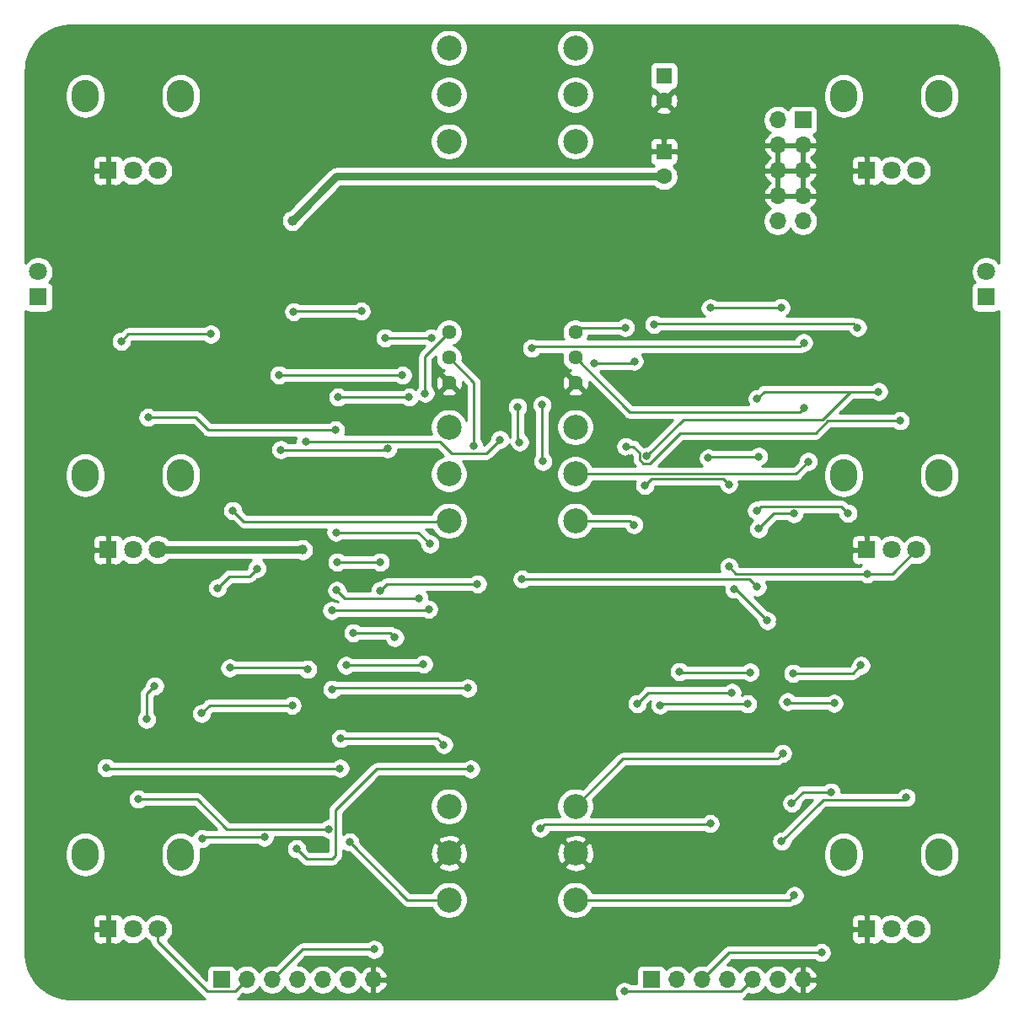
<source format=gbr>
G04 #@! TF.GenerationSoftware,KiCad,Pcbnew,5.1.6-c6e7f7d~86~ubuntu18.04.1*
G04 #@! TF.CreationDate,2020-06-20T10:00:21-04:00*
G04 #@! TF.ProjectId,slope_generators,736c6f70-655f-4676-956e-657261746f72,rev?*
G04 #@! TF.SameCoordinates,Original*
G04 #@! TF.FileFunction,Copper,L1,Top*
G04 #@! TF.FilePolarity,Positive*
%FSLAX46Y46*%
G04 Gerber Fmt 4.6, Leading zero omitted, Abs format (unit mm)*
G04 Created by KiCad (PCBNEW 5.1.6-c6e7f7d~86~ubuntu18.04.1) date 2020-06-20 10:00:21*
%MOMM*%
%LPD*%
G01*
G04 APERTURE LIST*
G04 #@! TA.AperFunction,ComponentPad*
%ADD10C,1.440000*%
G04 #@! TD*
G04 #@! TA.AperFunction,ComponentPad*
%ADD11C,1.800000*%
G04 #@! TD*
G04 #@! TA.AperFunction,ComponentPad*
%ADD12R,1.800000X1.800000*%
G04 #@! TD*
G04 #@! TA.AperFunction,ComponentPad*
%ADD13C,1.600000*%
G04 #@! TD*
G04 #@! TA.AperFunction,ComponentPad*
%ADD14R,1.600000X1.600000*%
G04 #@! TD*
G04 #@! TA.AperFunction,ComponentPad*
%ADD15C,2.500000*%
G04 #@! TD*
G04 #@! TA.AperFunction,ComponentPad*
%ADD16O,2.720000X3.240000*%
G04 #@! TD*
G04 #@! TA.AperFunction,ComponentPad*
%ADD17O,1.700000X1.700000*%
G04 #@! TD*
G04 #@! TA.AperFunction,ComponentPad*
%ADD18R,1.700000X1.700000*%
G04 #@! TD*
G04 #@! TA.AperFunction,ViaPad*
%ADD19C,0.800000*%
G04 #@! TD*
G04 #@! TA.AperFunction,ViaPad*
%ADD20C,1.000000*%
G04 #@! TD*
G04 #@! TA.AperFunction,Conductor*
%ADD21C,0.250000*%
G04 #@! TD*
G04 #@! TA.AperFunction,Conductor*
%ADD22C,0.750000*%
G04 #@! TD*
G04 #@! TA.AperFunction,Conductor*
%ADD23C,0.254000*%
G04 #@! TD*
G04 APERTURE END LIST*
D10*
X157480000Y-82296000D03*
X157480000Y-84836000D03*
X157480000Y-87376000D03*
X144780000Y-82296000D03*
X144780000Y-84836000D03*
X144780000Y-87376000D03*
D11*
X198755000Y-76200000D03*
D12*
X198755000Y-78740000D03*
D11*
X103505000Y-76200000D03*
D12*
X103505000Y-78740000D03*
D13*
X166370000Y-66635000D03*
D14*
X166370000Y-64135000D03*
D13*
X166370000Y-59015000D03*
D14*
X166370000Y-56515000D03*
D15*
X157480000Y-139320000D03*
X157480000Y-134620000D03*
X157480000Y-129920000D03*
X157480000Y-63120000D03*
X157480000Y-58420000D03*
X157480000Y-53720000D03*
X157480000Y-101220000D03*
X157480000Y-96520000D03*
X157480000Y-91820000D03*
X144780000Y-139320000D03*
X144780000Y-134620000D03*
X144780000Y-129920000D03*
X144780000Y-63120000D03*
X144780000Y-58420000D03*
X144780000Y-53720000D03*
X144780000Y-101220000D03*
X144780000Y-96520000D03*
X144780000Y-91820000D03*
D16*
X184430000Y-96640000D03*
X194030000Y-96640000D03*
D11*
X191730000Y-104140000D03*
X189230000Y-104140000D03*
D12*
X186730000Y-104140000D03*
D16*
X184430000Y-58540000D03*
X194030000Y-58540000D03*
D11*
X191730000Y-66040000D03*
X189230000Y-66040000D03*
D12*
X186730000Y-66040000D03*
D16*
X184430000Y-134740000D03*
X194030000Y-134740000D03*
D11*
X191730000Y-142240000D03*
X189230000Y-142240000D03*
D12*
X186730000Y-142240000D03*
D16*
X108230000Y-96640000D03*
X117830000Y-96640000D03*
D11*
X115530000Y-104140000D03*
X113030000Y-104140000D03*
D12*
X110530000Y-104140000D03*
D16*
X108230000Y-58540000D03*
X117830000Y-58540000D03*
D11*
X115530000Y-66040000D03*
X113030000Y-66040000D03*
D12*
X110530000Y-66040000D03*
D16*
X108230000Y-134740000D03*
X117830000Y-134740000D03*
D11*
X115530000Y-142240000D03*
X113030000Y-142240000D03*
D12*
X110530000Y-142240000D03*
D17*
X177800000Y-71120000D03*
X180340000Y-71120000D03*
X177800000Y-68580000D03*
X180340000Y-68580000D03*
X177800000Y-66040000D03*
X180340000Y-66040000D03*
X177800000Y-63500000D03*
X180340000Y-63500000D03*
X177800000Y-60960000D03*
D18*
X180340000Y-60960000D03*
D17*
X180340000Y-147320000D03*
X177800000Y-147320000D03*
X175260000Y-147320000D03*
X172720000Y-147320000D03*
X170180000Y-147320000D03*
X167640000Y-147320000D03*
D18*
X165100000Y-147320000D03*
D17*
X137160000Y-147320000D03*
X134620000Y-147320000D03*
X132080000Y-147320000D03*
X129540000Y-147320000D03*
X127000000Y-147320000D03*
X124460000Y-147320000D03*
D18*
X121920000Y-147320000D03*
D19*
X119938800Y-120573800D03*
X129032000Y-119761000D03*
X127882379Y-94081600D03*
X138619390Y-93980000D03*
X129108200Y-121742200D03*
X126060200Y-114249200D03*
X133426200Y-139979400D03*
X124256800Y-144526000D03*
X127000000Y-100101400D03*
X119532400Y-116992400D03*
X120751600Y-128193800D03*
X118008400Y-123266200D03*
X116205000Y-127609600D03*
X110337600Y-128016000D03*
X130454400Y-128320800D03*
X125425200Y-107950000D03*
X115519200Y-76504800D03*
X111150400Y-81280000D03*
X165074600Y-123774200D03*
X163779200Y-128244600D03*
X163499800Y-116205000D03*
X163753800Y-113766600D03*
X162864800Y-94945200D03*
X162661600Y-97815400D03*
X176606200Y-142748000D03*
X176403000Y-145719800D03*
X176530000Y-138150600D03*
X169087800Y-134391400D03*
X170637200Y-141554200D03*
X169326560Y-94899480D03*
X163850320Y-88036400D03*
X178013360Y-111399320D03*
X179826920Y-114178080D03*
X186969400Y-119105680D03*
X172750480Y-123184920D03*
X172862240Y-130906520D03*
X166497000Y-134452360D03*
X186278520Y-87007700D03*
X194276980Y-87845900D03*
X196400420Y-86438740D03*
X169306240Y-98305620D03*
X190500000Y-69215000D03*
X187883800Y-74650600D03*
X195427600Y-75311000D03*
X187553600Y-83896200D03*
X182295800Y-77851000D03*
X183184800Y-84531200D03*
X191541400Y-89001600D03*
X106807000Y-71602600D03*
X104622600Y-63931800D03*
X125603000Y-57404000D03*
X139547600Y-53568600D03*
X151561800Y-53695600D03*
X163322000Y-53695600D03*
X178663600Y-55118000D03*
X197078600Y-55626000D03*
X198120000Y-65100200D03*
X138506200Y-58470800D03*
X138404600Y-63500000D03*
X135915400Y-73787000D03*
X132029200Y-78765400D03*
X140512800Y-84074000D03*
X140284200Y-81330800D03*
X124993400Y-80492600D03*
X149047200Y-82499200D03*
X133731000Y-113157000D03*
X178485800Y-108991400D03*
X132435600Y-95285560D03*
X133771640Y-98257360D03*
X125387100Y-90797380D03*
X178150000Y-95275000D03*
X177925000Y-97650000D03*
X166400000Y-87700000D03*
X158800000Y-75800000D03*
X165700000Y-73525000D03*
X146950000Y-74450000D03*
X146400000Y-69650000D03*
X146825000Y-60875000D03*
X161075000Y-61425000D03*
X173100000Y-70125000D03*
X196675000Y-108925000D03*
X196975000Y-120650000D03*
X198600000Y-137075000D03*
X192950000Y-146675000D03*
X152550000Y-146575000D03*
X151600000Y-122925000D03*
X151550000Y-113175000D03*
X156925000Y-122200000D03*
X156700000Y-113400000D03*
X156550000Y-104450000D03*
X150050000Y-102950000D03*
X150575000Y-95125000D03*
X150450000Y-87200000D03*
X125325000Y-96175000D03*
X137225000Y-99550000D03*
X127600000Y-112525000D03*
X118925000Y-115700000D03*
X120700000Y-137150000D03*
X116375000Y-146800000D03*
X120725000Y-144075000D03*
X124175000Y-141775000D03*
X108925000Y-146950000D03*
X104500000Y-136100000D03*
X103850000Y-119675000D03*
X104600000Y-101075000D03*
X105550000Y-83600000D03*
X198350000Y-83375000D03*
X137160000Y-140970000D03*
X140335000Y-140970000D03*
X140436600Y-134797800D03*
X140284200Y-127990600D03*
X141960600Y-124333000D03*
X141274800Y-121335800D03*
X137414000Y-133985000D03*
X137337800Y-128244600D03*
X137515600Y-124663200D03*
X137287000Y-120624600D03*
X137439400Y-116865400D03*
X137312400Y-114071400D03*
X137210800Y-111328200D03*
X126390400Y-129235200D03*
X129209800Y-124663200D03*
X123393200Y-135483600D03*
X133006340Y-110230030D03*
X142748000Y-110109000D03*
D20*
X130073400Y-104140000D03*
D19*
X149910800Y-93065600D03*
X130378200Y-93243400D03*
X164470080Y-97655380D03*
X172882990Y-97550810D03*
X186789060Y-106560620D03*
X172900660Y-105842642D03*
X134440000Y-115747800D03*
X142214600Y-115620800D03*
X179344320Y-116550440D03*
X186161680Y-115735100D03*
D20*
X129057400Y-71069200D03*
D19*
X178130200Y-79806800D03*
X171033010Y-79842790D03*
X135966200Y-80162400D03*
X129184400Y-80213200D03*
X176758600Y-111252000D03*
X173431202Y-108102400D03*
X175895000Y-102031800D03*
X179425600Y-100507800D03*
X163703000Y-119583200D03*
X173202600Y-118465600D03*
X133502400Y-108204000D03*
X141775899Y-109029500D03*
X129463800Y-134188200D03*
X146964400Y-126161800D03*
X114401600Y-121158000D03*
X115214406Y-117805200D03*
X140780600Y-88798400D03*
X133654797Y-88798397D03*
X151688800Y-89789000D03*
X151866600Y-93319600D03*
X152120600Y-107086400D03*
X175755300Y-107861100D03*
X154127200Y-89585800D03*
X154228800Y-95250000D03*
X153974800Y-132105400D03*
X171018200Y-131648200D03*
X187934600Y-88239600D03*
X175742600Y-88950800D03*
X164649310Y-94736920D03*
X123065010Y-100200990D03*
X126238000Y-133019800D03*
X119964200Y-133172200D03*
X142392400Y-88417400D03*
X137261600Y-144272000D03*
X162483800Y-81813400D03*
X163372800Y-101625400D03*
X162407600Y-148513800D03*
X162562540Y-93759020D03*
X190096140Y-91163140D03*
X182194200Y-144602200D03*
X122758200Y-116001800D03*
X130581400Y-116154200D03*
X175031400Y-116433600D03*
X167944800Y-116382800D03*
X174777400Y-119608600D03*
X165989000Y-119735600D03*
X120853200Y-82473800D03*
X111861600Y-83185000D03*
X127711200Y-86563190D03*
X140106400Y-86588600D03*
X146659600Y-118033800D03*
X133045200Y-118160800D03*
X143053636Y-82855636D03*
X138354640Y-82855640D03*
X135165000Y-112471200D03*
X139330590Y-112943400D03*
X144246600Y-123723400D03*
X133908800Y-123088400D03*
X134797800Y-133502400D03*
X133832600Y-126085600D03*
X110363000Y-126034800D03*
X132664201Y-132181600D03*
X113579989Y-129184400D03*
X133435365Y-102378235D03*
X142875000Y-103555800D03*
X133527800Y-105359200D03*
X137880578Y-105359200D03*
X147645001Y-107569000D03*
X147294600Y-93726000D03*
X137880578Y-108229400D03*
X133375400Y-92100400D03*
X114546380Y-90827860D03*
X121539000Y-107975400D03*
X125501400Y-106019600D03*
X185826400Y-81813400D03*
X165404800Y-81483200D03*
X159410400Y-85369400D03*
X163398200Y-85191600D03*
X180873400Y-95275400D03*
X180416200Y-83337400D03*
X153085800Y-83896200D03*
X179222400Y-129590800D03*
X183159400Y-128477170D03*
X178308000Y-124587000D03*
X179476400Y-138861800D03*
X183469990Y-119557800D03*
X178790600Y-119405400D03*
X178196176Y-133419591D03*
X190713360Y-129024378D03*
X184861200Y-100457000D03*
X175686686Y-100191069D03*
X180441600Y-89916000D03*
X175900080Y-94762320D03*
X170829130Y-94914720D03*
D21*
X119938800Y-120573800D02*
X120751600Y-119761000D01*
X120751600Y-119761000D02*
X129032000Y-119761000D01*
X138353800Y-94081600D02*
X138353800Y-94081600D01*
X138517790Y-94081600D02*
X138619390Y-93980000D01*
X127882379Y-94081600D02*
X138517790Y-94081600D01*
X133006340Y-110230030D02*
X142626970Y-110230030D01*
X142626970Y-110230030D02*
X142748000Y-110109000D01*
D22*
X115530000Y-104140000D02*
X130073400Y-104140000D01*
D21*
X143872398Y-93243400D02*
X130378200Y-93243400D01*
X145079999Y-94451001D02*
X143872398Y-93243400D01*
X148525399Y-94451001D02*
X145079999Y-94451001D01*
X149910800Y-93065600D02*
X148525399Y-94451001D01*
X172310819Y-96978639D02*
X172882990Y-97550810D01*
X164470080Y-97655380D02*
X165146821Y-96978639D01*
X165146821Y-96978639D02*
X172310819Y-96978639D01*
X189309380Y-106560620D02*
X191730000Y-104140000D01*
X186789060Y-106560620D02*
X189309380Y-106560620D01*
X186789060Y-106560620D02*
X173618638Y-106560620D01*
X173618638Y-106560620D02*
X172900660Y-105842642D01*
X134440000Y-115747800D02*
X142087600Y-115747800D01*
X142087600Y-115747800D02*
X142214600Y-115620800D01*
X185346340Y-116550440D02*
X186161680Y-115735100D01*
X179344320Y-116550440D02*
X185346340Y-116550440D01*
D22*
X129108200Y-71120000D02*
X129057400Y-71069200D01*
D21*
X171069000Y-79806800D02*
X171033010Y-79842790D01*
X178130200Y-79806800D02*
X171069000Y-79806800D01*
X129235200Y-80162400D02*
X129184400Y-80213200D01*
X135966200Y-80162400D02*
X129235200Y-80162400D01*
D22*
X133491600Y-66635000D02*
X129057400Y-71069200D01*
X166370000Y-66635000D02*
X133491600Y-66635000D01*
D21*
X176758600Y-111252000D02*
X173609000Y-108102400D01*
X173609000Y-108102400D02*
X173431202Y-108102400D01*
X175895000Y-102031800D02*
X177419000Y-100507800D01*
X177419000Y-100507800D02*
X179425600Y-100507800D01*
X163703000Y-119583200D02*
X164820600Y-118465600D01*
X164820600Y-118465600D02*
X173202600Y-118465600D01*
X134327900Y-109029500D02*
X133502400Y-108204000D01*
X141775899Y-109029500D02*
X141775899Y-109029500D01*
X141775899Y-109029500D02*
X134327900Y-109029500D01*
X130468201Y-135192601D02*
X133012201Y-135192601D01*
X129463800Y-134188200D02*
X130468201Y-135192601D01*
X133012201Y-135192601D02*
X133389201Y-134815601D01*
X133389201Y-134815601D02*
X133389201Y-130262799D01*
X133389201Y-130262799D02*
X137490200Y-126161800D01*
X137490200Y-126161800D02*
X146964400Y-126161800D01*
X114401600Y-118618006D02*
X115214406Y-117805200D01*
X114401600Y-121158000D02*
X114401600Y-118618006D01*
X140780600Y-88798400D02*
X133654800Y-88798400D01*
X133654800Y-88798400D02*
X133654797Y-88798397D01*
X151688800Y-89789000D02*
X151688800Y-93141800D01*
X151688800Y-93141800D02*
X151866600Y-93319600D01*
X152120600Y-107086400D02*
X174980600Y-107086400D01*
X174980600Y-107086400D02*
X175755300Y-107861100D01*
X154127200Y-89585800D02*
X154127200Y-95148400D01*
X154127200Y-95148400D02*
X154228800Y-95250000D01*
X170967400Y-131699000D02*
X171018200Y-131648200D01*
X153974800Y-132105400D02*
X154381200Y-131699000D01*
X154381200Y-131699000D02*
X170967400Y-131699000D01*
X176453800Y-88239600D02*
X175742600Y-88950800D01*
X187934600Y-88239600D02*
X176453800Y-88239600D01*
X185134110Y-88239600D02*
X182329950Y-91043760D01*
X168342470Y-91043760D02*
X164649310Y-94736920D01*
X182329950Y-91043760D02*
X168342470Y-91043760D01*
X187934600Y-88239600D02*
X185134110Y-88239600D01*
X126238000Y-133019800D02*
X120116600Y-133019800D01*
X120116600Y-133019800D02*
X119964200Y-133172200D01*
X144485799Y-100925799D02*
X144780000Y-101220000D01*
X144485799Y-101302799D02*
X144485799Y-100925799D01*
X123065010Y-100200990D02*
X124166819Y-101302799D01*
X124166819Y-101302799D02*
X144485799Y-101302799D01*
X142392400Y-84683600D02*
X144780000Y-82296000D01*
X142392400Y-88417400D02*
X142392400Y-84683600D01*
X127000000Y-147320000D02*
X130048000Y-144272000D01*
X130048000Y-144272000D02*
X137261600Y-144272000D01*
X115530000Y-143512792D02*
X115530000Y-142240000D01*
X120512209Y-148495001D02*
X115530000Y-143512792D01*
X123284999Y-148495001D02*
X120512209Y-148495001D01*
X124460000Y-147320000D02*
X123284999Y-148495001D01*
X157962600Y-81813400D02*
X157480000Y-82296000D01*
X162483800Y-81813400D02*
X157962600Y-81813400D01*
X162967400Y-101220000D02*
X157480000Y-101220000D01*
X163372800Y-101625400D02*
X162967400Y-101220000D01*
X174066200Y-148513800D02*
X175260000Y-147320000D01*
X162407600Y-148513800D02*
X174066200Y-148513800D01*
X182846980Y-91163140D02*
X190096140Y-91163140D01*
X181601161Y-92408959D02*
X182846980Y-91163140D01*
X164997311Y-95461921D02*
X168050273Y-92408959D01*
X168050273Y-92408959D02*
X181601161Y-92408959D01*
X163924309Y-95084921D02*
X164301309Y-95461921D01*
X163924309Y-94388919D02*
X163924309Y-95084921D01*
X163294410Y-93759020D02*
X163924309Y-94388919D01*
X164301309Y-95461921D02*
X164997311Y-95461921D01*
X162562540Y-93759020D02*
X163294410Y-93759020D01*
X172897800Y-144602200D02*
X170180000Y-147320000D01*
X182194200Y-144602200D02*
X172897800Y-144602200D01*
X122758200Y-116001800D02*
X130429000Y-116001800D01*
X130429000Y-116001800D02*
X130581400Y-116154200D01*
X175031400Y-116433600D02*
X167995600Y-116433600D01*
X167995600Y-116433600D02*
X167944800Y-116382800D01*
X174777400Y-119608600D02*
X166116000Y-119608600D01*
X166116000Y-119608600D02*
X165989000Y-119735600D01*
X112572800Y-82473800D02*
X111861600Y-83185000D01*
X120853200Y-82473800D02*
X112572800Y-82473800D01*
X127711200Y-86563190D02*
X140080990Y-86563190D01*
X140080990Y-86563190D02*
X140106400Y-86588600D01*
X146659600Y-118033800D02*
X133172200Y-118033800D01*
X133172200Y-118033800D02*
X133045200Y-118160800D01*
X143053636Y-82855636D02*
X138354644Y-82855636D01*
X138354644Y-82855636D02*
X138354640Y-82855640D01*
X138858390Y-112471200D02*
X139330590Y-112943400D01*
X135165000Y-112471200D02*
X138858390Y-112471200D01*
X144246600Y-123723400D02*
X143611600Y-123088400D01*
X143611600Y-123088400D02*
X133908800Y-123088400D01*
X140615400Y-139320000D02*
X144780000Y-139320000D01*
X134797800Y-133502400D02*
X140615400Y-139320000D01*
X133832600Y-126085600D02*
X110413800Y-126085600D01*
X110413800Y-126085600D02*
X110363000Y-126034800D01*
X119476520Y-129184400D02*
X113579989Y-129184400D01*
X132664201Y-132181600D02*
X122473720Y-132181600D01*
X122473720Y-132181600D02*
X119476520Y-129184400D01*
X133435365Y-102378235D02*
X141697435Y-102378235D01*
X141697435Y-102378235D02*
X142875000Y-103555800D01*
X133527800Y-105359200D02*
X137880578Y-105359200D01*
X147294600Y-87350600D02*
X144780000Y-84836000D01*
X147294600Y-93726000D02*
X147294600Y-87350600D01*
X147645001Y-107569000D02*
X138540978Y-107569000D01*
X138540978Y-107569000D02*
X137880578Y-108229400D01*
X119359680Y-90827860D02*
X114546380Y-90827860D01*
X133375400Y-92100400D02*
X120632220Y-92100400D01*
X120632220Y-92100400D02*
X119359680Y-90827860D01*
X122732800Y-106781600D02*
X121539000Y-107975400D01*
X125501400Y-106019600D02*
X124739400Y-106781600D01*
X124739400Y-106781600D02*
X122732800Y-106781600D01*
X165430200Y-81457800D02*
X165404800Y-81483200D01*
X185826400Y-81813400D02*
X185470800Y-81457800D01*
X185470800Y-81457800D02*
X165430200Y-81457800D01*
X159410400Y-85369400D02*
X163220400Y-85369400D01*
X163220400Y-85369400D02*
X163398200Y-85191600D01*
X179628800Y-96520000D02*
X180873400Y-95275400D01*
X157480000Y-96520000D02*
X179628800Y-96520000D01*
X153244601Y-83737399D02*
X153085800Y-83896200D01*
X180016201Y-83737399D02*
X153244601Y-83737399D01*
X180416200Y-83337400D02*
X180016201Y-83737399D01*
X179222400Y-129590800D02*
X180336030Y-128477170D01*
X180336030Y-128477170D02*
X183159400Y-128477170D01*
X178308000Y-124587000D02*
X177749200Y-125145800D01*
X162254200Y-125145800D02*
X157480000Y-129920000D01*
X177749200Y-125145800D02*
X162254200Y-125145800D01*
X157480000Y-139320000D02*
X179018200Y-139320000D01*
X179018200Y-139320000D02*
X179476400Y-138861800D01*
X183469990Y-119557800D02*
X178943000Y-119557800D01*
X178943000Y-119557800D02*
X178790600Y-119405400D01*
X182367867Y-129247900D02*
X190489838Y-129247900D01*
X190489838Y-129247900D02*
X190713360Y-129024378D01*
X178196176Y-133419591D02*
X182367867Y-129247900D01*
X176094956Y-99782799D02*
X175686686Y-100191069D01*
X184861200Y-100457000D02*
X184186999Y-99782799D01*
X184186999Y-99782799D02*
X176094956Y-99782799D01*
X180041601Y-90315999D02*
X180441600Y-89916000D01*
X157480000Y-84836000D02*
X162959999Y-90315999D01*
X162959999Y-90315999D02*
X180041601Y-90315999D01*
X175900080Y-94762320D02*
X170981530Y-94762320D01*
X170981530Y-94762320D02*
X170829130Y-94914720D01*
D23*
G36*
X196362249Y-51532437D02*
G01*
X197119774Y-51739672D01*
X197828625Y-52077777D01*
X198466404Y-52536067D01*
X199012946Y-53100055D01*
X199450977Y-53751913D01*
X199766651Y-54471038D01*
X199951206Y-55239768D01*
X200000001Y-55904221D01*
X200000001Y-75300349D01*
X199947312Y-75221495D01*
X199733505Y-75007688D01*
X199482095Y-74839701D01*
X199202743Y-74723989D01*
X198906184Y-74665000D01*
X198603816Y-74665000D01*
X198307257Y-74723989D01*
X198027905Y-74839701D01*
X197776495Y-75007688D01*
X197562688Y-75221495D01*
X197394701Y-75472905D01*
X197278989Y-75752257D01*
X197220000Y-76048816D01*
X197220000Y-76351184D01*
X197278989Y-76647743D01*
X197394701Y-76927095D01*
X197562688Y-77178505D01*
X197629127Y-77244944D01*
X197610820Y-77250498D01*
X197500506Y-77309463D01*
X197403815Y-77388815D01*
X197324463Y-77485506D01*
X197265498Y-77595820D01*
X197229188Y-77715518D01*
X197216928Y-77840000D01*
X197216928Y-79640000D01*
X197229188Y-79764482D01*
X197265498Y-79884180D01*
X197324463Y-79994494D01*
X197403815Y-80091185D01*
X197500506Y-80170537D01*
X197610820Y-80229502D01*
X197730518Y-80265812D01*
X197855000Y-80278072D01*
X199655000Y-80278072D01*
X199779482Y-80265812D01*
X199899180Y-80229502D01*
X200000001Y-80175611D01*
X200000000Y-144750608D01*
X199927563Y-145562249D01*
X199720328Y-146319774D01*
X199382221Y-147028627D01*
X198923928Y-147666410D01*
X198359945Y-148212946D01*
X197708085Y-148650978D01*
X196988963Y-148966651D01*
X196220232Y-149151206D01*
X195555792Y-149200000D01*
X174394640Y-149200000D01*
X174490476Y-149148774D01*
X174606201Y-149053801D01*
X174630004Y-149024797D01*
X174893592Y-148761209D01*
X175113740Y-148805000D01*
X175406260Y-148805000D01*
X175693158Y-148747932D01*
X175963411Y-148635990D01*
X176206632Y-148473475D01*
X176413475Y-148266632D01*
X176530000Y-148092240D01*
X176646525Y-148266632D01*
X176853368Y-148473475D01*
X177096589Y-148635990D01*
X177366842Y-148747932D01*
X177653740Y-148805000D01*
X177946260Y-148805000D01*
X178233158Y-148747932D01*
X178503411Y-148635990D01*
X178746632Y-148473475D01*
X178953475Y-148266632D01*
X179075195Y-148084466D01*
X179144822Y-148201355D01*
X179339731Y-148417588D01*
X179573080Y-148591641D01*
X179835901Y-148716825D01*
X179983110Y-148761476D01*
X180213000Y-148640155D01*
X180213000Y-147447000D01*
X180467000Y-147447000D01*
X180467000Y-148640155D01*
X180696890Y-148761476D01*
X180844099Y-148716825D01*
X181106920Y-148591641D01*
X181340269Y-148417588D01*
X181535178Y-148201355D01*
X181684157Y-147951252D01*
X181781481Y-147676891D01*
X181660814Y-147447000D01*
X180467000Y-147447000D01*
X180213000Y-147447000D01*
X180193000Y-147447000D01*
X180193000Y-147193000D01*
X180213000Y-147193000D01*
X180213000Y-145999845D01*
X180467000Y-145999845D01*
X180467000Y-147193000D01*
X181660814Y-147193000D01*
X181781481Y-146963109D01*
X181684157Y-146688748D01*
X181535178Y-146438645D01*
X181340269Y-146222412D01*
X181106920Y-146048359D01*
X180844099Y-145923175D01*
X180696890Y-145878524D01*
X180467000Y-145999845D01*
X180213000Y-145999845D01*
X179983110Y-145878524D01*
X179835901Y-145923175D01*
X179573080Y-146048359D01*
X179339731Y-146222412D01*
X179144822Y-146438645D01*
X179075195Y-146555534D01*
X178953475Y-146373368D01*
X178746632Y-146166525D01*
X178503411Y-146004010D01*
X178233158Y-145892068D01*
X177946260Y-145835000D01*
X177653740Y-145835000D01*
X177366842Y-145892068D01*
X177096589Y-146004010D01*
X176853368Y-146166525D01*
X176646525Y-146373368D01*
X176530000Y-146547760D01*
X176413475Y-146373368D01*
X176206632Y-146166525D01*
X175963411Y-146004010D01*
X175693158Y-145892068D01*
X175406260Y-145835000D01*
X175113740Y-145835000D01*
X174826842Y-145892068D01*
X174556589Y-146004010D01*
X174313368Y-146166525D01*
X174106525Y-146373368D01*
X173990000Y-146547760D01*
X173873475Y-146373368D01*
X173666632Y-146166525D01*
X173423411Y-146004010D01*
X173153158Y-145892068D01*
X172866260Y-145835000D01*
X172739802Y-145835000D01*
X173212602Y-145362200D01*
X181490489Y-145362200D01*
X181534426Y-145406137D01*
X181703944Y-145519405D01*
X181892302Y-145597426D01*
X182092261Y-145637200D01*
X182296139Y-145637200D01*
X182496098Y-145597426D01*
X182684456Y-145519405D01*
X182853974Y-145406137D01*
X182998137Y-145261974D01*
X183111405Y-145092456D01*
X183189426Y-144904098D01*
X183229200Y-144704139D01*
X183229200Y-144500261D01*
X183189426Y-144300302D01*
X183111405Y-144111944D01*
X182998137Y-143942426D01*
X182853974Y-143798263D01*
X182684456Y-143684995D01*
X182496098Y-143606974D01*
X182296139Y-143567200D01*
X182092261Y-143567200D01*
X181892302Y-143606974D01*
X181703944Y-143684995D01*
X181534426Y-143798263D01*
X181490489Y-143842200D01*
X172935133Y-143842200D01*
X172897800Y-143838523D01*
X172860467Y-143842200D01*
X172748814Y-143853197D01*
X172605553Y-143896654D01*
X172473524Y-143967226D01*
X172357799Y-144062199D01*
X172334001Y-144091197D01*
X170546408Y-145878791D01*
X170326260Y-145835000D01*
X170033740Y-145835000D01*
X169746842Y-145892068D01*
X169476589Y-146004010D01*
X169233368Y-146166525D01*
X169026525Y-146373368D01*
X168910000Y-146547760D01*
X168793475Y-146373368D01*
X168586632Y-146166525D01*
X168343411Y-146004010D01*
X168073158Y-145892068D01*
X167786260Y-145835000D01*
X167493740Y-145835000D01*
X167206842Y-145892068D01*
X166936589Y-146004010D01*
X166693368Y-146166525D01*
X166561513Y-146298380D01*
X166539502Y-146225820D01*
X166480537Y-146115506D01*
X166401185Y-146018815D01*
X166304494Y-145939463D01*
X166194180Y-145880498D01*
X166074482Y-145844188D01*
X165950000Y-145831928D01*
X164250000Y-145831928D01*
X164125518Y-145844188D01*
X164005820Y-145880498D01*
X163895506Y-145939463D01*
X163798815Y-146018815D01*
X163719463Y-146115506D01*
X163660498Y-146225820D01*
X163624188Y-146345518D01*
X163611928Y-146470000D01*
X163611928Y-147753800D01*
X163111311Y-147753800D01*
X163067374Y-147709863D01*
X162897856Y-147596595D01*
X162709498Y-147518574D01*
X162509539Y-147478800D01*
X162305661Y-147478800D01*
X162105702Y-147518574D01*
X161917344Y-147596595D01*
X161747826Y-147709863D01*
X161603663Y-147854026D01*
X161490395Y-148023544D01*
X161412374Y-148211902D01*
X161372600Y-148411861D01*
X161372600Y-148615739D01*
X161412374Y-148815698D01*
X161490395Y-149004056D01*
X161603663Y-149173574D01*
X161630089Y-149200000D01*
X123578269Y-149200000D01*
X123709275Y-149129975D01*
X123825000Y-149035002D01*
X123848803Y-149005998D01*
X124093592Y-148761209D01*
X124313740Y-148805000D01*
X124606260Y-148805000D01*
X124893158Y-148747932D01*
X125163411Y-148635990D01*
X125406632Y-148473475D01*
X125613475Y-148266632D01*
X125730000Y-148092240D01*
X125846525Y-148266632D01*
X126053368Y-148473475D01*
X126296589Y-148635990D01*
X126566842Y-148747932D01*
X126853740Y-148805000D01*
X127146260Y-148805000D01*
X127433158Y-148747932D01*
X127703411Y-148635990D01*
X127946632Y-148473475D01*
X128153475Y-148266632D01*
X128270000Y-148092240D01*
X128386525Y-148266632D01*
X128593368Y-148473475D01*
X128836589Y-148635990D01*
X129106842Y-148747932D01*
X129393740Y-148805000D01*
X129686260Y-148805000D01*
X129973158Y-148747932D01*
X130243411Y-148635990D01*
X130486632Y-148473475D01*
X130693475Y-148266632D01*
X130810000Y-148092240D01*
X130926525Y-148266632D01*
X131133368Y-148473475D01*
X131376589Y-148635990D01*
X131646842Y-148747932D01*
X131933740Y-148805000D01*
X132226260Y-148805000D01*
X132513158Y-148747932D01*
X132783411Y-148635990D01*
X133026632Y-148473475D01*
X133233475Y-148266632D01*
X133350000Y-148092240D01*
X133466525Y-148266632D01*
X133673368Y-148473475D01*
X133916589Y-148635990D01*
X134186842Y-148747932D01*
X134473740Y-148805000D01*
X134766260Y-148805000D01*
X135053158Y-148747932D01*
X135323411Y-148635990D01*
X135566632Y-148473475D01*
X135773475Y-148266632D01*
X135895195Y-148084466D01*
X135964822Y-148201355D01*
X136159731Y-148417588D01*
X136393080Y-148591641D01*
X136655901Y-148716825D01*
X136803110Y-148761476D01*
X137033000Y-148640155D01*
X137033000Y-147447000D01*
X137287000Y-147447000D01*
X137287000Y-148640155D01*
X137516890Y-148761476D01*
X137664099Y-148716825D01*
X137926920Y-148591641D01*
X138160269Y-148417588D01*
X138355178Y-148201355D01*
X138504157Y-147951252D01*
X138601481Y-147676891D01*
X138480814Y-147447000D01*
X137287000Y-147447000D01*
X137033000Y-147447000D01*
X137013000Y-147447000D01*
X137013000Y-147193000D01*
X137033000Y-147193000D01*
X137033000Y-145999845D01*
X137287000Y-145999845D01*
X137287000Y-147193000D01*
X138480814Y-147193000D01*
X138601481Y-146963109D01*
X138504157Y-146688748D01*
X138355178Y-146438645D01*
X138160269Y-146222412D01*
X137926920Y-146048359D01*
X137664099Y-145923175D01*
X137516890Y-145878524D01*
X137287000Y-145999845D01*
X137033000Y-145999845D01*
X136803110Y-145878524D01*
X136655901Y-145923175D01*
X136393080Y-146048359D01*
X136159731Y-146222412D01*
X135964822Y-146438645D01*
X135895195Y-146555534D01*
X135773475Y-146373368D01*
X135566632Y-146166525D01*
X135323411Y-146004010D01*
X135053158Y-145892068D01*
X134766260Y-145835000D01*
X134473740Y-145835000D01*
X134186842Y-145892068D01*
X133916589Y-146004010D01*
X133673368Y-146166525D01*
X133466525Y-146373368D01*
X133350000Y-146547760D01*
X133233475Y-146373368D01*
X133026632Y-146166525D01*
X132783411Y-146004010D01*
X132513158Y-145892068D01*
X132226260Y-145835000D01*
X131933740Y-145835000D01*
X131646842Y-145892068D01*
X131376589Y-146004010D01*
X131133368Y-146166525D01*
X130926525Y-146373368D01*
X130810000Y-146547760D01*
X130693475Y-146373368D01*
X130486632Y-146166525D01*
X130243411Y-146004010D01*
X129973158Y-145892068D01*
X129686260Y-145835000D01*
X129559802Y-145835000D01*
X130362802Y-145032000D01*
X136557889Y-145032000D01*
X136601826Y-145075937D01*
X136771344Y-145189205D01*
X136959702Y-145267226D01*
X137159661Y-145307000D01*
X137363539Y-145307000D01*
X137563498Y-145267226D01*
X137751856Y-145189205D01*
X137921374Y-145075937D01*
X138065537Y-144931774D01*
X138178805Y-144762256D01*
X138256826Y-144573898D01*
X138296600Y-144373939D01*
X138296600Y-144170061D01*
X138256826Y-143970102D01*
X138178805Y-143781744D01*
X138065537Y-143612226D01*
X137921374Y-143468063D01*
X137751856Y-143354795D01*
X137563498Y-143276774D01*
X137363539Y-143237000D01*
X137159661Y-143237000D01*
X136959702Y-143276774D01*
X136771344Y-143354795D01*
X136601826Y-143468063D01*
X136557889Y-143512000D01*
X130085323Y-143512000D01*
X130048000Y-143508324D01*
X130010677Y-143512000D01*
X130010667Y-143512000D01*
X129899014Y-143522997D01*
X129755753Y-143566454D01*
X129623723Y-143637026D01*
X129540083Y-143705668D01*
X129507999Y-143731999D01*
X129484201Y-143760997D01*
X127366408Y-145878791D01*
X127146260Y-145835000D01*
X126853740Y-145835000D01*
X126566842Y-145892068D01*
X126296589Y-146004010D01*
X126053368Y-146166525D01*
X125846525Y-146373368D01*
X125730000Y-146547760D01*
X125613475Y-146373368D01*
X125406632Y-146166525D01*
X125163411Y-146004010D01*
X124893158Y-145892068D01*
X124606260Y-145835000D01*
X124313740Y-145835000D01*
X124026842Y-145892068D01*
X123756589Y-146004010D01*
X123513368Y-146166525D01*
X123381513Y-146298380D01*
X123359502Y-146225820D01*
X123300537Y-146115506D01*
X123221185Y-146018815D01*
X123124494Y-145939463D01*
X123014180Y-145880498D01*
X122894482Y-145844188D01*
X122770000Y-145831928D01*
X121070000Y-145831928D01*
X120945518Y-145844188D01*
X120825820Y-145880498D01*
X120715506Y-145939463D01*
X120618815Y-146018815D01*
X120539463Y-146115506D01*
X120480498Y-146225820D01*
X120444188Y-146345518D01*
X120431928Y-146470000D01*
X120431928Y-147339918D01*
X116516413Y-143424404D01*
X116722312Y-143218505D01*
X116774767Y-143140000D01*
X185191928Y-143140000D01*
X185204188Y-143264482D01*
X185240498Y-143384180D01*
X185299463Y-143494494D01*
X185378815Y-143591185D01*
X185475506Y-143670537D01*
X185585820Y-143729502D01*
X185705518Y-143765812D01*
X185830000Y-143778072D01*
X186444250Y-143775000D01*
X186603000Y-143616250D01*
X186603000Y-142367000D01*
X185353750Y-142367000D01*
X185195000Y-142525750D01*
X185191928Y-143140000D01*
X116774767Y-143140000D01*
X116890299Y-142967095D01*
X117006011Y-142687743D01*
X117065000Y-142391184D01*
X117065000Y-142088816D01*
X117006011Y-141792257D01*
X116890299Y-141512905D01*
X116774768Y-141340000D01*
X185191928Y-141340000D01*
X185195000Y-141954250D01*
X185353750Y-142113000D01*
X186603000Y-142113000D01*
X186603000Y-140863750D01*
X186857000Y-140863750D01*
X186857000Y-142113000D01*
X186877000Y-142113000D01*
X186877000Y-142367000D01*
X186857000Y-142367000D01*
X186857000Y-143616250D01*
X187015750Y-143775000D01*
X187630000Y-143778072D01*
X187754482Y-143765812D01*
X187874180Y-143729502D01*
X187984494Y-143670537D01*
X188081185Y-143591185D01*
X188160537Y-143494494D01*
X188213880Y-143394697D01*
X188251495Y-143432312D01*
X188502905Y-143600299D01*
X188782257Y-143716011D01*
X189078816Y-143775000D01*
X189381184Y-143775000D01*
X189677743Y-143716011D01*
X189957095Y-143600299D01*
X190208505Y-143432312D01*
X190422312Y-143218505D01*
X190480000Y-143132169D01*
X190537688Y-143218505D01*
X190751495Y-143432312D01*
X191002905Y-143600299D01*
X191282257Y-143716011D01*
X191578816Y-143775000D01*
X191881184Y-143775000D01*
X192177743Y-143716011D01*
X192457095Y-143600299D01*
X192708505Y-143432312D01*
X192922312Y-143218505D01*
X193090299Y-142967095D01*
X193206011Y-142687743D01*
X193265000Y-142391184D01*
X193265000Y-142088816D01*
X193206011Y-141792257D01*
X193090299Y-141512905D01*
X192922312Y-141261495D01*
X192708505Y-141047688D01*
X192457095Y-140879701D01*
X192177743Y-140763989D01*
X191881184Y-140705000D01*
X191578816Y-140705000D01*
X191282257Y-140763989D01*
X191002905Y-140879701D01*
X190751495Y-141047688D01*
X190537688Y-141261495D01*
X190480000Y-141347831D01*
X190422312Y-141261495D01*
X190208505Y-141047688D01*
X189957095Y-140879701D01*
X189677743Y-140763989D01*
X189381184Y-140705000D01*
X189078816Y-140705000D01*
X188782257Y-140763989D01*
X188502905Y-140879701D01*
X188251495Y-141047688D01*
X188213880Y-141085303D01*
X188160537Y-140985506D01*
X188081185Y-140888815D01*
X187984494Y-140809463D01*
X187874180Y-140750498D01*
X187754482Y-140714188D01*
X187630000Y-140701928D01*
X187015750Y-140705000D01*
X186857000Y-140863750D01*
X186603000Y-140863750D01*
X186444250Y-140705000D01*
X185830000Y-140701928D01*
X185705518Y-140714188D01*
X185585820Y-140750498D01*
X185475506Y-140809463D01*
X185378815Y-140888815D01*
X185299463Y-140985506D01*
X185240498Y-141095820D01*
X185204188Y-141215518D01*
X185191928Y-141340000D01*
X116774768Y-141340000D01*
X116722312Y-141261495D01*
X116508505Y-141047688D01*
X116257095Y-140879701D01*
X115977743Y-140763989D01*
X115681184Y-140705000D01*
X115378816Y-140705000D01*
X115082257Y-140763989D01*
X114802905Y-140879701D01*
X114551495Y-141047688D01*
X114337688Y-141261495D01*
X114280000Y-141347831D01*
X114222312Y-141261495D01*
X114008505Y-141047688D01*
X113757095Y-140879701D01*
X113477743Y-140763989D01*
X113181184Y-140705000D01*
X112878816Y-140705000D01*
X112582257Y-140763989D01*
X112302905Y-140879701D01*
X112051495Y-141047688D01*
X112013880Y-141085303D01*
X111960537Y-140985506D01*
X111881185Y-140888815D01*
X111784494Y-140809463D01*
X111674180Y-140750498D01*
X111554482Y-140714188D01*
X111430000Y-140701928D01*
X110815750Y-140705000D01*
X110657000Y-140863750D01*
X110657000Y-142113000D01*
X110677000Y-142113000D01*
X110677000Y-142367000D01*
X110657000Y-142367000D01*
X110657000Y-143616250D01*
X110815750Y-143775000D01*
X111430000Y-143778072D01*
X111554482Y-143765812D01*
X111674180Y-143729502D01*
X111784494Y-143670537D01*
X111881185Y-143591185D01*
X111960537Y-143494494D01*
X112013880Y-143394697D01*
X112051495Y-143432312D01*
X112302905Y-143600299D01*
X112582257Y-143716011D01*
X112878816Y-143775000D01*
X113181184Y-143775000D01*
X113477743Y-143716011D01*
X113757095Y-143600299D01*
X114008505Y-143432312D01*
X114222312Y-143218505D01*
X114280000Y-143132169D01*
X114337688Y-143218505D01*
X114551495Y-143432312D01*
X114772972Y-143580298D01*
X114780997Y-143661777D01*
X114812555Y-143765812D01*
X114824454Y-143805038D01*
X114895026Y-143937068D01*
X114922137Y-143970102D01*
X114989999Y-144052793D01*
X115019003Y-144076596D01*
X119948410Y-149006004D01*
X119972208Y-149035002D01*
X120087933Y-149129975D01*
X120218939Y-149200000D01*
X106709392Y-149200000D01*
X105897751Y-149127563D01*
X105140226Y-148920328D01*
X104431373Y-148582221D01*
X103793590Y-148123928D01*
X103247054Y-147559945D01*
X102809022Y-146908085D01*
X102493349Y-146188963D01*
X102308794Y-145420232D01*
X102260000Y-144755792D01*
X102260000Y-143140000D01*
X108991928Y-143140000D01*
X109004188Y-143264482D01*
X109040498Y-143384180D01*
X109099463Y-143494494D01*
X109178815Y-143591185D01*
X109275506Y-143670537D01*
X109385820Y-143729502D01*
X109505518Y-143765812D01*
X109630000Y-143778072D01*
X110244250Y-143775000D01*
X110403000Y-143616250D01*
X110403000Y-142367000D01*
X109153750Y-142367000D01*
X108995000Y-142525750D01*
X108991928Y-143140000D01*
X102260000Y-143140000D01*
X102260000Y-141340000D01*
X108991928Y-141340000D01*
X108995000Y-141954250D01*
X109153750Y-142113000D01*
X110403000Y-142113000D01*
X110403000Y-140863750D01*
X110244250Y-140705000D01*
X109630000Y-140701928D01*
X109505518Y-140714188D01*
X109385820Y-140750498D01*
X109275506Y-140809463D01*
X109178815Y-140888815D01*
X109099463Y-140985506D01*
X109040498Y-141095820D01*
X109004188Y-141215518D01*
X108991928Y-141340000D01*
X102260000Y-141340000D01*
X102260000Y-134382002D01*
X106235000Y-134382002D01*
X106235000Y-135097997D01*
X106263867Y-135391087D01*
X106377943Y-135767146D01*
X106563193Y-136113725D01*
X106812497Y-136417503D01*
X107116275Y-136666807D01*
X107462853Y-136852057D01*
X107838912Y-136966133D01*
X108230000Y-137004652D01*
X108621087Y-136966133D01*
X108997146Y-136852057D01*
X109343725Y-136666807D01*
X109647503Y-136417503D01*
X109896807Y-136113725D01*
X110082057Y-135767147D01*
X110196133Y-135391088D01*
X110225000Y-135097998D01*
X110225000Y-134382003D01*
X110196133Y-134088913D01*
X110082057Y-133712853D01*
X109896807Y-133366275D01*
X109647503Y-133062497D01*
X109343725Y-132813193D01*
X108997147Y-132627943D01*
X108621088Y-132513867D01*
X108230000Y-132475348D01*
X107838913Y-132513867D01*
X107462854Y-132627943D01*
X107116276Y-132813193D01*
X106812498Y-133062497D01*
X106563193Y-133366275D01*
X106377943Y-133712853D01*
X106263867Y-134088912D01*
X106235000Y-134382002D01*
X102260000Y-134382002D01*
X102260000Y-129082461D01*
X112544989Y-129082461D01*
X112544989Y-129286339D01*
X112584763Y-129486298D01*
X112662784Y-129674656D01*
X112776052Y-129844174D01*
X112920215Y-129988337D01*
X113089733Y-130101605D01*
X113278091Y-130179626D01*
X113478050Y-130219400D01*
X113681928Y-130219400D01*
X113881887Y-130179626D01*
X114070245Y-130101605D01*
X114239763Y-129988337D01*
X114283700Y-129944400D01*
X119161719Y-129944400D01*
X121477118Y-132259800D01*
X120461647Y-132259800D01*
X120454456Y-132254995D01*
X120266098Y-132176974D01*
X120066139Y-132137200D01*
X119862261Y-132137200D01*
X119662302Y-132176974D01*
X119473944Y-132254995D01*
X119304426Y-132368263D01*
X119160263Y-132512426D01*
X119046995Y-132681944D01*
X118980223Y-132843146D01*
X118943725Y-132813193D01*
X118597147Y-132627943D01*
X118221088Y-132513867D01*
X117830000Y-132475348D01*
X117438913Y-132513867D01*
X117062854Y-132627943D01*
X116716276Y-132813193D01*
X116412498Y-133062497D01*
X116163193Y-133366275D01*
X115977943Y-133712853D01*
X115863867Y-134088912D01*
X115835000Y-134382002D01*
X115835000Y-135097997D01*
X115863867Y-135391087D01*
X115977943Y-135767146D01*
X116163193Y-136113725D01*
X116412497Y-136417503D01*
X116716275Y-136666807D01*
X117062853Y-136852057D01*
X117438912Y-136966133D01*
X117830000Y-137004652D01*
X118221087Y-136966133D01*
X118597146Y-136852057D01*
X118943725Y-136666807D01*
X119247503Y-136417503D01*
X119496807Y-136113725D01*
X119682057Y-135767147D01*
X119796133Y-135391088D01*
X119825000Y-135097998D01*
X119825000Y-134382003D01*
X119806695Y-134196147D01*
X119862261Y-134207200D01*
X120066139Y-134207200D01*
X120266098Y-134167426D01*
X120454456Y-134089405D01*
X120623974Y-133976137D01*
X120768137Y-133831974D01*
X120802998Y-133779800D01*
X125534289Y-133779800D01*
X125578226Y-133823737D01*
X125747744Y-133937005D01*
X125936102Y-134015026D01*
X126136061Y-134054800D01*
X126339939Y-134054800D01*
X126539898Y-134015026D01*
X126728256Y-133937005D01*
X126897774Y-133823737D01*
X127041937Y-133679574D01*
X127155205Y-133510056D01*
X127233226Y-133321698D01*
X127273000Y-133121739D01*
X127273000Y-132941600D01*
X131960490Y-132941600D01*
X132004427Y-132985537D01*
X132173945Y-133098805D01*
X132362303Y-133176826D01*
X132562262Y-133216600D01*
X132629201Y-133216600D01*
X132629201Y-134432601D01*
X130783003Y-134432601D01*
X130498800Y-134148399D01*
X130498800Y-134086261D01*
X130459026Y-133886302D01*
X130381005Y-133697944D01*
X130267737Y-133528426D01*
X130123574Y-133384263D01*
X129954056Y-133270995D01*
X129765698Y-133192974D01*
X129565739Y-133153200D01*
X129361861Y-133153200D01*
X129161902Y-133192974D01*
X128973544Y-133270995D01*
X128804026Y-133384263D01*
X128659863Y-133528426D01*
X128546595Y-133697944D01*
X128468574Y-133886302D01*
X128428800Y-134086261D01*
X128428800Y-134290139D01*
X128468574Y-134490098D01*
X128546595Y-134678456D01*
X128659863Y-134847974D01*
X128804026Y-134992137D01*
X128973544Y-135105405D01*
X129161902Y-135183426D01*
X129361861Y-135223200D01*
X129423999Y-135223200D01*
X129904402Y-135703604D01*
X129928200Y-135732602D01*
X129957198Y-135756400D01*
X130043925Y-135827575D01*
X130175954Y-135898147D01*
X130319215Y-135941604D01*
X130468201Y-135956278D01*
X130505534Y-135952601D01*
X132974879Y-135952601D01*
X133012201Y-135956277D01*
X133049523Y-135952601D01*
X133049534Y-135952601D01*
X133161187Y-135941604D01*
X133304448Y-135898147D01*
X133436477Y-135827575D01*
X133552202Y-135732602D01*
X133576005Y-135703598D01*
X133900199Y-135379404D01*
X133929202Y-135355602D01*
X134024175Y-135239877D01*
X134094747Y-135107848D01*
X134138204Y-134964587D01*
X134149201Y-134852934D01*
X134149201Y-134852933D01*
X134152878Y-134815601D01*
X134149201Y-134778268D01*
X134149201Y-134313804D01*
X134307544Y-134419605D01*
X134495902Y-134497626D01*
X134695861Y-134537400D01*
X134757999Y-134537400D01*
X140051601Y-139831003D01*
X140075399Y-139860001D01*
X140191124Y-139954974D01*
X140323153Y-140025546D01*
X140466414Y-140069003D01*
X140578067Y-140080000D01*
X140578077Y-140080000D01*
X140615400Y-140083676D01*
X140652723Y-140080000D01*
X143054493Y-140080000D01*
X143109534Y-140212882D01*
X143315825Y-140521618D01*
X143578382Y-140784175D01*
X143887118Y-140990466D01*
X144230166Y-141132561D01*
X144594344Y-141205000D01*
X144965656Y-141205000D01*
X145329834Y-141132561D01*
X145672882Y-140990466D01*
X145981618Y-140784175D01*
X146244175Y-140521618D01*
X146450466Y-140212882D01*
X146592561Y-139869834D01*
X146665000Y-139505656D01*
X146665000Y-139134344D01*
X155595000Y-139134344D01*
X155595000Y-139505656D01*
X155667439Y-139869834D01*
X155809534Y-140212882D01*
X156015825Y-140521618D01*
X156278382Y-140784175D01*
X156587118Y-140990466D01*
X156930166Y-141132561D01*
X157294344Y-141205000D01*
X157665656Y-141205000D01*
X158029834Y-141132561D01*
X158372882Y-140990466D01*
X158681618Y-140784175D01*
X158944175Y-140521618D01*
X159150466Y-140212882D01*
X159205507Y-140080000D01*
X178980878Y-140080000D01*
X179018200Y-140083676D01*
X179055522Y-140080000D01*
X179055533Y-140080000D01*
X179167186Y-140069003D01*
X179310447Y-140025546D01*
X179442476Y-139954974D01*
X179513361Y-139896800D01*
X179578339Y-139896800D01*
X179778298Y-139857026D01*
X179966656Y-139779005D01*
X180136174Y-139665737D01*
X180280337Y-139521574D01*
X180393605Y-139352056D01*
X180471626Y-139163698D01*
X180511400Y-138963739D01*
X180511400Y-138759861D01*
X180471626Y-138559902D01*
X180393605Y-138371544D01*
X180280337Y-138202026D01*
X180136174Y-138057863D01*
X179966656Y-137944595D01*
X179778298Y-137866574D01*
X179578339Y-137826800D01*
X179374461Y-137826800D01*
X179174502Y-137866574D01*
X178986144Y-137944595D01*
X178816626Y-138057863D01*
X178672463Y-138202026D01*
X178559195Y-138371544D01*
X178481174Y-138559902D01*
X178481155Y-138560000D01*
X159205507Y-138560000D01*
X159150466Y-138427118D01*
X158944175Y-138118382D01*
X158681618Y-137855825D01*
X158372882Y-137649534D01*
X158029834Y-137507439D01*
X157665656Y-137435000D01*
X157294344Y-137435000D01*
X156930166Y-137507439D01*
X156587118Y-137649534D01*
X156278382Y-137855825D01*
X156015825Y-138118382D01*
X155809534Y-138427118D01*
X155667439Y-138770166D01*
X155595000Y-139134344D01*
X146665000Y-139134344D01*
X146592561Y-138770166D01*
X146450466Y-138427118D01*
X146244175Y-138118382D01*
X145981618Y-137855825D01*
X145672882Y-137649534D01*
X145329834Y-137507439D01*
X144965656Y-137435000D01*
X144594344Y-137435000D01*
X144230166Y-137507439D01*
X143887118Y-137649534D01*
X143578382Y-137855825D01*
X143315825Y-138118382D01*
X143109534Y-138427118D01*
X143054493Y-138560000D01*
X140930202Y-138560000D01*
X138303807Y-135933605D01*
X143646000Y-135933605D01*
X143771914Y-136223577D01*
X144104126Y-136389433D01*
X144462312Y-136487290D01*
X144832706Y-136513389D01*
X145201075Y-136466725D01*
X145553262Y-136349094D01*
X145788086Y-136223577D01*
X145914000Y-135933605D01*
X156346000Y-135933605D01*
X156471914Y-136223577D01*
X156804126Y-136389433D01*
X157162312Y-136487290D01*
X157532706Y-136513389D01*
X157901075Y-136466725D01*
X158253262Y-136349094D01*
X158488086Y-136223577D01*
X158614000Y-135933605D01*
X157480000Y-134799605D01*
X156346000Y-135933605D01*
X145914000Y-135933605D01*
X144780000Y-134799605D01*
X143646000Y-135933605D01*
X138303807Y-135933605D01*
X137042908Y-134672706D01*
X142886611Y-134672706D01*
X142933275Y-135041075D01*
X143050906Y-135393262D01*
X143176423Y-135628086D01*
X143466395Y-135754000D01*
X144600395Y-134620000D01*
X144959605Y-134620000D01*
X146093605Y-135754000D01*
X146383577Y-135628086D01*
X146549433Y-135295874D01*
X146647290Y-134937688D01*
X146665961Y-134672706D01*
X155586611Y-134672706D01*
X155633275Y-135041075D01*
X155750906Y-135393262D01*
X155876423Y-135628086D01*
X156166395Y-135754000D01*
X157300395Y-134620000D01*
X157659605Y-134620000D01*
X158793605Y-135754000D01*
X159083577Y-135628086D01*
X159249433Y-135295874D01*
X159347290Y-134937688D01*
X159373389Y-134567294D01*
X159326725Y-134198925D01*
X159209094Y-133846738D01*
X159083577Y-133611914D01*
X158793605Y-133486000D01*
X157659605Y-134620000D01*
X157300395Y-134620000D01*
X156166395Y-133486000D01*
X155876423Y-133611914D01*
X155710567Y-133944126D01*
X155612710Y-134302312D01*
X155586611Y-134672706D01*
X146665961Y-134672706D01*
X146673389Y-134567294D01*
X146626725Y-134198925D01*
X146509094Y-133846738D01*
X146383577Y-133611914D01*
X146093605Y-133486000D01*
X144959605Y-134620000D01*
X144600395Y-134620000D01*
X143466395Y-133486000D01*
X143176423Y-133611914D01*
X143010567Y-133944126D01*
X142912710Y-134302312D01*
X142886611Y-134672706D01*
X137042908Y-134672706D01*
X135832800Y-133462599D01*
X135832800Y-133400461D01*
X135814090Y-133306395D01*
X143646000Y-133306395D01*
X144780000Y-134440395D01*
X145914000Y-133306395D01*
X156346000Y-133306395D01*
X157480000Y-134440395D01*
X158602743Y-133317652D01*
X177161176Y-133317652D01*
X177161176Y-133521530D01*
X177200950Y-133721489D01*
X177278971Y-133909847D01*
X177392239Y-134079365D01*
X177536402Y-134223528D01*
X177705920Y-134336796D01*
X177894278Y-134414817D01*
X178094237Y-134454591D01*
X178298115Y-134454591D01*
X178498074Y-134414817D01*
X178577295Y-134382002D01*
X182435000Y-134382002D01*
X182435000Y-135097997D01*
X182463867Y-135391087D01*
X182577943Y-135767146D01*
X182763193Y-136113725D01*
X183012497Y-136417503D01*
X183316275Y-136666807D01*
X183662853Y-136852057D01*
X184038912Y-136966133D01*
X184430000Y-137004652D01*
X184821087Y-136966133D01*
X185197146Y-136852057D01*
X185543725Y-136666807D01*
X185847503Y-136417503D01*
X186096807Y-136113725D01*
X186282057Y-135767147D01*
X186396133Y-135391088D01*
X186425000Y-135097998D01*
X186425000Y-134382003D01*
X186425000Y-134382002D01*
X192035000Y-134382002D01*
X192035000Y-135097997D01*
X192063867Y-135391087D01*
X192177943Y-135767146D01*
X192363193Y-136113725D01*
X192612497Y-136417503D01*
X192916275Y-136666807D01*
X193262853Y-136852057D01*
X193638912Y-136966133D01*
X194030000Y-137004652D01*
X194421087Y-136966133D01*
X194797146Y-136852057D01*
X195143725Y-136666807D01*
X195447503Y-136417503D01*
X195696807Y-136113725D01*
X195882057Y-135767147D01*
X195996133Y-135391088D01*
X196025000Y-135097998D01*
X196025000Y-134382003D01*
X195996133Y-134088913D01*
X195882057Y-133712853D01*
X195696807Y-133366275D01*
X195447503Y-133062497D01*
X195143725Y-132813193D01*
X194797147Y-132627943D01*
X194421088Y-132513867D01*
X194030000Y-132475348D01*
X193638913Y-132513867D01*
X193262854Y-132627943D01*
X192916276Y-132813193D01*
X192612498Y-133062497D01*
X192363193Y-133366275D01*
X192177943Y-133712853D01*
X192063867Y-134088912D01*
X192035000Y-134382002D01*
X186425000Y-134382002D01*
X186396133Y-134088913D01*
X186282057Y-133712853D01*
X186096807Y-133366275D01*
X185847503Y-133062497D01*
X185543725Y-132813193D01*
X185197147Y-132627943D01*
X184821088Y-132513867D01*
X184430000Y-132475348D01*
X184038913Y-132513867D01*
X183662854Y-132627943D01*
X183316276Y-132813193D01*
X183012498Y-133062497D01*
X182763193Y-133366275D01*
X182577943Y-133712853D01*
X182463867Y-134088912D01*
X182435000Y-134382002D01*
X178577295Y-134382002D01*
X178686432Y-134336796D01*
X178855950Y-134223528D01*
X179000113Y-134079365D01*
X179113381Y-133909847D01*
X179191402Y-133721489D01*
X179231176Y-133521530D01*
X179231176Y-133459392D01*
X182682669Y-130007900D01*
X190383206Y-130007900D01*
X190411462Y-130019604D01*
X190611421Y-130059378D01*
X190815299Y-130059378D01*
X191015258Y-130019604D01*
X191203616Y-129941583D01*
X191373134Y-129828315D01*
X191517297Y-129684152D01*
X191630565Y-129514634D01*
X191708586Y-129326276D01*
X191748360Y-129126317D01*
X191748360Y-128922439D01*
X191708586Y-128722480D01*
X191630565Y-128534122D01*
X191517297Y-128364604D01*
X191373134Y-128220441D01*
X191203616Y-128107173D01*
X191015258Y-128029152D01*
X190815299Y-127989378D01*
X190611421Y-127989378D01*
X190411462Y-128029152D01*
X190223104Y-128107173D01*
X190053586Y-128220441D01*
X189909423Y-128364604D01*
X189827039Y-128487900D01*
X184194400Y-128487900D01*
X184194400Y-128375231D01*
X184154626Y-128175272D01*
X184076605Y-127986914D01*
X183963337Y-127817396D01*
X183819174Y-127673233D01*
X183649656Y-127559965D01*
X183461298Y-127481944D01*
X183261339Y-127442170D01*
X183057461Y-127442170D01*
X182857502Y-127481944D01*
X182669144Y-127559965D01*
X182499626Y-127673233D01*
X182455689Y-127717170D01*
X180373355Y-127717170D01*
X180336030Y-127713494D01*
X180298705Y-127717170D01*
X180298697Y-127717170D01*
X180187044Y-127728167D01*
X180043783Y-127771624D01*
X179911754Y-127842196D01*
X179796029Y-127937169D01*
X179772231Y-127966167D01*
X179182599Y-128555800D01*
X179120461Y-128555800D01*
X178920502Y-128595574D01*
X178732144Y-128673595D01*
X178562626Y-128786863D01*
X178418463Y-128931026D01*
X178305195Y-129100544D01*
X178227174Y-129288902D01*
X178187400Y-129488861D01*
X178187400Y-129692739D01*
X178227174Y-129892698D01*
X178305195Y-130081056D01*
X178418463Y-130250574D01*
X178562626Y-130394737D01*
X178732144Y-130508005D01*
X178920502Y-130586026D01*
X179120461Y-130625800D01*
X179324339Y-130625800D01*
X179524298Y-130586026D01*
X179712656Y-130508005D01*
X179882174Y-130394737D01*
X180026337Y-130250574D01*
X180139605Y-130081056D01*
X180217626Y-129892698D01*
X180257400Y-129692739D01*
X180257400Y-129630601D01*
X180650832Y-129237170D01*
X181303795Y-129237170D01*
X178156375Y-132384591D01*
X178094237Y-132384591D01*
X177894278Y-132424365D01*
X177705920Y-132502386D01*
X177536402Y-132615654D01*
X177392239Y-132759817D01*
X177278971Y-132929335D01*
X177200950Y-133117693D01*
X177161176Y-133317652D01*
X158602743Y-133317652D01*
X158614000Y-133306395D01*
X158488086Y-133016423D01*
X158155874Y-132850567D01*
X157797688Y-132752710D01*
X157427294Y-132726611D01*
X157058925Y-132773275D01*
X156706738Y-132890906D01*
X156471914Y-133016423D01*
X156346000Y-133306395D01*
X145914000Y-133306395D01*
X145788086Y-133016423D01*
X145455874Y-132850567D01*
X145097688Y-132752710D01*
X144727294Y-132726611D01*
X144358925Y-132773275D01*
X144006738Y-132890906D01*
X143771914Y-133016423D01*
X143646000Y-133306395D01*
X135814090Y-133306395D01*
X135793026Y-133200502D01*
X135715005Y-133012144D01*
X135601737Y-132842626D01*
X135457574Y-132698463D01*
X135288056Y-132585195D01*
X135099698Y-132507174D01*
X134899739Y-132467400D01*
X134695861Y-132467400D01*
X134495902Y-132507174D01*
X134307544Y-132585195D01*
X134149201Y-132690996D01*
X134149201Y-132003461D01*
X152939800Y-132003461D01*
X152939800Y-132207339D01*
X152979574Y-132407298D01*
X153057595Y-132595656D01*
X153170863Y-132765174D01*
X153315026Y-132909337D01*
X153484544Y-133022605D01*
X153672902Y-133100626D01*
X153872861Y-133140400D01*
X154076739Y-133140400D01*
X154276698Y-133100626D01*
X154465056Y-133022605D01*
X154634574Y-132909337D01*
X154778737Y-132765174D01*
X154892005Y-132595656D01*
X154948610Y-132459000D01*
X170368697Y-132459000D01*
X170527944Y-132565405D01*
X170716302Y-132643426D01*
X170916261Y-132683200D01*
X171120139Y-132683200D01*
X171320098Y-132643426D01*
X171508456Y-132565405D01*
X171677974Y-132452137D01*
X171822137Y-132307974D01*
X171935405Y-132138456D01*
X172013426Y-131950098D01*
X172053200Y-131750139D01*
X172053200Y-131546261D01*
X172013426Y-131346302D01*
X171935405Y-131157944D01*
X171822137Y-130988426D01*
X171677974Y-130844263D01*
X171508456Y-130730995D01*
X171320098Y-130652974D01*
X171120139Y-130613200D01*
X170916261Y-130613200D01*
X170716302Y-130652974D01*
X170527944Y-130730995D01*
X170358426Y-130844263D01*
X170263689Y-130939000D01*
X159066197Y-130939000D01*
X159150466Y-130812882D01*
X159292561Y-130469834D01*
X159365000Y-130105656D01*
X159365000Y-129734344D01*
X159292561Y-129370166D01*
X159237519Y-129237283D01*
X162569003Y-125905800D01*
X177711878Y-125905800D01*
X177749200Y-125909476D01*
X177786522Y-125905800D01*
X177786533Y-125905800D01*
X177898186Y-125894803D01*
X178041447Y-125851346D01*
X178173476Y-125780774D01*
X178289201Y-125685801D01*
X178313003Y-125656798D01*
X178347801Y-125622000D01*
X178409939Y-125622000D01*
X178609898Y-125582226D01*
X178798256Y-125504205D01*
X178967774Y-125390937D01*
X179111937Y-125246774D01*
X179225205Y-125077256D01*
X179303226Y-124888898D01*
X179343000Y-124688939D01*
X179343000Y-124485061D01*
X179303226Y-124285102D01*
X179225205Y-124096744D01*
X179111937Y-123927226D01*
X178967774Y-123783063D01*
X178798256Y-123669795D01*
X178609898Y-123591774D01*
X178409939Y-123552000D01*
X178206061Y-123552000D01*
X178006102Y-123591774D01*
X177817744Y-123669795D01*
X177648226Y-123783063D01*
X177504063Y-123927226D01*
X177390795Y-124096744D01*
X177312774Y-124285102D01*
X177292744Y-124385800D01*
X162291522Y-124385800D01*
X162254199Y-124382124D01*
X162216876Y-124385800D01*
X162216867Y-124385800D01*
X162105214Y-124396797D01*
X161961953Y-124440254D01*
X161829924Y-124510826D01*
X161829922Y-124510827D01*
X161829923Y-124510827D01*
X161743196Y-124582001D01*
X161743192Y-124582005D01*
X161714199Y-124605799D01*
X161690405Y-124634792D01*
X158162717Y-128162481D01*
X158029834Y-128107439D01*
X157665656Y-128035000D01*
X157294344Y-128035000D01*
X156930166Y-128107439D01*
X156587118Y-128249534D01*
X156278382Y-128455825D01*
X156015825Y-128718382D01*
X155809534Y-129027118D01*
X155667439Y-129370166D01*
X155595000Y-129734344D01*
X155595000Y-130105656D01*
X155667439Y-130469834D01*
X155809534Y-130812882D01*
X155893803Y-130939000D01*
X154418522Y-130939000D01*
X154381199Y-130935324D01*
X154343876Y-130939000D01*
X154343867Y-130939000D01*
X154232214Y-130949997D01*
X154088953Y-130993454D01*
X153956924Y-131064026D01*
X153949157Y-131070400D01*
X153872861Y-131070400D01*
X153672902Y-131110174D01*
X153484544Y-131188195D01*
X153315026Y-131301463D01*
X153170863Y-131445626D01*
X153057595Y-131615144D01*
X152979574Y-131803502D01*
X152939800Y-132003461D01*
X134149201Y-132003461D01*
X134149201Y-130577600D01*
X134992457Y-129734344D01*
X142895000Y-129734344D01*
X142895000Y-130105656D01*
X142967439Y-130469834D01*
X143109534Y-130812882D01*
X143315825Y-131121618D01*
X143578382Y-131384175D01*
X143887118Y-131590466D01*
X144230166Y-131732561D01*
X144594344Y-131805000D01*
X144965656Y-131805000D01*
X145329834Y-131732561D01*
X145672882Y-131590466D01*
X145981618Y-131384175D01*
X146244175Y-131121618D01*
X146450466Y-130812882D01*
X146592561Y-130469834D01*
X146665000Y-130105656D01*
X146665000Y-129734344D01*
X146592561Y-129370166D01*
X146450466Y-129027118D01*
X146244175Y-128718382D01*
X145981618Y-128455825D01*
X145672882Y-128249534D01*
X145329834Y-128107439D01*
X144965656Y-128035000D01*
X144594344Y-128035000D01*
X144230166Y-128107439D01*
X143887118Y-128249534D01*
X143578382Y-128455825D01*
X143315825Y-128718382D01*
X143109534Y-129027118D01*
X142967439Y-129370166D01*
X142895000Y-129734344D01*
X134992457Y-129734344D01*
X137805003Y-126921800D01*
X146260689Y-126921800D01*
X146304626Y-126965737D01*
X146474144Y-127079005D01*
X146662502Y-127157026D01*
X146862461Y-127196800D01*
X147066339Y-127196800D01*
X147266298Y-127157026D01*
X147454656Y-127079005D01*
X147624174Y-126965737D01*
X147768337Y-126821574D01*
X147881605Y-126652056D01*
X147959626Y-126463698D01*
X147999400Y-126263739D01*
X147999400Y-126059861D01*
X147959626Y-125859902D01*
X147881605Y-125671544D01*
X147768337Y-125502026D01*
X147624174Y-125357863D01*
X147454656Y-125244595D01*
X147266298Y-125166574D01*
X147066339Y-125126800D01*
X146862461Y-125126800D01*
X146662502Y-125166574D01*
X146474144Y-125244595D01*
X146304626Y-125357863D01*
X146260689Y-125401800D01*
X137527522Y-125401800D01*
X137490199Y-125398124D01*
X137452876Y-125401800D01*
X137452867Y-125401800D01*
X137341214Y-125412797D01*
X137197953Y-125456254D01*
X137065924Y-125526826D01*
X137065922Y-125526827D01*
X137065923Y-125526827D01*
X136979196Y-125598001D01*
X136979192Y-125598005D01*
X136950199Y-125621799D01*
X136926405Y-125650792D01*
X132878199Y-129699000D01*
X132849201Y-129722798D01*
X132825403Y-129751796D01*
X132825402Y-129751797D01*
X132754227Y-129838523D01*
X132683655Y-129970553D01*
X132670150Y-130015076D01*
X132640199Y-130113813D01*
X132629202Y-130225466D01*
X132625525Y-130262799D01*
X132629202Y-130300131D01*
X132629202Y-131146600D01*
X132562262Y-131146600D01*
X132362303Y-131186374D01*
X132173945Y-131264395D01*
X132004427Y-131377663D01*
X131960490Y-131421600D01*
X122788522Y-131421600D01*
X120040324Y-128673403D01*
X120016521Y-128644399D01*
X119900796Y-128549426D01*
X119768767Y-128478854D01*
X119625506Y-128435397D01*
X119513853Y-128424400D01*
X119513842Y-128424400D01*
X119476520Y-128420724D01*
X119439198Y-128424400D01*
X114283700Y-128424400D01*
X114239763Y-128380463D01*
X114070245Y-128267195D01*
X113881887Y-128189174D01*
X113681928Y-128149400D01*
X113478050Y-128149400D01*
X113278091Y-128189174D01*
X113089733Y-128267195D01*
X112920215Y-128380463D01*
X112776052Y-128524626D01*
X112662784Y-128694144D01*
X112584763Y-128882502D01*
X112544989Y-129082461D01*
X102260000Y-129082461D01*
X102260000Y-125932861D01*
X109328000Y-125932861D01*
X109328000Y-126136739D01*
X109367774Y-126336698D01*
X109445795Y-126525056D01*
X109559063Y-126694574D01*
X109703226Y-126838737D01*
X109872744Y-126952005D01*
X110061102Y-127030026D01*
X110261061Y-127069800D01*
X110464939Y-127069800D01*
X110664898Y-127030026D01*
X110853256Y-126952005D01*
X111012503Y-126845600D01*
X133128889Y-126845600D01*
X133172826Y-126889537D01*
X133342344Y-127002805D01*
X133530702Y-127080826D01*
X133730661Y-127120600D01*
X133934539Y-127120600D01*
X134134498Y-127080826D01*
X134322856Y-127002805D01*
X134492374Y-126889537D01*
X134636537Y-126745374D01*
X134749805Y-126575856D01*
X134827826Y-126387498D01*
X134867600Y-126187539D01*
X134867600Y-125983661D01*
X134827826Y-125783702D01*
X134749805Y-125595344D01*
X134636537Y-125425826D01*
X134492374Y-125281663D01*
X134322856Y-125168395D01*
X134134498Y-125090374D01*
X133934539Y-125050600D01*
X133730661Y-125050600D01*
X133530702Y-125090374D01*
X133342344Y-125168395D01*
X133172826Y-125281663D01*
X133128889Y-125325600D01*
X111117511Y-125325600D01*
X111022774Y-125230863D01*
X110853256Y-125117595D01*
X110664898Y-125039574D01*
X110464939Y-124999800D01*
X110261061Y-124999800D01*
X110061102Y-125039574D01*
X109872744Y-125117595D01*
X109703226Y-125230863D01*
X109559063Y-125375026D01*
X109445795Y-125544544D01*
X109367774Y-125732902D01*
X109328000Y-125932861D01*
X102260000Y-125932861D01*
X102260000Y-122986461D01*
X132873800Y-122986461D01*
X132873800Y-123190339D01*
X132913574Y-123390298D01*
X132991595Y-123578656D01*
X133104863Y-123748174D01*
X133249026Y-123892337D01*
X133418544Y-124005605D01*
X133606902Y-124083626D01*
X133806861Y-124123400D01*
X134010739Y-124123400D01*
X134210698Y-124083626D01*
X134399056Y-124005605D01*
X134568574Y-123892337D01*
X134612511Y-123848400D01*
X143216187Y-123848400D01*
X143251374Y-124025298D01*
X143329395Y-124213656D01*
X143442663Y-124383174D01*
X143586826Y-124527337D01*
X143756344Y-124640605D01*
X143944702Y-124718626D01*
X144144661Y-124758400D01*
X144348539Y-124758400D01*
X144548498Y-124718626D01*
X144736856Y-124640605D01*
X144906374Y-124527337D01*
X145050537Y-124383174D01*
X145163805Y-124213656D01*
X145241826Y-124025298D01*
X145281600Y-123825339D01*
X145281600Y-123621461D01*
X145241826Y-123421502D01*
X145163805Y-123233144D01*
X145050537Y-123063626D01*
X144906374Y-122919463D01*
X144736856Y-122806195D01*
X144548498Y-122728174D01*
X144348539Y-122688400D01*
X144286401Y-122688400D01*
X144175403Y-122577402D01*
X144151601Y-122548399D01*
X144035876Y-122453426D01*
X143903847Y-122382854D01*
X143760586Y-122339397D01*
X143648933Y-122328400D01*
X143648922Y-122328400D01*
X143611600Y-122324724D01*
X143574278Y-122328400D01*
X134612511Y-122328400D01*
X134568574Y-122284463D01*
X134399056Y-122171195D01*
X134210698Y-122093174D01*
X134010739Y-122053400D01*
X133806861Y-122053400D01*
X133606902Y-122093174D01*
X133418544Y-122171195D01*
X133249026Y-122284463D01*
X133104863Y-122428626D01*
X132991595Y-122598144D01*
X132913574Y-122786502D01*
X132873800Y-122986461D01*
X102260000Y-122986461D01*
X102260000Y-121056061D01*
X113366600Y-121056061D01*
X113366600Y-121259939D01*
X113406374Y-121459898D01*
X113484395Y-121648256D01*
X113597663Y-121817774D01*
X113741826Y-121961937D01*
X113911344Y-122075205D01*
X114099702Y-122153226D01*
X114299661Y-122193000D01*
X114503539Y-122193000D01*
X114703498Y-122153226D01*
X114891856Y-122075205D01*
X115061374Y-121961937D01*
X115205537Y-121817774D01*
X115318805Y-121648256D01*
X115396826Y-121459898D01*
X115436600Y-121259939D01*
X115436600Y-121056061D01*
X115396826Y-120856102D01*
X115318805Y-120667744D01*
X115205537Y-120498226D01*
X115179172Y-120471861D01*
X118903800Y-120471861D01*
X118903800Y-120675739D01*
X118943574Y-120875698D01*
X119021595Y-121064056D01*
X119134863Y-121233574D01*
X119279026Y-121377737D01*
X119448544Y-121491005D01*
X119636902Y-121569026D01*
X119836861Y-121608800D01*
X120040739Y-121608800D01*
X120240698Y-121569026D01*
X120429056Y-121491005D01*
X120598574Y-121377737D01*
X120742737Y-121233574D01*
X120856005Y-121064056D01*
X120934026Y-120875698D01*
X120973800Y-120675739D01*
X120973800Y-120613602D01*
X121066402Y-120521000D01*
X128328289Y-120521000D01*
X128372226Y-120564937D01*
X128541744Y-120678205D01*
X128730102Y-120756226D01*
X128930061Y-120796000D01*
X129133939Y-120796000D01*
X129333898Y-120756226D01*
X129522256Y-120678205D01*
X129691774Y-120564937D01*
X129835937Y-120420774D01*
X129949205Y-120251256D01*
X130027226Y-120062898D01*
X130067000Y-119862939D01*
X130067000Y-119659061D01*
X130031634Y-119481261D01*
X162668000Y-119481261D01*
X162668000Y-119685139D01*
X162707774Y-119885098D01*
X162785795Y-120073456D01*
X162899063Y-120242974D01*
X163043226Y-120387137D01*
X163212744Y-120500405D01*
X163401102Y-120578426D01*
X163601061Y-120618200D01*
X163804939Y-120618200D01*
X164004898Y-120578426D01*
X164193256Y-120500405D01*
X164362774Y-120387137D01*
X164506937Y-120242974D01*
X164620205Y-120073456D01*
X164698226Y-119885098D01*
X164738000Y-119685139D01*
X164738000Y-119623001D01*
X165040779Y-119320223D01*
X164993774Y-119433702D01*
X164954000Y-119633661D01*
X164954000Y-119837539D01*
X164993774Y-120037498D01*
X165071795Y-120225856D01*
X165185063Y-120395374D01*
X165329226Y-120539537D01*
X165498744Y-120652805D01*
X165687102Y-120730826D01*
X165887061Y-120770600D01*
X166090939Y-120770600D01*
X166290898Y-120730826D01*
X166479256Y-120652805D01*
X166648774Y-120539537D01*
X166792937Y-120395374D01*
X166810827Y-120368600D01*
X174073689Y-120368600D01*
X174117626Y-120412537D01*
X174287144Y-120525805D01*
X174475502Y-120603826D01*
X174675461Y-120643600D01*
X174879339Y-120643600D01*
X175079298Y-120603826D01*
X175267656Y-120525805D01*
X175437174Y-120412537D01*
X175581337Y-120268374D01*
X175694605Y-120098856D01*
X175772626Y-119910498D01*
X175812400Y-119710539D01*
X175812400Y-119506661D01*
X175772626Y-119306702D01*
X175771284Y-119303461D01*
X177755600Y-119303461D01*
X177755600Y-119507339D01*
X177795374Y-119707298D01*
X177873395Y-119895656D01*
X177986663Y-120065174D01*
X178130826Y-120209337D01*
X178300344Y-120322605D01*
X178488702Y-120400626D01*
X178688661Y-120440400D01*
X178892539Y-120440400D01*
X179092498Y-120400626D01*
X179280856Y-120322605D01*
X179288047Y-120317800D01*
X182766279Y-120317800D01*
X182810216Y-120361737D01*
X182979734Y-120475005D01*
X183168092Y-120553026D01*
X183368051Y-120592800D01*
X183571929Y-120592800D01*
X183771888Y-120553026D01*
X183960246Y-120475005D01*
X184129764Y-120361737D01*
X184273927Y-120217574D01*
X184387195Y-120048056D01*
X184465216Y-119859698D01*
X184504990Y-119659739D01*
X184504990Y-119455861D01*
X184465216Y-119255902D01*
X184387195Y-119067544D01*
X184273927Y-118898026D01*
X184129764Y-118753863D01*
X183960246Y-118640595D01*
X183771888Y-118562574D01*
X183571929Y-118522800D01*
X183368051Y-118522800D01*
X183168092Y-118562574D01*
X182979734Y-118640595D01*
X182810216Y-118753863D01*
X182766279Y-118797800D01*
X179629398Y-118797800D01*
X179594537Y-118745626D01*
X179450374Y-118601463D01*
X179280856Y-118488195D01*
X179092498Y-118410174D01*
X178892539Y-118370400D01*
X178688661Y-118370400D01*
X178488702Y-118410174D01*
X178300344Y-118488195D01*
X178130826Y-118601463D01*
X177986663Y-118745626D01*
X177873395Y-118915144D01*
X177795374Y-119103502D01*
X177755600Y-119303461D01*
X175771284Y-119303461D01*
X175694605Y-119118344D01*
X175581337Y-118948826D01*
X175437174Y-118804663D01*
X175267656Y-118691395D01*
X175079298Y-118613374D01*
X174879339Y-118573600D01*
X174675461Y-118573600D01*
X174475502Y-118613374D01*
X174287144Y-118691395D01*
X174201593Y-118748558D01*
X174237600Y-118567539D01*
X174237600Y-118363661D01*
X174197826Y-118163702D01*
X174119805Y-117975344D01*
X174006537Y-117805826D01*
X173862374Y-117661663D01*
X173692856Y-117548395D01*
X173504498Y-117470374D01*
X173304539Y-117430600D01*
X173100661Y-117430600D01*
X172900702Y-117470374D01*
X172712344Y-117548395D01*
X172542826Y-117661663D01*
X172498889Y-117705600D01*
X164857922Y-117705600D01*
X164820599Y-117701924D01*
X164783276Y-117705600D01*
X164783267Y-117705600D01*
X164671614Y-117716597D01*
X164528353Y-117760054D01*
X164396323Y-117830626D01*
X164330294Y-117884815D01*
X164280599Y-117925599D01*
X164256801Y-117954597D01*
X163663199Y-118548200D01*
X163601061Y-118548200D01*
X163401102Y-118587974D01*
X163212744Y-118665995D01*
X163043226Y-118779263D01*
X162899063Y-118923426D01*
X162785795Y-119092944D01*
X162707774Y-119281302D01*
X162668000Y-119481261D01*
X130031634Y-119481261D01*
X130027226Y-119459102D01*
X129949205Y-119270744D01*
X129835937Y-119101226D01*
X129691774Y-118957063D01*
X129522256Y-118843795D01*
X129333898Y-118765774D01*
X129133939Y-118726000D01*
X128930061Y-118726000D01*
X128730102Y-118765774D01*
X128541744Y-118843795D01*
X128372226Y-118957063D01*
X128328289Y-119001000D01*
X120788925Y-119001000D01*
X120751600Y-118997324D01*
X120714275Y-119001000D01*
X120714267Y-119001000D01*
X120602614Y-119011997D01*
X120459353Y-119055454D01*
X120327324Y-119126026D01*
X120211599Y-119220999D01*
X120187801Y-119249998D01*
X119898998Y-119538800D01*
X119836861Y-119538800D01*
X119636902Y-119578574D01*
X119448544Y-119656595D01*
X119279026Y-119769863D01*
X119134863Y-119914026D01*
X119021595Y-120083544D01*
X118943574Y-120271902D01*
X118903800Y-120471861D01*
X115179172Y-120471861D01*
X115161600Y-120454289D01*
X115161600Y-118932807D01*
X115254207Y-118840200D01*
X115316345Y-118840200D01*
X115516304Y-118800426D01*
X115704662Y-118722405D01*
X115874180Y-118609137D01*
X116018343Y-118464974D01*
X116131611Y-118295456D01*
X116209632Y-118107098D01*
X116219226Y-118058861D01*
X132010200Y-118058861D01*
X132010200Y-118262739D01*
X132049974Y-118462698D01*
X132127995Y-118651056D01*
X132241263Y-118820574D01*
X132385426Y-118964737D01*
X132554944Y-119078005D01*
X132743302Y-119156026D01*
X132943261Y-119195800D01*
X133147139Y-119195800D01*
X133347098Y-119156026D01*
X133535456Y-119078005D01*
X133704974Y-118964737D01*
X133849137Y-118820574D01*
X133867027Y-118793800D01*
X145955889Y-118793800D01*
X145999826Y-118837737D01*
X146169344Y-118951005D01*
X146357702Y-119029026D01*
X146557661Y-119068800D01*
X146761539Y-119068800D01*
X146961498Y-119029026D01*
X147149856Y-118951005D01*
X147319374Y-118837737D01*
X147463537Y-118693574D01*
X147576805Y-118524056D01*
X147654826Y-118335698D01*
X147694600Y-118135739D01*
X147694600Y-117931861D01*
X147654826Y-117731902D01*
X147576805Y-117543544D01*
X147463537Y-117374026D01*
X147319374Y-117229863D01*
X147149856Y-117116595D01*
X146961498Y-117038574D01*
X146761539Y-116998800D01*
X146557661Y-116998800D01*
X146357702Y-117038574D01*
X146169344Y-117116595D01*
X145999826Y-117229863D01*
X145955889Y-117273800D01*
X133580661Y-117273800D01*
X133535456Y-117243595D01*
X133347098Y-117165574D01*
X133147139Y-117125800D01*
X132943261Y-117125800D01*
X132743302Y-117165574D01*
X132554944Y-117243595D01*
X132385426Y-117356863D01*
X132241263Y-117501026D01*
X132127995Y-117670544D01*
X132049974Y-117858902D01*
X132010200Y-118058861D01*
X116219226Y-118058861D01*
X116249406Y-117907139D01*
X116249406Y-117703261D01*
X116209632Y-117503302D01*
X116131611Y-117314944D01*
X116018343Y-117145426D01*
X115874180Y-117001263D01*
X115704662Y-116887995D01*
X115516304Y-116809974D01*
X115316345Y-116770200D01*
X115112467Y-116770200D01*
X114912508Y-116809974D01*
X114724150Y-116887995D01*
X114554632Y-117001263D01*
X114410469Y-117145426D01*
X114297201Y-117314944D01*
X114219180Y-117503302D01*
X114179406Y-117703261D01*
X114179406Y-117765399D01*
X113890598Y-118054207D01*
X113861600Y-118078005D01*
X113837802Y-118107003D01*
X113837801Y-118107004D01*
X113766626Y-118193730D01*
X113696054Y-118325760D01*
X113670448Y-118410174D01*
X113653636Y-118465600D01*
X113652598Y-118469021D01*
X113637924Y-118618006D01*
X113641601Y-118655338D01*
X113641600Y-120454289D01*
X113597663Y-120498226D01*
X113484395Y-120667744D01*
X113406374Y-120856102D01*
X113366600Y-121056061D01*
X102260000Y-121056061D01*
X102260000Y-115899861D01*
X121723200Y-115899861D01*
X121723200Y-116103739D01*
X121762974Y-116303698D01*
X121840995Y-116492056D01*
X121954263Y-116661574D01*
X122098426Y-116805737D01*
X122267944Y-116919005D01*
X122456302Y-116997026D01*
X122656261Y-117036800D01*
X122860139Y-117036800D01*
X123060098Y-116997026D01*
X123248456Y-116919005D01*
X123417974Y-116805737D01*
X123461911Y-116761800D01*
X129742602Y-116761800D01*
X129777463Y-116813974D01*
X129921626Y-116958137D01*
X130091144Y-117071405D01*
X130279502Y-117149426D01*
X130479461Y-117189200D01*
X130683339Y-117189200D01*
X130883298Y-117149426D01*
X131071656Y-117071405D01*
X131241174Y-116958137D01*
X131385337Y-116813974D01*
X131498605Y-116644456D01*
X131576626Y-116456098D01*
X131616400Y-116256139D01*
X131616400Y-116052261D01*
X131576626Y-115852302D01*
X131498605Y-115663944D01*
X131486523Y-115645861D01*
X133405000Y-115645861D01*
X133405000Y-115849739D01*
X133444774Y-116049698D01*
X133522795Y-116238056D01*
X133636063Y-116407574D01*
X133780226Y-116551737D01*
X133949744Y-116665005D01*
X134138102Y-116743026D01*
X134338061Y-116782800D01*
X134541939Y-116782800D01*
X134741898Y-116743026D01*
X134930256Y-116665005D01*
X135099774Y-116551737D01*
X135143711Y-116507800D01*
X141679139Y-116507800D01*
X141724344Y-116538005D01*
X141912702Y-116616026D01*
X142112661Y-116655800D01*
X142316539Y-116655800D01*
X142516498Y-116616026D01*
X142704856Y-116538005D01*
X142874374Y-116424737D01*
X143018250Y-116280861D01*
X166909800Y-116280861D01*
X166909800Y-116484739D01*
X166949574Y-116684698D01*
X167027595Y-116873056D01*
X167140863Y-117042574D01*
X167285026Y-117186737D01*
X167454544Y-117300005D01*
X167642902Y-117378026D01*
X167842861Y-117417800D01*
X168046739Y-117417800D01*
X168246698Y-117378026D01*
X168435056Y-117300005D01*
X168594303Y-117193600D01*
X174327689Y-117193600D01*
X174371626Y-117237537D01*
X174541144Y-117350805D01*
X174729502Y-117428826D01*
X174929461Y-117468600D01*
X175133339Y-117468600D01*
X175333298Y-117428826D01*
X175521656Y-117350805D01*
X175691174Y-117237537D01*
X175835337Y-117093374D01*
X175948605Y-116923856D01*
X176026626Y-116735498D01*
X176066400Y-116535539D01*
X176066400Y-116448501D01*
X178309320Y-116448501D01*
X178309320Y-116652379D01*
X178349094Y-116852338D01*
X178427115Y-117040696D01*
X178540383Y-117210214D01*
X178684546Y-117354377D01*
X178854064Y-117467645D01*
X179042422Y-117545666D01*
X179242381Y-117585440D01*
X179446259Y-117585440D01*
X179646218Y-117545666D01*
X179834576Y-117467645D01*
X180004094Y-117354377D01*
X180048031Y-117310440D01*
X185309018Y-117310440D01*
X185346340Y-117314116D01*
X185383662Y-117310440D01*
X185383673Y-117310440D01*
X185495326Y-117299443D01*
X185638587Y-117255986D01*
X185770616Y-117185414D01*
X185886341Y-117090441D01*
X185910143Y-117061438D01*
X186201481Y-116770100D01*
X186263619Y-116770100D01*
X186463578Y-116730326D01*
X186651936Y-116652305D01*
X186821454Y-116539037D01*
X186965617Y-116394874D01*
X187078885Y-116225356D01*
X187156906Y-116036998D01*
X187196680Y-115837039D01*
X187196680Y-115633161D01*
X187156906Y-115433202D01*
X187078885Y-115244844D01*
X186965617Y-115075326D01*
X186821454Y-114931163D01*
X186651936Y-114817895D01*
X186463578Y-114739874D01*
X186263619Y-114700100D01*
X186059741Y-114700100D01*
X185859782Y-114739874D01*
X185671424Y-114817895D01*
X185501906Y-114931163D01*
X185357743Y-115075326D01*
X185244475Y-115244844D01*
X185166454Y-115433202D01*
X185126680Y-115633161D01*
X185126680Y-115695299D01*
X185031539Y-115790440D01*
X180048031Y-115790440D01*
X180004094Y-115746503D01*
X179834576Y-115633235D01*
X179646218Y-115555214D01*
X179446259Y-115515440D01*
X179242381Y-115515440D01*
X179042422Y-115555214D01*
X178854064Y-115633235D01*
X178684546Y-115746503D01*
X178540383Y-115890666D01*
X178427115Y-116060184D01*
X178349094Y-116248542D01*
X178309320Y-116448501D01*
X176066400Y-116448501D01*
X176066400Y-116331661D01*
X176026626Y-116131702D01*
X175948605Y-115943344D01*
X175835337Y-115773826D01*
X175691174Y-115629663D01*
X175521656Y-115516395D01*
X175333298Y-115438374D01*
X175133339Y-115398600D01*
X174929461Y-115398600D01*
X174729502Y-115438374D01*
X174541144Y-115516395D01*
X174371626Y-115629663D01*
X174327689Y-115673600D01*
X168699311Y-115673600D01*
X168604574Y-115578863D01*
X168435056Y-115465595D01*
X168246698Y-115387574D01*
X168046739Y-115347800D01*
X167842861Y-115347800D01*
X167642902Y-115387574D01*
X167454544Y-115465595D01*
X167285026Y-115578863D01*
X167140863Y-115723026D01*
X167027595Y-115892544D01*
X166949574Y-116080902D01*
X166909800Y-116280861D01*
X143018250Y-116280861D01*
X143018537Y-116280574D01*
X143131805Y-116111056D01*
X143209826Y-115922698D01*
X143249600Y-115722739D01*
X143249600Y-115518861D01*
X143209826Y-115318902D01*
X143131805Y-115130544D01*
X143018537Y-114961026D01*
X142874374Y-114816863D01*
X142704856Y-114703595D01*
X142516498Y-114625574D01*
X142316539Y-114585800D01*
X142112661Y-114585800D01*
X141912702Y-114625574D01*
X141724344Y-114703595D01*
X141554826Y-114816863D01*
X141410663Y-114961026D01*
X141392773Y-114987800D01*
X135143711Y-114987800D01*
X135099774Y-114943863D01*
X134930256Y-114830595D01*
X134741898Y-114752574D01*
X134541939Y-114712800D01*
X134338061Y-114712800D01*
X134138102Y-114752574D01*
X133949744Y-114830595D01*
X133780226Y-114943863D01*
X133636063Y-115088026D01*
X133522795Y-115257544D01*
X133444774Y-115445902D01*
X133405000Y-115645861D01*
X131486523Y-115645861D01*
X131385337Y-115494426D01*
X131241174Y-115350263D01*
X131071656Y-115236995D01*
X130883298Y-115158974D01*
X130683339Y-115119200D01*
X130479461Y-115119200D01*
X130279502Y-115158974D01*
X130091144Y-115236995D01*
X130083953Y-115241800D01*
X123461911Y-115241800D01*
X123417974Y-115197863D01*
X123248456Y-115084595D01*
X123060098Y-115006574D01*
X122860139Y-114966800D01*
X122656261Y-114966800D01*
X122456302Y-115006574D01*
X122267944Y-115084595D01*
X122098426Y-115197863D01*
X121954263Y-115342026D01*
X121840995Y-115511544D01*
X121762974Y-115699902D01*
X121723200Y-115899861D01*
X102260000Y-115899861D01*
X102260000Y-112369261D01*
X134130000Y-112369261D01*
X134130000Y-112573139D01*
X134169774Y-112773098D01*
X134247795Y-112961456D01*
X134361063Y-113130974D01*
X134505226Y-113275137D01*
X134674744Y-113388405D01*
X134863102Y-113466426D01*
X135063061Y-113506200D01*
X135266939Y-113506200D01*
X135466898Y-113466426D01*
X135655256Y-113388405D01*
X135824774Y-113275137D01*
X135868711Y-113231200D01*
X138332560Y-113231200D01*
X138335364Y-113245298D01*
X138413385Y-113433656D01*
X138526653Y-113603174D01*
X138670816Y-113747337D01*
X138840334Y-113860605D01*
X139028692Y-113938626D01*
X139228651Y-113978400D01*
X139432529Y-113978400D01*
X139632488Y-113938626D01*
X139820846Y-113860605D01*
X139990364Y-113747337D01*
X140134527Y-113603174D01*
X140247795Y-113433656D01*
X140325816Y-113245298D01*
X140365590Y-113045339D01*
X140365590Y-112841461D01*
X140325816Y-112641502D01*
X140247795Y-112453144D01*
X140134527Y-112283626D01*
X139990364Y-112139463D01*
X139820846Y-112026195D01*
X139632488Y-111948174D01*
X139432529Y-111908400D01*
X139370610Y-111908400D01*
X139282666Y-111836226D01*
X139150637Y-111765654D01*
X139007376Y-111722197D01*
X138895723Y-111711200D01*
X138895712Y-111711200D01*
X138858390Y-111707524D01*
X138821068Y-111711200D01*
X135868711Y-111711200D01*
X135824774Y-111667263D01*
X135655256Y-111553995D01*
X135466898Y-111475974D01*
X135266939Y-111436200D01*
X135063061Y-111436200D01*
X134863102Y-111475974D01*
X134674744Y-111553995D01*
X134505226Y-111667263D01*
X134361063Y-111811426D01*
X134247795Y-111980944D01*
X134169774Y-112169302D01*
X134130000Y-112369261D01*
X102260000Y-112369261D01*
X102260000Y-110128091D01*
X131971340Y-110128091D01*
X131971340Y-110331969D01*
X132011114Y-110531928D01*
X132089135Y-110720286D01*
X132202403Y-110889804D01*
X132346566Y-111033967D01*
X132516084Y-111147235D01*
X132704442Y-111225256D01*
X132904401Y-111265030D01*
X133108279Y-111265030D01*
X133308238Y-111225256D01*
X133496596Y-111147235D01*
X133666114Y-111033967D01*
X133710051Y-110990030D01*
X142203604Y-110990030D01*
X142257744Y-111026205D01*
X142446102Y-111104226D01*
X142646061Y-111144000D01*
X142849939Y-111144000D01*
X143049898Y-111104226D01*
X143238256Y-111026205D01*
X143407774Y-110912937D01*
X143551937Y-110768774D01*
X143665205Y-110599256D01*
X143743226Y-110410898D01*
X143783000Y-110210939D01*
X143783000Y-110007061D01*
X143743226Y-109807102D01*
X143665205Y-109618744D01*
X143551937Y-109449226D01*
X143407774Y-109305063D01*
X143238256Y-109191795D01*
X143049898Y-109113774D01*
X142849939Y-109074000D01*
X142810899Y-109074000D01*
X142810899Y-108927561D01*
X142771125Y-108727602D01*
X142693104Y-108539244D01*
X142579836Y-108369726D01*
X142539110Y-108329000D01*
X146941290Y-108329000D01*
X146985227Y-108372937D01*
X147154745Y-108486205D01*
X147343103Y-108564226D01*
X147543062Y-108604000D01*
X147746940Y-108604000D01*
X147946899Y-108564226D01*
X148135257Y-108486205D01*
X148304775Y-108372937D01*
X148448938Y-108228774D01*
X148562206Y-108059256D01*
X148640227Y-107870898D01*
X148680001Y-107670939D01*
X148680001Y-107467061D01*
X148640227Y-107267102D01*
X148562206Y-107078744D01*
X148499209Y-106984461D01*
X151085600Y-106984461D01*
X151085600Y-107188339D01*
X151125374Y-107388298D01*
X151203395Y-107576656D01*
X151316663Y-107746174D01*
X151460826Y-107890337D01*
X151630344Y-108003605D01*
X151818702Y-108081626D01*
X152018661Y-108121400D01*
X152222539Y-108121400D01*
X152422498Y-108081626D01*
X152610856Y-108003605D01*
X152780374Y-107890337D01*
X152824311Y-107846400D01*
X172426846Y-107846400D01*
X172396202Y-108000461D01*
X172396202Y-108204339D01*
X172435976Y-108404298D01*
X172513997Y-108592656D01*
X172627265Y-108762174D01*
X172771428Y-108906337D01*
X172940946Y-109019605D01*
X173129304Y-109097626D01*
X173329263Y-109137400D01*
X173533141Y-109137400D01*
X173563216Y-109131418D01*
X175723600Y-111291802D01*
X175723600Y-111353939D01*
X175763374Y-111553898D01*
X175841395Y-111742256D01*
X175954663Y-111911774D01*
X176098826Y-112055937D01*
X176268344Y-112169205D01*
X176456702Y-112247226D01*
X176656661Y-112287000D01*
X176860539Y-112287000D01*
X177060498Y-112247226D01*
X177248856Y-112169205D01*
X177418374Y-112055937D01*
X177562537Y-111911774D01*
X177675805Y-111742256D01*
X177753826Y-111553898D01*
X177793600Y-111353939D01*
X177793600Y-111150061D01*
X177753826Y-110950102D01*
X177675805Y-110761744D01*
X177562537Y-110592226D01*
X177418374Y-110448063D01*
X177248856Y-110334795D01*
X177060498Y-110256774D01*
X176860539Y-110217000D01*
X176798402Y-110217000D01*
X175426644Y-108845242D01*
X175453402Y-108856326D01*
X175653361Y-108896100D01*
X175857239Y-108896100D01*
X176057198Y-108856326D01*
X176245556Y-108778305D01*
X176415074Y-108665037D01*
X176559237Y-108520874D01*
X176672505Y-108351356D01*
X176750526Y-108162998D01*
X176790300Y-107963039D01*
X176790300Y-107759161D01*
X176750526Y-107559202D01*
X176672505Y-107370844D01*
X176638946Y-107320620D01*
X186085349Y-107320620D01*
X186129286Y-107364557D01*
X186298804Y-107477825D01*
X186487162Y-107555846D01*
X186687121Y-107595620D01*
X186890999Y-107595620D01*
X187090958Y-107555846D01*
X187279316Y-107477825D01*
X187448834Y-107364557D01*
X187492771Y-107320620D01*
X189272058Y-107320620D01*
X189309380Y-107324296D01*
X189346702Y-107320620D01*
X189346713Y-107320620D01*
X189458366Y-107309623D01*
X189601627Y-107266166D01*
X189733656Y-107195594D01*
X189849381Y-107100621D01*
X189873184Y-107071617D01*
X191321070Y-105623731D01*
X191578816Y-105675000D01*
X191881184Y-105675000D01*
X192177743Y-105616011D01*
X192457095Y-105500299D01*
X192708505Y-105332312D01*
X192922312Y-105118505D01*
X193090299Y-104867095D01*
X193206011Y-104587743D01*
X193265000Y-104291184D01*
X193265000Y-103988816D01*
X193206011Y-103692257D01*
X193090299Y-103412905D01*
X192922312Y-103161495D01*
X192708505Y-102947688D01*
X192457095Y-102779701D01*
X192177743Y-102663989D01*
X191881184Y-102605000D01*
X191578816Y-102605000D01*
X191282257Y-102663989D01*
X191002905Y-102779701D01*
X190751495Y-102947688D01*
X190537688Y-103161495D01*
X190480000Y-103247831D01*
X190422312Y-103161495D01*
X190208505Y-102947688D01*
X189957095Y-102779701D01*
X189677743Y-102663989D01*
X189381184Y-102605000D01*
X189078816Y-102605000D01*
X188782257Y-102663989D01*
X188502905Y-102779701D01*
X188251495Y-102947688D01*
X188213880Y-102985303D01*
X188160537Y-102885506D01*
X188081185Y-102788815D01*
X187984494Y-102709463D01*
X187874180Y-102650498D01*
X187754482Y-102614188D01*
X187630000Y-102601928D01*
X187015750Y-102605000D01*
X186857000Y-102763750D01*
X186857000Y-104013000D01*
X186877000Y-104013000D01*
X186877000Y-104267000D01*
X186857000Y-104267000D01*
X186857000Y-104287000D01*
X186603000Y-104287000D01*
X186603000Y-104267000D01*
X185353750Y-104267000D01*
X185195000Y-104425750D01*
X185191928Y-105040000D01*
X185204188Y-105164482D01*
X185240498Y-105284180D01*
X185299463Y-105394494D01*
X185378815Y-105491185D01*
X185475506Y-105570537D01*
X185585820Y-105629502D01*
X185705518Y-105665812D01*
X185830000Y-105678072D01*
X186250080Y-105675971D01*
X186129286Y-105756683D01*
X186085349Y-105800620D01*
X173935660Y-105800620D01*
X173935660Y-105740703D01*
X173895886Y-105540744D01*
X173817865Y-105352386D01*
X173704597Y-105182868D01*
X173560434Y-105038705D01*
X173390916Y-104925437D01*
X173202558Y-104847416D01*
X173002599Y-104807642D01*
X172798721Y-104807642D01*
X172598762Y-104847416D01*
X172410404Y-104925437D01*
X172240886Y-105038705D01*
X172096723Y-105182868D01*
X171983455Y-105352386D01*
X171905434Y-105540744D01*
X171865660Y-105740703D01*
X171865660Y-105944581D01*
X171905434Y-106144540D01*
X171980763Y-106326400D01*
X152824311Y-106326400D01*
X152780374Y-106282463D01*
X152610856Y-106169195D01*
X152422498Y-106091174D01*
X152222539Y-106051400D01*
X152018661Y-106051400D01*
X151818702Y-106091174D01*
X151630344Y-106169195D01*
X151460826Y-106282463D01*
X151316663Y-106426626D01*
X151203395Y-106596144D01*
X151125374Y-106784502D01*
X151085600Y-106984461D01*
X148499209Y-106984461D01*
X148448938Y-106909226D01*
X148304775Y-106765063D01*
X148135257Y-106651795D01*
X147946899Y-106573774D01*
X147746940Y-106534000D01*
X147543062Y-106534000D01*
X147343103Y-106573774D01*
X147154745Y-106651795D01*
X146985227Y-106765063D01*
X146941290Y-106809000D01*
X138578303Y-106809000D01*
X138540978Y-106805324D01*
X138503653Y-106809000D01*
X138503645Y-106809000D01*
X138391992Y-106819997D01*
X138248731Y-106863454D01*
X138116702Y-106934026D01*
X138000977Y-107028999D01*
X137977178Y-107057998D01*
X137840776Y-107194400D01*
X137778639Y-107194400D01*
X137578680Y-107234174D01*
X137390322Y-107312195D01*
X137220804Y-107425463D01*
X137076641Y-107569626D01*
X136963373Y-107739144D01*
X136885352Y-107927502D01*
X136845578Y-108127461D01*
X136845578Y-108269500D01*
X134642702Y-108269500D01*
X134537400Y-108164198D01*
X134537400Y-108102061D01*
X134497626Y-107902102D01*
X134419605Y-107713744D01*
X134306337Y-107544226D01*
X134162174Y-107400063D01*
X133992656Y-107286795D01*
X133804298Y-107208774D01*
X133604339Y-107169000D01*
X133400461Y-107169000D01*
X133200502Y-107208774D01*
X133012144Y-107286795D01*
X132842626Y-107400063D01*
X132698463Y-107544226D01*
X132585195Y-107713744D01*
X132507174Y-107902102D01*
X132467400Y-108102061D01*
X132467400Y-108305939D01*
X132507174Y-108505898D01*
X132585195Y-108694256D01*
X132698463Y-108863774D01*
X132842626Y-109007937D01*
X133012144Y-109121205D01*
X133200502Y-109199226D01*
X133400461Y-109239000D01*
X133462598Y-109239000D01*
X133616621Y-109393023D01*
X133496596Y-109312825D01*
X133308238Y-109234804D01*
X133108279Y-109195030D01*
X132904401Y-109195030D01*
X132704442Y-109234804D01*
X132516084Y-109312825D01*
X132346566Y-109426093D01*
X132202403Y-109570256D01*
X132089135Y-109739774D01*
X132011114Y-109928132D01*
X131971340Y-110128091D01*
X102260000Y-110128091D01*
X102260000Y-105040000D01*
X108991928Y-105040000D01*
X109004188Y-105164482D01*
X109040498Y-105284180D01*
X109099463Y-105394494D01*
X109178815Y-105491185D01*
X109275506Y-105570537D01*
X109385820Y-105629502D01*
X109505518Y-105665812D01*
X109630000Y-105678072D01*
X110244250Y-105675000D01*
X110403000Y-105516250D01*
X110403000Y-104267000D01*
X109153750Y-104267000D01*
X108995000Y-104425750D01*
X108991928Y-105040000D01*
X102260000Y-105040000D01*
X102260000Y-103240000D01*
X108991928Y-103240000D01*
X108995000Y-103854250D01*
X109153750Y-104013000D01*
X110403000Y-104013000D01*
X110403000Y-102763750D01*
X110657000Y-102763750D01*
X110657000Y-104013000D01*
X110677000Y-104013000D01*
X110677000Y-104267000D01*
X110657000Y-104267000D01*
X110657000Y-105516250D01*
X110815750Y-105675000D01*
X111430000Y-105678072D01*
X111554482Y-105665812D01*
X111674180Y-105629502D01*
X111784494Y-105570537D01*
X111881185Y-105491185D01*
X111960537Y-105394494D01*
X112013880Y-105294697D01*
X112051495Y-105332312D01*
X112302905Y-105500299D01*
X112582257Y-105616011D01*
X112878816Y-105675000D01*
X113181184Y-105675000D01*
X113477743Y-105616011D01*
X113757095Y-105500299D01*
X114008505Y-105332312D01*
X114222312Y-105118505D01*
X114280000Y-105032169D01*
X114337688Y-105118505D01*
X114551495Y-105332312D01*
X114802905Y-105500299D01*
X115082257Y-105616011D01*
X115378816Y-105675000D01*
X115681184Y-105675000D01*
X115977743Y-105616011D01*
X116257095Y-105500299D01*
X116508505Y-105332312D01*
X116690817Y-105150000D01*
X124939898Y-105150000D01*
X124841626Y-105215663D01*
X124697463Y-105359826D01*
X124584195Y-105529344D01*
X124506174Y-105717702D01*
X124466400Y-105917661D01*
X124466400Y-105979799D01*
X124424599Y-106021600D01*
X122770122Y-106021600D01*
X122732799Y-106017924D01*
X122695476Y-106021600D01*
X122695467Y-106021600D01*
X122583814Y-106032597D01*
X122459311Y-106070364D01*
X122440553Y-106076054D01*
X122308523Y-106146626D01*
X122224883Y-106215268D01*
X122192799Y-106241599D01*
X122169001Y-106270597D01*
X121499199Y-106940400D01*
X121437061Y-106940400D01*
X121237102Y-106980174D01*
X121048744Y-107058195D01*
X120879226Y-107171463D01*
X120735063Y-107315626D01*
X120621795Y-107485144D01*
X120543774Y-107673502D01*
X120504000Y-107873461D01*
X120504000Y-108077339D01*
X120543774Y-108277298D01*
X120621795Y-108465656D01*
X120735063Y-108635174D01*
X120879226Y-108779337D01*
X121048744Y-108892605D01*
X121237102Y-108970626D01*
X121437061Y-109010400D01*
X121640939Y-109010400D01*
X121840898Y-108970626D01*
X122029256Y-108892605D01*
X122198774Y-108779337D01*
X122342937Y-108635174D01*
X122456205Y-108465656D01*
X122534226Y-108277298D01*
X122574000Y-108077339D01*
X122574000Y-108015201D01*
X123047602Y-107541600D01*
X124702078Y-107541600D01*
X124739400Y-107545276D01*
X124776722Y-107541600D01*
X124776733Y-107541600D01*
X124888386Y-107530603D01*
X125031647Y-107487146D01*
X125163676Y-107416574D01*
X125279401Y-107321601D01*
X125303203Y-107292598D01*
X125541201Y-107054600D01*
X125603339Y-107054600D01*
X125803298Y-107014826D01*
X125991656Y-106936805D01*
X126161174Y-106823537D01*
X126305337Y-106679374D01*
X126418605Y-106509856D01*
X126496626Y-106321498D01*
X126536400Y-106121539D01*
X126536400Y-105917661D01*
X126496626Y-105717702D01*
X126418605Y-105529344D01*
X126305337Y-105359826D01*
X126161174Y-105215663D01*
X126062902Y-105150000D01*
X129545858Y-105150000D01*
X129742333Y-105231383D01*
X129961612Y-105275000D01*
X130185188Y-105275000D01*
X130274368Y-105257261D01*
X132492800Y-105257261D01*
X132492800Y-105461139D01*
X132532574Y-105661098D01*
X132610595Y-105849456D01*
X132723863Y-106018974D01*
X132868026Y-106163137D01*
X133037544Y-106276405D01*
X133225902Y-106354426D01*
X133425861Y-106394200D01*
X133629739Y-106394200D01*
X133829698Y-106354426D01*
X134018056Y-106276405D01*
X134187574Y-106163137D01*
X134231511Y-106119200D01*
X137176867Y-106119200D01*
X137220804Y-106163137D01*
X137390322Y-106276405D01*
X137578680Y-106354426D01*
X137778639Y-106394200D01*
X137982517Y-106394200D01*
X138182476Y-106354426D01*
X138370834Y-106276405D01*
X138540352Y-106163137D01*
X138684515Y-106018974D01*
X138797783Y-105849456D01*
X138875804Y-105661098D01*
X138915578Y-105461139D01*
X138915578Y-105257261D01*
X138875804Y-105057302D01*
X138797783Y-104868944D01*
X138684515Y-104699426D01*
X138540352Y-104555263D01*
X138370834Y-104441995D01*
X138182476Y-104363974D01*
X137982517Y-104324200D01*
X137778639Y-104324200D01*
X137578680Y-104363974D01*
X137390322Y-104441995D01*
X137220804Y-104555263D01*
X137176867Y-104599200D01*
X134231511Y-104599200D01*
X134187574Y-104555263D01*
X134018056Y-104441995D01*
X133829698Y-104363974D01*
X133629739Y-104324200D01*
X133425861Y-104324200D01*
X133225902Y-104363974D01*
X133037544Y-104441995D01*
X132868026Y-104555263D01*
X132723863Y-104699426D01*
X132610595Y-104868944D01*
X132532574Y-105057302D01*
X132492800Y-105257261D01*
X130274368Y-105257261D01*
X130404467Y-105231383D01*
X130611024Y-105145824D01*
X130796920Y-105021612D01*
X130955012Y-104863520D01*
X131079224Y-104677624D01*
X131164783Y-104471067D01*
X131208400Y-104251788D01*
X131208400Y-104028212D01*
X131164783Y-103808933D01*
X131079224Y-103602376D01*
X130955012Y-103416480D01*
X130796920Y-103258388D01*
X130611024Y-103134176D01*
X130404467Y-103048617D01*
X130185188Y-103005000D01*
X129961612Y-103005000D01*
X129742333Y-103048617D01*
X129545858Y-103130000D01*
X116690817Y-103130000D01*
X116508505Y-102947688D01*
X116257095Y-102779701D01*
X115977743Y-102663989D01*
X115681184Y-102605000D01*
X115378816Y-102605000D01*
X115082257Y-102663989D01*
X114802905Y-102779701D01*
X114551495Y-102947688D01*
X114337688Y-103161495D01*
X114280000Y-103247831D01*
X114222312Y-103161495D01*
X114008505Y-102947688D01*
X113757095Y-102779701D01*
X113477743Y-102663989D01*
X113181184Y-102605000D01*
X112878816Y-102605000D01*
X112582257Y-102663989D01*
X112302905Y-102779701D01*
X112051495Y-102947688D01*
X112013880Y-102985303D01*
X111960537Y-102885506D01*
X111881185Y-102788815D01*
X111784494Y-102709463D01*
X111674180Y-102650498D01*
X111554482Y-102614188D01*
X111430000Y-102601928D01*
X110815750Y-102605000D01*
X110657000Y-102763750D01*
X110403000Y-102763750D01*
X110244250Y-102605000D01*
X109630000Y-102601928D01*
X109505518Y-102614188D01*
X109385820Y-102650498D01*
X109275506Y-102709463D01*
X109178815Y-102788815D01*
X109099463Y-102885506D01*
X109040498Y-102995820D01*
X109004188Y-103115518D01*
X108991928Y-103240000D01*
X102260000Y-103240000D01*
X102260000Y-100099051D01*
X122030010Y-100099051D01*
X122030010Y-100302929D01*
X122069784Y-100502888D01*
X122147805Y-100691246D01*
X122261073Y-100860764D01*
X122405236Y-101004927D01*
X122574754Y-101118195D01*
X122763112Y-101196216D01*
X122963071Y-101235990D01*
X123025209Y-101235990D01*
X123603020Y-101813802D01*
X123626818Y-101842800D01*
X123742543Y-101937773D01*
X123874572Y-102008345D01*
X124017833Y-102051802D01*
X124129486Y-102062799D01*
X124129495Y-102062799D01*
X124166818Y-102066475D01*
X124204141Y-102062799D01*
X132445747Y-102062799D01*
X132440139Y-102076337D01*
X132400365Y-102276296D01*
X132400365Y-102480174D01*
X132440139Y-102680133D01*
X132518160Y-102868491D01*
X132631428Y-103038009D01*
X132775591Y-103182172D01*
X132945109Y-103295440D01*
X133133467Y-103373461D01*
X133333426Y-103413235D01*
X133537304Y-103413235D01*
X133737263Y-103373461D01*
X133925621Y-103295440D01*
X134095139Y-103182172D01*
X134139076Y-103138235D01*
X141382634Y-103138235D01*
X141840000Y-103595602D01*
X141840000Y-103657739D01*
X141879774Y-103857698D01*
X141957795Y-104046056D01*
X142071063Y-104215574D01*
X142215226Y-104359737D01*
X142384744Y-104473005D01*
X142573102Y-104551026D01*
X142773061Y-104590800D01*
X142976939Y-104590800D01*
X143176898Y-104551026D01*
X143365256Y-104473005D01*
X143534774Y-104359737D01*
X143678937Y-104215574D01*
X143792205Y-104046056D01*
X143870226Y-103857698D01*
X143910000Y-103657739D01*
X143910000Y-103453861D01*
X143870226Y-103253902D01*
X143864468Y-103240000D01*
X185191928Y-103240000D01*
X185195000Y-103854250D01*
X185353750Y-104013000D01*
X186603000Y-104013000D01*
X186603000Y-102763750D01*
X186444250Y-102605000D01*
X185830000Y-102601928D01*
X185705518Y-102614188D01*
X185585820Y-102650498D01*
X185475506Y-102709463D01*
X185378815Y-102788815D01*
X185299463Y-102885506D01*
X185240498Y-102995820D01*
X185204188Y-103115518D01*
X185191928Y-103240000D01*
X143864468Y-103240000D01*
X143792205Y-103065544D01*
X143678937Y-102896026D01*
X143534774Y-102751863D01*
X143365256Y-102638595D01*
X143176898Y-102560574D01*
X142976939Y-102520800D01*
X142914802Y-102520800D01*
X142456800Y-102062799D01*
X143088789Y-102062799D01*
X143109534Y-102112882D01*
X143315825Y-102421618D01*
X143578382Y-102684175D01*
X143887118Y-102890466D01*
X144230166Y-103032561D01*
X144594344Y-103105000D01*
X144965656Y-103105000D01*
X145329834Y-103032561D01*
X145672882Y-102890466D01*
X145981618Y-102684175D01*
X146244175Y-102421618D01*
X146450466Y-102112882D01*
X146592561Y-101769834D01*
X146665000Y-101405656D01*
X146665000Y-101034344D01*
X155595000Y-101034344D01*
X155595000Y-101405656D01*
X155667439Y-101769834D01*
X155809534Y-102112882D01*
X156015825Y-102421618D01*
X156278382Y-102684175D01*
X156587118Y-102890466D01*
X156930166Y-103032561D01*
X157294344Y-103105000D01*
X157665656Y-103105000D01*
X158029834Y-103032561D01*
X158372882Y-102890466D01*
X158681618Y-102684175D01*
X158944175Y-102421618D01*
X159150466Y-102112882D01*
X159205507Y-101980000D01*
X162399404Y-101980000D01*
X162455595Y-102115656D01*
X162568863Y-102285174D01*
X162713026Y-102429337D01*
X162882544Y-102542605D01*
X163070902Y-102620626D01*
X163270861Y-102660400D01*
X163474739Y-102660400D01*
X163674698Y-102620626D01*
X163863056Y-102542605D01*
X164032574Y-102429337D01*
X164176737Y-102285174D01*
X164290005Y-102115656D01*
X164368026Y-101927298D01*
X164407800Y-101727339D01*
X164407800Y-101523461D01*
X164368026Y-101323502D01*
X164290005Y-101135144D01*
X164176737Y-100965626D01*
X164032574Y-100821463D01*
X163863056Y-100708195D01*
X163674698Y-100630174D01*
X163474739Y-100590400D01*
X163398224Y-100590400D01*
X163391676Y-100585026D01*
X163259647Y-100514454D01*
X163116386Y-100470997D01*
X163004733Y-100460000D01*
X163004722Y-100460000D01*
X162967400Y-100456324D01*
X162930078Y-100460000D01*
X159205507Y-100460000D01*
X159150466Y-100327118D01*
X158991448Y-100089130D01*
X174651686Y-100089130D01*
X174651686Y-100293008D01*
X174691460Y-100492967D01*
X174769481Y-100681325D01*
X174882749Y-100850843D01*
X175026912Y-100995006D01*
X175196430Y-101108274D01*
X175330865Y-101163959D01*
X175235226Y-101227863D01*
X175091063Y-101372026D01*
X174977795Y-101541544D01*
X174899774Y-101729902D01*
X174860000Y-101929861D01*
X174860000Y-102133739D01*
X174899774Y-102333698D01*
X174977795Y-102522056D01*
X175091063Y-102691574D01*
X175235226Y-102835737D01*
X175404744Y-102949005D01*
X175593102Y-103027026D01*
X175793061Y-103066800D01*
X175996939Y-103066800D01*
X176196898Y-103027026D01*
X176385256Y-102949005D01*
X176554774Y-102835737D01*
X176698937Y-102691574D01*
X176812205Y-102522056D01*
X176890226Y-102333698D01*
X176930000Y-102133739D01*
X176930000Y-102071602D01*
X177733803Y-101267800D01*
X178721889Y-101267800D01*
X178765826Y-101311737D01*
X178935344Y-101425005D01*
X179123702Y-101503026D01*
X179323661Y-101542800D01*
X179527539Y-101542800D01*
X179727498Y-101503026D01*
X179915856Y-101425005D01*
X180085374Y-101311737D01*
X180229537Y-101167574D01*
X180342805Y-100998056D01*
X180420826Y-100809698D01*
X180460600Y-100609739D01*
X180460600Y-100542799D01*
X183826200Y-100542799D01*
X183826200Y-100558939D01*
X183865974Y-100758898D01*
X183943995Y-100947256D01*
X184057263Y-101116774D01*
X184201426Y-101260937D01*
X184370944Y-101374205D01*
X184559302Y-101452226D01*
X184759261Y-101492000D01*
X184963139Y-101492000D01*
X185163098Y-101452226D01*
X185351456Y-101374205D01*
X185520974Y-101260937D01*
X185665137Y-101116774D01*
X185778405Y-100947256D01*
X185856426Y-100758898D01*
X185896200Y-100558939D01*
X185896200Y-100355061D01*
X185856426Y-100155102D01*
X185778405Y-99966744D01*
X185665137Y-99797226D01*
X185520974Y-99653063D01*
X185351456Y-99539795D01*
X185163098Y-99461774D01*
X184963139Y-99422000D01*
X184901001Y-99422000D01*
X184750802Y-99271801D01*
X184727000Y-99242798D01*
X184611275Y-99147825D01*
X184479246Y-99077253D01*
X184335985Y-99033796D01*
X184224332Y-99022799D01*
X184224321Y-99022799D01*
X184186999Y-99019123D01*
X184149677Y-99022799D01*
X176132279Y-99022799D01*
X176094956Y-99019123D01*
X176057633Y-99022799D01*
X176057623Y-99022799D01*
X175945970Y-99033796D01*
X175802709Y-99077253D01*
X175670680Y-99147825D01*
X175660635Y-99156069D01*
X175584747Y-99156069D01*
X175384788Y-99195843D01*
X175196430Y-99273864D01*
X175026912Y-99387132D01*
X174882749Y-99531295D01*
X174769481Y-99700813D01*
X174691460Y-99889171D01*
X174651686Y-100089130D01*
X158991448Y-100089130D01*
X158944175Y-100018382D01*
X158681618Y-99755825D01*
X158372882Y-99549534D01*
X158029834Y-99407439D01*
X157665656Y-99335000D01*
X157294344Y-99335000D01*
X156930166Y-99407439D01*
X156587118Y-99549534D01*
X156278382Y-99755825D01*
X156015825Y-100018382D01*
X155809534Y-100327118D01*
X155667439Y-100670166D01*
X155595000Y-101034344D01*
X146665000Y-101034344D01*
X146592561Y-100670166D01*
X146450466Y-100327118D01*
X146244175Y-100018382D01*
X145981618Y-99755825D01*
X145672882Y-99549534D01*
X145329834Y-99407439D01*
X144965656Y-99335000D01*
X144594344Y-99335000D01*
X144230166Y-99407439D01*
X143887118Y-99549534D01*
X143578382Y-99755825D01*
X143315825Y-100018382D01*
X143109534Y-100327118D01*
X143020196Y-100542799D01*
X124481621Y-100542799D01*
X124100010Y-100161189D01*
X124100010Y-100099051D01*
X124060236Y-99899092D01*
X123982215Y-99710734D01*
X123868947Y-99541216D01*
X123724784Y-99397053D01*
X123555266Y-99283785D01*
X123366908Y-99205764D01*
X123166949Y-99165990D01*
X122963071Y-99165990D01*
X122763112Y-99205764D01*
X122574754Y-99283785D01*
X122405236Y-99397053D01*
X122261073Y-99541216D01*
X122147805Y-99710734D01*
X122069784Y-99899092D01*
X122030010Y-100099051D01*
X102260000Y-100099051D01*
X102260000Y-96282002D01*
X106235000Y-96282002D01*
X106235000Y-96997997D01*
X106263867Y-97291087D01*
X106377943Y-97667146D01*
X106563193Y-98013725D01*
X106812497Y-98317503D01*
X107116275Y-98566807D01*
X107462853Y-98752057D01*
X107838912Y-98866133D01*
X108230000Y-98904652D01*
X108621087Y-98866133D01*
X108997146Y-98752057D01*
X109343725Y-98566807D01*
X109647503Y-98317503D01*
X109896807Y-98013725D01*
X110082057Y-97667147D01*
X110196133Y-97291088D01*
X110225000Y-96997998D01*
X110225000Y-96282003D01*
X110225000Y-96282002D01*
X115835000Y-96282002D01*
X115835000Y-96997997D01*
X115863867Y-97291087D01*
X115977943Y-97667146D01*
X116163193Y-98013725D01*
X116412497Y-98317503D01*
X116716275Y-98566807D01*
X117062853Y-98752057D01*
X117438912Y-98866133D01*
X117830000Y-98904652D01*
X118221087Y-98866133D01*
X118597146Y-98752057D01*
X118943725Y-98566807D01*
X119247503Y-98317503D01*
X119496807Y-98013725D01*
X119682057Y-97667147D01*
X119796133Y-97291088D01*
X119825000Y-96997998D01*
X119825000Y-96282003D01*
X119796133Y-95988913D01*
X119682057Y-95612853D01*
X119496807Y-95266275D01*
X119247503Y-94962497D01*
X118943725Y-94713193D01*
X118597147Y-94527943D01*
X118221088Y-94413867D01*
X117830000Y-94375348D01*
X117438913Y-94413867D01*
X117062854Y-94527943D01*
X116716276Y-94713193D01*
X116412498Y-94962497D01*
X116163193Y-95266275D01*
X115977943Y-95612853D01*
X115863867Y-95988912D01*
X115835000Y-96282002D01*
X110225000Y-96282002D01*
X110196133Y-95988913D01*
X110082057Y-95612853D01*
X109896807Y-95266275D01*
X109647503Y-94962497D01*
X109343725Y-94713193D01*
X108997147Y-94527943D01*
X108621088Y-94413867D01*
X108230000Y-94375348D01*
X107838913Y-94413867D01*
X107462854Y-94527943D01*
X107116276Y-94713193D01*
X106812498Y-94962497D01*
X106563193Y-95266275D01*
X106377943Y-95612853D01*
X106263867Y-95988912D01*
X106235000Y-96282002D01*
X102260000Y-96282002D01*
X102260000Y-90725921D01*
X113511380Y-90725921D01*
X113511380Y-90929799D01*
X113551154Y-91129758D01*
X113629175Y-91318116D01*
X113742443Y-91487634D01*
X113886606Y-91631797D01*
X114056124Y-91745065D01*
X114244482Y-91823086D01*
X114444441Y-91862860D01*
X114648319Y-91862860D01*
X114848278Y-91823086D01*
X115036636Y-91745065D01*
X115206154Y-91631797D01*
X115250091Y-91587860D01*
X119044879Y-91587860D01*
X120068421Y-92611403D01*
X120092219Y-92640401D01*
X120207944Y-92735374D01*
X120339973Y-92805946D01*
X120483234Y-92849403D01*
X120594887Y-92860400D01*
X120594896Y-92860400D01*
X120632219Y-92864076D01*
X120669542Y-92860400D01*
X129416568Y-92860400D01*
X129382974Y-92941502D01*
X129343200Y-93141461D01*
X129343200Y-93321600D01*
X128586090Y-93321600D01*
X128542153Y-93277663D01*
X128372635Y-93164395D01*
X128184277Y-93086374D01*
X127984318Y-93046600D01*
X127780440Y-93046600D01*
X127580481Y-93086374D01*
X127392123Y-93164395D01*
X127222605Y-93277663D01*
X127078442Y-93421826D01*
X126965174Y-93591344D01*
X126887153Y-93779702D01*
X126847379Y-93979661D01*
X126847379Y-94183539D01*
X126887153Y-94383498D01*
X126965174Y-94571856D01*
X127078442Y-94741374D01*
X127222605Y-94885537D01*
X127392123Y-94998805D01*
X127580481Y-95076826D01*
X127780440Y-95116600D01*
X127984318Y-95116600D01*
X128184277Y-95076826D01*
X128372635Y-94998805D01*
X128542153Y-94885537D01*
X128586090Y-94841600D01*
X138045915Y-94841600D01*
X138129134Y-94897205D01*
X138317492Y-94975226D01*
X138517451Y-95015000D01*
X138721329Y-95015000D01*
X138921288Y-94975226D01*
X139109646Y-94897205D01*
X139279164Y-94783937D01*
X139423327Y-94639774D01*
X139536595Y-94470256D01*
X139614616Y-94281898D01*
X139654390Y-94081939D01*
X139654390Y-94003400D01*
X143557597Y-94003400D01*
X144256414Y-94702218D01*
X144230166Y-94707439D01*
X143887118Y-94849534D01*
X143578382Y-95055825D01*
X143315825Y-95318382D01*
X143109534Y-95627118D01*
X142967439Y-95970166D01*
X142895000Y-96334344D01*
X142895000Y-96705656D01*
X142967439Y-97069834D01*
X143109534Y-97412882D01*
X143315825Y-97721618D01*
X143578382Y-97984175D01*
X143887118Y-98190466D01*
X144230166Y-98332561D01*
X144594344Y-98405000D01*
X144965656Y-98405000D01*
X145329834Y-98332561D01*
X145672882Y-98190466D01*
X145981618Y-97984175D01*
X146244175Y-97721618D01*
X146450466Y-97412882D01*
X146592561Y-97069834D01*
X146665000Y-96705656D01*
X146665000Y-96334344D01*
X146592561Y-95970166D01*
X146450466Y-95627118D01*
X146244175Y-95318382D01*
X146136794Y-95211001D01*
X148488077Y-95211001D01*
X148525399Y-95214677D01*
X148562721Y-95211001D01*
X148562732Y-95211001D01*
X148674385Y-95200004D01*
X148817646Y-95156547D01*
X148949675Y-95085975D01*
X149065400Y-94991002D01*
X149089203Y-94961998D01*
X149950602Y-94100600D01*
X150012739Y-94100600D01*
X150212698Y-94060826D01*
X150401056Y-93982805D01*
X150570574Y-93869537D01*
X150714737Y-93725374D01*
X150828005Y-93555856D01*
X150848483Y-93506417D01*
X150871374Y-93621498D01*
X150949395Y-93809856D01*
X151062663Y-93979374D01*
X151206826Y-94123537D01*
X151376344Y-94236805D01*
X151564702Y-94314826D01*
X151764661Y-94354600D01*
X151968539Y-94354600D01*
X152168498Y-94314826D01*
X152356856Y-94236805D01*
X152526374Y-94123537D01*
X152670537Y-93979374D01*
X152783805Y-93809856D01*
X152861826Y-93621498D01*
X152901600Y-93421539D01*
X152901600Y-93217661D01*
X152861826Y-93017702D01*
X152783805Y-92829344D01*
X152670537Y-92659826D01*
X152526374Y-92515663D01*
X152448800Y-92463830D01*
X152448800Y-90492711D01*
X152492737Y-90448774D01*
X152606005Y-90279256D01*
X152684026Y-90090898D01*
X152723800Y-89890939D01*
X152723800Y-89687061D01*
X152684026Y-89487102D01*
X152682684Y-89483861D01*
X153092200Y-89483861D01*
X153092200Y-89687739D01*
X153131974Y-89887698D01*
X153209995Y-90076056D01*
X153323263Y-90245574D01*
X153367200Y-90289511D01*
X153367201Y-94676524D01*
X153311595Y-94759744D01*
X153233574Y-94948102D01*
X153193800Y-95148061D01*
X153193800Y-95351939D01*
X153233574Y-95551898D01*
X153311595Y-95740256D01*
X153424863Y-95909774D01*
X153569026Y-96053937D01*
X153738544Y-96167205D01*
X153926902Y-96245226D01*
X154126861Y-96285000D01*
X154330739Y-96285000D01*
X154530698Y-96245226D01*
X154719056Y-96167205D01*
X154888574Y-96053937D01*
X155032737Y-95909774D01*
X155146005Y-95740256D01*
X155224026Y-95551898D01*
X155263800Y-95351939D01*
X155263800Y-95148061D01*
X155224026Y-94948102D01*
X155146005Y-94759744D01*
X155032737Y-94590226D01*
X154888574Y-94446063D01*
X154887200Y-94445145D01*
X154887200Y-91634344D01*
X155595000Y-91634344D01*
X155595000Y-92005656D01*
X155667439Y-92369834D01*
X155809534Y-92712882D01*
X156015825Y-93021618D01*
X156278382Y-93284175D01*
X156587118Y-93490466D01*
X156930166Y-93632561D01*
X157294344Y-93705000D01*
X157665656Y-93705000D01*
X158029834Y-93632561D01*
X158372882Y-93490466D01*
X158681618Y-93284175D01*
X158944175Y-93021618D01*
X159150466Y-92712882D01*
X159292561Y-92369834D01*
X159365000Y-92005656D01*
X159365000Y-91634344D01*
X159292561Y-91270166D01*
X159150466Y-90927118D01*
X158944175Y-90618382D01*
X158681618Y-90355825D01*
X158372882Y-90149534D01*
X158029834Y-90007439D01*
X157665656Y-89935000D01*
X157294344Y-89935000D01*
X156930166Y-90007439D01*
X156587118Y-90149534D01*
X156278382Y-90355825D01*
X156015825Y-90618382D01*
X155809534Y-90927118D01*
X155667439Y-91270166D01*
X155595000Y-91634344D01*
X154887200Y-91634344D01*
X154887200Y-90289511D01*
X154931137Y-90245574D01*
X155044405Y-90076056D01*
X155122426Y-89887698D01*
X155162200Y-89687739D01*
X155162200Y-89483861D01*
X155122426Y-89283902D01*
X155044405Y-89095544D01*
X154931137Y-88926026D01*
X154786974Y-88781863D01*
X154617456Y-88668595D01*
X154429098Y-88590574D01*
X154229139Y-88550800D01*
X154025261Y-88550800D01*
X153825302Y-88590574D01*
X153636944Y-88668595D01*
X153467426Y-88781863D01*
X153323263Y-88926026D01*
X153209995Y-89095544D01*
X153131974Y-89283902D01*
X153092200Y-89483861D01*
X152682684Y-89483861D01*
X152606005Y-89298744D01*
X152492737Y-89129226D01*
X152348574Y-88985063D01*
X152179056Y-88871795D01*
X151990698Y-88793774D01*
X151790739Y-88754000D01*
X151586861Y-88754000D01*
X151386902Y-88793774D01*
X151198544Y-88871795D01*
X151029026Y-88985063D01*
X150884863Y-89129226D01*
X150771595Y-89298744D01*
X150693574Y-89487102D01*
X150653800Y-89687061D01*
X150653800Y-89890939D01*
X150693574Y-90090898D01*
X150771595Y-90279256D01*
X150884863Y-90448774D01*
X150928800Y-90492711D01*
X150928801Y-92878200D01*
X150906026Y-92763702D01*
X150828005Y-92575344D01*
X150714737Y-92405826D01*
X150570574Y-92261663D01*
X150401056Y-92148395D01*
X150212698Y-92070374D01*
X150012739Y-92030600D01*
X149808861Y-92030600D01*
X149608902Y-92070374D01*
X149420544Y-92148395D01*
X149251026Y-92261663D01*
X149106863Y-92405826D01*
X148993595Y-92575344D01*
X148915574Y-92763702D01*
X148875800Y-92963661D01*
X148875800Y-93025798D01*
X148320962Y-93580636D01*
X148289826Y-93424102D01*
X148211805Y-93235744D01*
X148098537Y-93066226D01*
X148054600Y-93022289D01*
X148054600Y-88311560D01*
X156724045Y-88311560D01*
X156785932Y-88547368D01*
X157027790Y-88660266D01*
X157287027Y-88723811D01*
X157553680Y-88735561D01*
X157817501Y-88695063D01*
X158068353Y-88603875D01*
X158174068Y-88547368D01*
X158235955Y-88311560D01*
X157480000Y-87555605D01*
X156724045Y-88311560D01*
X148054600Y-88311560D01*
X148054600Y-87449680D01*
X156120439Y-87449680D01*
X156160937Y-87713501D01*
X156252125Y-87964353D01*
X156308632Y-88070068D01*
X156544440Y-88131955D01*
X157300395Y-87376000D01*
X156544440Y-86620045D01*
X156308632Y-86681932D01*
X156195734Y-86923790D01*
X156132189Y-87183027D01*
X156120439Y-87449680D01*
X148054600Y-87449680D01*
X148054600Y-87387922D01*
X148058276Y-87350599D01*
X148054600Y-87313276D01*
X148054600Y-87313267D01*
X148043603Y-87201614D01*
X148000146Y-87058353D01*
X147929574Y-86926324D01*
X147916411Y-86910285D01*
X147858399Y-86839596D01*
X147858395Y-86839592D01*
X147834601Y-86810599D01*
X147805608Y-86786805D01*
X146110654Y-85091852D01*
X146135000Y-84969456D01*
X146135000Y-84702544D01*
X146082928Y-84440761D01*
X145980785Y-84194167D01*
X145832497Y-83972238D01*
X145654520Y-83794261D01*
X152050800Y-83794261D01*
X152050800Y-83998139D01*
X152090574Y-84198098D01*
X152168595Y-84386456D01*
X152281863Y-84555974D01*
X152426026Y-84700137D01*
X152595544Y-84813405D01*
X152783902Y-84891426D01*
X152983861Y-84931200D01*
X153187739Y-84931200D01*
X153387698Y-84891426D01*
X153576056Y-84813405D01*
X153745574Y-84700137D01*
X153889737Y-84555974D01*
X153928875Y-84497399D01*
X156165806Y-84497399D01*
X156125000Y-84702544D01*
X156125000Y-84969456D01*
X156177072Y-85231239D01*
X156279215Y-85477833D01*
X156427503Y-85699762D01*
X156616238Y-85888497D01*
X156838167Y-86036785D01*
X157006324Y-86106438D01*
X156891647Y-86148125D01*
X156785932Y-86204632D01*
X156724045Y-86440440D01*
X157480000Y-87196395D01*
X157494143Y-87182253D01*
X157673748Y-87361858D01*
X157659605Y-87376000D01*
X158415560Y-88131955D01*
X158651368Y-88070068D01*
X158764266Y-87828210D01*
X158827811Y-87568973D01*
X158839561Y-87302320D01*
X158833766Y-87264567D01*
X162396200Y-90827002D01*
X162419998Y-90856000D01*
X162448996Y-90879798D01*
X162535722Y-90950973D01*
X162584125Y-90976845D01*
X162667752Y-91021545D01*
X162811013Y-91065002D01*
X162922666Y-91075999D01*
X162922676Y-91075999D01*
X162959999Y-91079675D01*
X162997322Y-91075999D01*
X167235429Y-91075999D01*
X164609509Y-93701920D01*
X164547371Y-93701920D01*
X164351144Y-93740952D01*
X163858213Y-93248022D01*
X163834411Y-93219019D01*
X163718686Y-93124046D01*
X163586657Y-93053474D01*
X163443396Y-93010017D01*
X163331743Y-92999020D01*
X163331732Y-92999020D01*
X163294410Y-92995344D01*
X163265429Y-92998198D01*
X163222314Y-92955083D01*
X163052796Y-92841815D01*
X162864438Y-92763794D01*
X162664479Y-92724020D01*
X162460601Y-92724020D01*
X162260642Y-92763794D01*
X162072284Y-92841815D01*
X161902766Y-92955083D01*
X161758603Y-93099246D01*
X161645335Y-93268764D01*
X161567314Y-93457122D01*
X161527540Y-93657081D01*
X161527540Y-93860959D01*
X161567314Y-94060918D01*
X161645335Y-94249276D01*
X161758603Y-94418794D01*
X161902766Y-94562957D01*
X162072284Y-94676225D01*
X162260642Y-94754246D01*
X162460601Y-94794020D01*
X162664479Y-94794020D01*
X162864438Y-94754246D01*
X163052796Y-94676225D01*
X163103161Y-94642572D01*
X163164309Y-94703721D01*
X163164309Y-95047599D01*
X163160633Y-95084921D01*
X163164309Y-95122243D01*
X163164309Y-95122254D01*
X163175306Y-95233907D01*
X163200931Y-95318382D01*
X163218763Y-95377167D01*
X163289335Y-95509197D01*
X163345225Y-95577298D01*
X163384309Y-95624922D01*
X163413307Y-95648720D01*
X163524587Y-95760000D01*
X159205507Y-95760000D01*
X159150466Y-95627118D01*
X158944175Y-95318382D01*
X158681618Y-95055825D01*
X158372882Y-94849534D01*
X158029834Y-94707439D01*
X157665656Y-94635000D01*
X157294344Y-94635000D01*
X156930166Y-94707439D01*
X156587118Y-94849534D01*
X156278382Y-95055825D01*
X156015825Y-95318382D01*
X155809534Y-95627118D01*
X155667439Y-95970166D01*
X155595000Y-96334344D01*
X155595000Y-96705656D01*
X155667439Y-97069834D01*
X155809534Y-97412882D01*
X156015825Y-97721618D01*
X156278382Y-97984175D01*
X156587118Y-98190466D01*
X156930166Y-98332561D01*
X157294344Y-98405000D01*
X157665656Y-98405000D01*
X158029834Y-98332561D01*
X158372882Y-98190466D01*
X158681618Y-97984175D01*
X158944175Y-97721618D01*
X159150466Y-97412882D01*
X159205507Y-97280000D01*
X163505291Y-97280000D01*
X163474854Y-97353482D01*
X163435080Y-97553441D01*
X163435080Y-97757319D01*
X163474854Y-97957278D01*
X163552875Y-98145636D01*
X163666143Y-98315154D01*
X163810306Y-98459317D01*
X163979824Y-98572585D01*
X164168182Y-98650606D01*
X164368141Y-98690380D01*
X164572019Y-98690380D01*
X164771978Y-98650606D01*
X164960336Y-98572585D01*
X165129854Y-98459317D01*
X165274017Y-98315154D01*
X165387285Y-98145636D01*
X165465306Y-97957278D01*
X165505080Y-97757319D01*
X165505080Y-97738639D01*
X171865074Y-97738639D01*
X171887764Y-97852708D01*
X171965785Y-98041066D01*
X172079053Y-98210584D01*
X172223216Y-98354747D01*
X172392734Y-98468015D01*
X172581092Y-98546036D01*
X172781051Y-98585810D01*
X172984929Y-98585810D01*
X173184888Y-98546036D01*
X173373246Y-98468015D01*
X173542764Y-98354747D01*
X173686927Y-98210584D01*
X173800195Y-98041066D01*
X173878216Y-97852708D01*
X173917990Y-97652749D01*
X173917990Y-97448871D01*
X173884400Y-97280000D01*
X179591478Y-97280000D01*
X179628800Y-97283676D01*
X179666122Y-97280000D01*
X179666133Y-97280000D01*
X179777786Y-97269003D01*
X179921047Y-97225546D01*
X180053076Y-97154974D01*
X180168801Y-97060001D01*
X180192604Y-97030997D01*
X180913202Y-96310400D01*
X180975339Y-96310400D01*
X181118106Y-96282002D01*
X182435000Y-96282002D01*
X182435000Y-96997997D01*
X182463867Y-97291087D01*
X182577943Y-97667146D01*
X182763193Y-98013725D01*
X183012497Y-98317503D01*
X183316275Y-98566807D01*
X183662853Y-98752057D01*
X184038912Y-98866133D01*
X184430000Y-98904652D01*
X184821087Y-98866133D01*
X185197146Y-98752057D01*
X185543725Y-98566807D01*
X185847503Y-98317503D01*
X186096807Y-98013725D01*
X186282057Y-97667147D01*
X186396133Y-97291088D01*
X186425000Y-96997998D01*
X186425000Y-96282003D01*
X186425000Y-96282002D01*
X192035000Y-96282002D01*
X192035000Y-96997997D01*
X192063867Y-97291087D01*
X192177943Y-97667146D01*
X192363193Y-98013725D01*
X192612497Y-98317503D01*
X192916275Y-98566807D01*
X193262853Y-98752057D01*
X193638912Y-98866133D01*
X194030000Y-98904652D01*
X194421087Y-98866133D01*
X194797146Y-98752057D01*
X195143725Y-98566807D01*
X195447503Y-98317503D01*
X195696807Y-98013725D01*
X195882057Y-97667147D01*
X195996133Y-97291088D01*
X196025000Y-96997998D01*
X196025000Y-96282003D01*
X195996133Y-95988913D01*
X195882057Y-95612853D01*
X195696807Y-95266275D01*
X195447503Y-94962497D01*
X195143725Y-94713193D01*
X194797147Y-94527943D01*
X194421088Y-94413867D01*
X194030000Y-94375348D01*
X193638913Y-94413867D01*
X193262854Y-94527943D01*
X192916276Y-94713193D01*
X192612498Y-94962497D01*
X192363193Y-95266275D01*
X192177943Y-95612853D01*
X192063867Y-95988912D01*
X192035000Y-96282002D01*
X186425000Y-96282002D01*
X186396133Y-95988913D01*
X186282057Y-95612853D01*
X186096807Y-95266275D01*
X185847503Y-94962497D01*
X185543725Y-94713193D01*
X185197147Y-94527943D01*
X184821088Y-94413867D01*
X184430000Y-94375348D01*
X184038913Y-94413867D01*
X183662854Y-94527943D01*
X183316276Y-94713193D01*
X183012498Y-94962497D01*
X182763193Y-95266275D01*
X182577943Y-95612853D01*
X182463867Y-95988912D01*
X182435000Y-96282002D01*
X181118106Y-96282002D01*
X181175298Y-96270626D01*
X181363656Y-96192605D01*
X181533174Y-96079337D01*
X181677337Y-95935174D01*
X181790605Y-95765656D01*
X181868626Y-95577298D01*
X181908400Y-95377339D01*
X181908400Y-95173461D01*
X181868626Y-94973502D01*
X181790605Y-94785144D01*
X181677337Y-94615626D01*
X181533174Y-94471463D01*
X181363656Y-94358195D01*
X181175298Y-94280174D01*
X180975339Y-94240400D01*
X180771461Y-94240400D01*
X180571502Y-94280174D01*
X180383144Y-94358195D01*
X180213626Y-94471463D01*
X180069463Y-94615626D01*
X179956195Y-94785144D01*
X179878174Y-94973502D01*
X179838400Y-95173461D01*
X179838400Y-95235598D01*
X179313999Y-95760000D01*
X176189641Y-95760000D01*
X176201978Y-95757546D01*
X176390336Y-95679525D01*
X176559854Y-95566257D01*
X176704017Y-95422094D01*
X176817285Y-95252576D01*
X176895306Y-95064218D01*
X176935080Y-94864259D01*
X176935080Y-94660381D01*
X176895306Y-94460422D01*
X176817285Y-94272064D01*
X176704017Y-94102546D01*
X176559854Y-93958383D01*
X176390336Y-93845115D01*
X176201978Y-93767094D01*
X176002019Y-93727320D01*
X175798141Y-93727320D01*
X175598182Y-93767094D01*
X175409824Y-93845115D01*
X175240306Y-93958383D01*
X175196369Y-94002320D01*
X171326577Y-94002320D01*
X171319386Y-93997515D01*
X171131028Y-93919494D01*
X170931069Y-93879720D01*
X170727191Y-93879720D01*
X170527232Y-93919494D01*
X170338874Y-93997515D01*
X170169356Y-94110783D01*
X170025193Y-94254946D01*
X169911925Y-94424464D01*
X169833904Y-94612822D01*
X169794130Y-94812781D01*
X169794130Y-95016659D01*
X169833904Y-95216618D01*
X169911925Y-95404976D01*
X170025193Y-95574494D01*
X170169356Y-95718657D01*
X170231230Y-95760000D01*
X165774033Y-95760000D01*
X168365075Y-93168959D01*
X181563839Y-93168959D01*
X181601161Y-93172635D01*
X181638483Y-93168959D01*
X181638494Y-93168959D01*
X181750147Y-93157962D01*
X181893408Y-93114505D01*
X182025437Y-93043933D01*
X182141162Y-92948960D01*
X182164965Y-92919956D01*
X183161782Y-91923140D01*
X189392429Y-91923140D01*
X189436366Y-91967077D01*
X189605884Y-92080345D01*
X189794242Y-92158366D01*
X189994201Y-92198140D01*
X190198079Y-92198140D01*
X190398038Y-92158366D01*
X190586396Y-92080345D01*
X190755914Y-91967077D01*
X190900077Y-91822914D01*
X191013345Y-91653396D01*
X191091366Y-91465038D01*
X191131140Y-91265079D01*
X191131140Y-91061201D01*
X191091366Y-90861242D01*
X191013345Y-90672884D01*
X190900077Y-90503366D01*
X190755914Y-90359203D01*
X190586396Y-90245935D01*
X190398038Y-90167914D01*
X190198079Y-90128140D01*
X189994201Y-90128140D01*
X189794242Y-90167914D01*
X189605884Y-90245935D01*
X189436366Y-90359203D01*
X189392429Y-90403140D01*
X184045371Y-90403140D01*
X185448912Y-88999600D01*
X187230889Y-88999600D01*
X187274826Y-89043537D01*
X187444344Y-89156805D01*
X187632702Y-89234826D01*
X187832661Y-89274600D01*
X188036539Y-89274600D01*
X188236498Y-89234826D01*
X188424856Y-89156805D01*
X188594374Y-89043537D01*
X188738537Y-88899374D01*
X188851805Y-88729856D01*
X188929826Y-88541498D01*
X188969600Y-88341539D01*
X188969600Y-88137661D01*
X188929826Y-87937702D01*
X188851805Y-87749344D01*
X188738537Y-87579826D01*
X188594374Y-87435663D01*
X188424856Y-87322395D01*
X188236498Y-87244374D01*
X188036539Y-87204600D01*
X187832661Y-87204600D01*
X187632702Y-87244374D01*
X187444344Y-87322395D01*
X187274826Y-87435663D01*
X187230889Y-87479600D01*
X185171432Y-87479600D01*
X185134109Y-87475924D01*
X185096786Y-87479600D01*
X176491125Y-87479600D01*
X176453800Y-87475924D01*
X176416475Y-87479600D01*
X176416467Y-87479600D01*
X176304814Y-87490597D01*
X176161553Y-87534054D01*
X176029524Y-87604626D01*
X175913799Y-87699599D01*
X175890001Y-87728598D01*
X175702798Y-87915800D01*
X175640661Y-87915800D01*
X175440702Y-87955574D01*
X175252344Y-88033595D01*
X175082826Y-88146863D01*
X174938663Y-88291026D01*
X174825395Y-88460544D01*
X174747374Y-88648902D01*
X174707600Y-88848861D01*
X174707600Y-89052739D01*
X174747374Y-89252698D01*
X174825395Y-89441056D01*
X174902197Y-89555999D01*
X163274801Y-89555999D01*
X159963449Y-86244648D01*
X160070174Y-86173337D01*
X160114111Y-86129400D01*
X162957664Y-86129400D01*
X163096302Y-86186826D01*
X163296261Y-86226600D01*
X163500139Y-86226600D01*
X163700098Y-86186826D01*
X163888456Y-86108805D01*
X164057974Y-85995537D01*
X164202137Y-85851374D01*
X164315405Y-85681856D01*
X164393426Y-85493498D01*
X164433200Y-85293539D01*
X164433200Y-85089661D01*
X164393426Y-84889702D01*
X164315405Y-84701344D01*
X164202137Y-84531826D01*
X164167710Y-84497399D01*
X179978879Y-84497399D01*
X180016201Y-84501075D01*
X180053523Y-84497399D01*
X180053534Y-84497399D01*
X180165187Y-84486402D01*
X180308448Y-84442945D01*
X180440426Y-84372400D01*
X180518139Y-84372400D01*
X180718098Y-84332626D01*
X180906456Y-84254605D01*
X181075974Y-84141337D01*
X181220137Y-83997174D01*
X181333405Y-83827656D01*
X181411426Y-83639298D01*
X181451200Y-83439339D01*
X181451200Y-83235461D01*
X181411426Y-83035502D01*
X181333405Y-82847144D01*
X181220137Y-82677626D01*
X181075974Y-82533463D01*
X180906456Y-82420195D01*
X180718098Y-82342174D01*
X180518139Y-82302400D01*
X180314261Y-82302400D01*
X180114302Y-82342174D01*
X179925944Y-82420195D01*
X179756426Y-82533463D01*
X179612263Y-82677626D01*
X179498995Y-82847144D01*
X179445041Y-82977399D01*
X158654348Y-82977399D01*
X158680785Y-82937833D01*
X158782928Y-82691239D01*
X158806368Y-82573400D01*
X161780089Y-82573400D01*
X161824026Y-82617337D01*
X161993544Y-82730605D01*
X162181902Y-82808626D01*
X162381861Y-82848400D01*
X162585739Y-82848400D01*
X162785698Y-82808626D01*
X162974056Y-82730605D01*
X163143574Y-82617337D01*
X163287737Y-82473174D01*
X163401005Y-82303656D01*
X163479026Y-82115298D01*
X163518800Y-81915339D01*
X163518800Y-81711461D01*
X163479026Y-81511502D01*
X163425079Y-81381261D01*
X164369800Y-81381261D01*
X164369800Y-81585139D01*
X164409574Y-81785098D01*
X164487595Y-81973456D01*
X164600863Y-82142974D01*
X164745026Y-82287137D01*
X164914544Y-82400405D01*
X165102902Y-82478426D01*
X165302861Y-82518200D01*
X165506739Y-82518200D01*
X165706698Y-82478426D01*
X165895056Y-82400405D01*
X166064574Y-82287137D01*
X166133911Y-82217800D01*
X184873632Y-82217800D01*
X184909195Y-82303656D01*
X185022463Y-82473174D01*
X185166626Y-82617337D01*
X185336144Y-82730605D01*
X185524502Y-82808626D01*
X185724461Y-82848400D01*
X185928339Y-82848400D01*
X186128298Y-82808626D01*
X186316656Y-82730605D01*
X186486174Y-82617337D01*
X186630337Y-82473174D01*
X186743605Y-82303656D01*
X186821626Y-82115298D01*
X186861400Y-81915339D01*
X186861400Y-81711461D01*
X186821626Y-81511502D01*
X186743605Y-81323144D01*
X186630337Y-81153626D01*
X186486174Y-81009463D01*
X186316656Y-80896195D01*
X186128298Y-80818174D01*
X185928339Y-80778400D01*
X185811962Y-80778400D01*
X185763047Y-80752254D01*
X185619786Y-80708797D01*
X185508133Y-80697800D01*
X185508122Y-80697800D01*
X185470800Y-80694124D01*
X185433478Y-80697800D01*
X178659675Y-80697800D01*
X178789974Y-80610737D01*
X178934137Y-80466574D01*
X179047405Y-80297056D01*
X179125426Y-80108698D01*
X179165200Y-79908739D01*
X179165200Y-79704861D01*
X179125426Y-79504902D01*
X179047405Y-79316544D01*
X178934137Y-79147026D01*
X178789974Y-79002863D01*
X178620456Y-78889595D01*
X178432098Y-78811574D01*
X178232139Y-78771800D01*
X178028261Y-78771800D01*
X177828302Y-78811574D01*
X177639944Y-78889595D01*
X177470426Y-79002863D01*
X177426489Y-79046800D01*
X171700731Y-79046800D01*
X171692784Y-79038853D01*
X171523266Y-78925585D01*
X171334908Y-78847564D01*
X171134949Y-78807790D01*
X170931071Y-78807790D01*
X170731112Y-78847564D01*
X170542754Y-78925585D01*
X170373236Y-79038853D01*
X170229073Y-79183016D01*
X170115805Y-79352534D01*
X170037784Y-79540892D01*
X169998010Y-79740851D01*
X169998010Y-79944729D01*
X170037784Y-80144688D01*
X170115805Y-80333046D01*
X170229073Y-80502564D01*
X170373236Y-80646727D01*
X170449672Y-80697800D01*
X166083111Y-80697800D01*
X166064574Y-80679263D01*
X165895056Y-80565995D01*
X165706698Y-80487974D01*
X165506739Y-80448200D01*
X165302861Y-80448200D01*
X165102902Y-80487974D01*
X164914544Y-80565995D01*
X164745026Y-80679263D01*
X164600863Y-80823426D01*
X164487595Y-80992944D01*
X164409574Y-81181302D01*
X164369800Y-81381261D01*
X163425079Y-81381261D01*
X163401005Y-81323144D01*
X163287737Y-81153626D01*
X163143574Y-81009463D01*
X162974056Y-80896195D01*
X162785698Y-80818174D01*
X162585739Y-80778400D01*
X162381861Y-80778400D01*
X162181902Y-80818174D01*
X161993544Y-80896195D01*
X161824026Y-81009463D01*
X161780089Y-81053400D01*
X158020883Y-81053400D01*
X157875239Y-80993072D01*
X157613456Y-80941000D01*
X157346544Y-80941000D01*
X157084761Y-80993072D01*
X156838167Y-81095215D01*
X156616238Y-81243503D01*
X156427503Y-81432238D01*
X156279215Y-81654167D01*
X156177072Y-81900761D01*
X156125000Y-82162544D01*
X156125000Y-82429456D01*
X156177072Y-82691239D01*
X156279215Y-82937833D01*
X156305652Y-82977399D01*
X153572203Y-82977399D01*
X153387698Y-82900974D01*
X153187739Y-82861200D01*
X152983861Y-82861200D01*
X152783902Y-82900974D01*
X152595544Y-82978995D01*
X152426026Y-83092263D01*
X152281863Y-83236426D01*
X152168595Y-83405944D01*
X152090574Y-83594302D01*
X152050800Y-83794261D01*
X145654520Y-83794261D01*
X145643762Y-83783503D01*
X145421833Y-83635215D01*
X145254734Y-83566000D01*
X145421833Y-83496785D01*
X145643762Y-83348497D01*
X145832497Y-83159762D01*
X145980785Y-82937833D01*
X146082928Y-82691239D01*
X146135000Y-82429456D01*
X146135000Y-82162544D01*
X146082928Y-81900761D01*
X145980785Y-81654167D01*
X145832497Y-81432238D01*
X145643762Y-81243503D01*
X145421833Y-81095215D01*
X145175239Y-80993072D01*
X144913456Y-80941000D01*
X144646544Y-80941000D01*
X144384761Y-80993072D01*
X144138167Y-81095215D01*
X143916238Y-81243503D01*
X143727503Y-81432238D01*
X143579215Y-81654167D01*
X143477072Y-81900761D01*
X143475236Y-81909992D01*
X143355534Y-81860410D01*
X143155575Y-81820636D01*
X142951697Y-81820636D01*
X142751738Y-81860410D01*
X142563380Y-81938431D01*
X142393862Y-82051699D01*
X142349925Y-82095636D01*
X139058347Y-82095636D01*
X139014414Y-82051703D01*
X138844896Y-81938435D01*
X138656538Y-81860414D01*
X138456579Y-81820640D01*
X138252701Y-81820640D01*
X138052742Y-81860414D01*
X137864384Y-81938435D01*
X137694866Y-82051703D01*
X137550703Y-82195866D01*
X137437435Y-82365384D01*
X137359414Y-82553742D01*
X137319640Y-82753701D01*
X137319640Y-82957579D01*
X137359414Y-83157538D01*
X137437435Y-83345896D01*
X137550703Y-83515414D01*
X137694866Y-83659577D01*
X137864384Y-83772845D01*
X138052742Y-83850866D01*
X138252701Y-83890640D01*
X138456579Y-83890640D01*
X138656538Y-83850866D01*
X138844896Y-83772845D01*
X139014414Y-83659577D01*
X139058355Y-83615636D01*
X142349925Y-83615636D01*
X142367744Y-83633455D01*
X141881398Y-84119801D01*
X141852400Y-84143599D01*
X141828602Y-84172597D01*
X141828601Y-84172598D01*
X141757426Y-84259324D01*
X141686854Y-84391354D01*
X141671310Y-84442598D01*
X141644442Y-84531174D01*
X141643398Y-84534615D01*
X141628724Y-84683600D01*
X141632401Y-84720932D01*
X141632400Y-87713689D01*
X141588463Y-87757626D01*
X141475195Y-87927144D01*
X141445279Y-87999368D01*
X141440374Y-87994463D01*
X141270856Y-87881195D01*
X141082498Y-87803174D01*
X140882539Y-87763400D01*
X140678661Y-87763400D01*
X140478702Y-87803174D01*
X140290344Y-87881195D01*
X140120826Y-87994463D01*
X140076889Y-88038400D01*
X134358511Y-88038400D01*
X134314571Y-87994460D01*
X134145053Y-87881192D01*
X133956695Y-87803171D01*
X133756736Y-87763397D01*
X133552858Y-87763397D01*
X133352899Y-87803171D01*
X133164541Y-87881192D01*
X132995023Y-87994460D01*
X132850860Y-88138623D01*
X132737592Y-88308141D01*
X132659571Y-88496499D01*
X132619797Y-88696458D01*
X132619797Y-88900336D01*
X132659571Y-89100295D01*
X132737592Y-89288653D01*
X132850860Y-89458171D01*
X132995023Y-89602334D01*
X133164541Y-89715602D01*
X133352899Y-89793623D01*
X133552858Y-89833397D01*
X133756736Y-89833397D01*
X133956695Y-89793623D01*
X134145053Y-89715602D01*
X134314571Y-89602334D01*
X134358505Y-89558400D01*
X140076889Y-89558400D01*
X140120826Y-89602337D01*
X140290344Y-89715605D01*
X140478702Y-89793626D01*
X140678661Y-89833400D01*
X140882539Y-89833400D01*
X141082498Y-89793626D01*
X141270856Y-89715605D01*
X141440374Y-89602337D01*
X141584537Y-89458174D01*
X141697805Y-89288656D01*
X141727721Y-89216432D01*
X141732626Y-89221337D01*
X141902144Y-89334605D01*
X142090502Y-89412626D01*
X142290461Y-89452400D01*
X142494339Y-89452400D01*
X142694298Y-89412626D01*
X142882656Y-89334605D01*
X143052174Y-89221337D01*
X143196337Y-89077174D01*
X143309605Y-88907656D01*
X143387626Y-88719298D01*
X143427400Y-88519339D01*
X143427400Y-88315461D01*
X143426625Y-88311560D01*
X144024045Y-88311560D01*
X144085932Y-88547368D01*
X144327790Y-88660266D01*
X144587027Y-88723811D01*
X144853680Y-88735561D01*
X145117501Y-88695063D01*
X145368353Y-88603875D01*
X145474068Y-88547368D01*
X145535955Y-88311560D01*
X144780000Y-87555605D01*
X144024045Y-88311560D01*
X143426625Y-88311560D01*
X143387626Y-88115502D01*
X143309605Y-87927144D01*
X143196337Y-87757626D01*
X143152400Y-87713689D01*
X143152400Y-87449680D01*
X143420439Y-87449680D01*
X143460937Y-87713501D01*
X143552125Y-87964353D01*
X143608632Y-88070068D01*
X143844440Y-88131955D01*
X144600395Y-87376000D01*
X143844440Y-86620045D01*
X143608632Y-86681932D01*
X143495734Y-86923790D01*
X143432189Y-87183027D01*
X143420439Y-87449680D01*
X143152400Y-87449680D01*
X143152400Y-84998401D01*
X143425000Y-84725801D01*
X143425000Y-84969456D01*
X143477072Y-85231239D01*
X143579215Y-85477833D01*
X143727503Y-85699762D01*
X143916238Y-85888497D01*
X144138167Y-86036785D01*
X144306324Y-86106438D01*
X144191647Y-86148125D01*
X144085932Y-86204632D01*
X144024045Y-86440440D01*
X144780000Y-87196395D01*
X144794143Y-87182253D01*
X144973748Y-87361858D01*
X144959605Y-87376000D01*
X145715560Y-88131955D01*
X145951368Y-88070068D01*
X146064266Y-87828210D01*
X146127811Y-87568973D01*
X146139561Y-87302320D01*
X146133766Y-87264568D01*
X146534601Y-87665404D01*
X146534600Y-91130237D01*
X146450466Y-90927118D01*
X146244175Y-90618382D01*
X145981618Y-90355825D01*
X145672882Y-90149534D01*
X145329834Y-90007439D01*
X144965656Y-89935000D01*
X144594344Y-89935000D01*
X144230166Y-90007439D01*
X143887118Y-90149534D01*
X143578382Y-90355825D01*
X143315825Y-90618382D01*
X143109534Y-90927118D01*
X142967439Y-91270166D01*
X142895000Y-91634344D01*
X142895000Y-92005656D01*
X142967439Y-92369834D01*
X143014480Y-92483400D01*
X134337032Y-92483400D01*
X134370626Y-92402298D01*
X134410400Y-92202339D01*
X134410400Y-91998461D01*
X134370626Y-91798502D01*
X134292605Y-91610144D01*
X134179337Y-91440626D01*
X134035174Y-91296463D01*
X133865656Y-91183195D01*
X133677298Y-91105174D01*
X133477339Y-91065400D01*
X133273461Y-91065400D01*
X133073502Y-91105174D01*
X132885144Y-91183195D01*
X132715626Y-91296463D01*
X132671689Y-91340400D01*
X120947022Y-91340400D01*
X119923484Y-90316863D01*
X119899681Y-90287859D01*
X119783956Y-90192886D01*
X119651927Y-90122314D01*
X119508666Y-90078857D01*
X119397013Y-90067860D01*
X119397002Y-90067860D01*
X119359680Y-90064184D01*
X119322358Y-90067860D01*
X115250091Y-90067860D01*
X115206154Y-90023923D01*
X115036636Y-89910655D01*
X114848278Y-89832634D01*
X114648319Y-89792860D01*
X114444441Y-89792860D01*
X114244482Y-89832634D01*
X114056124Y-89910655D01*
X113886606Y-90023923D01*
X113742443Y-90168086D01*
X113629175Y-90337604D01*
X113551154Y-90525962D01*
X113511380Y-90725921D01*
X102260000Y-90725921D01*
X102260000Y-86461251D01*
X126676200Y-86461251D01*
X126676200Y-86665129D01*
X126715974Y-86865088D01*
X126793995Y-87053446D01*
X126907263Y-87222964D01*
X127051426Y-87367127D01*
X127220944Y-87480395D01*
X127409302Y-87558416D01*
X127609261Y-87598190D01*
X127813139Y-87598190D01*
X128013098Y-87558416D01*
X128201456Y-87480395D01*
X128370974Y-87367127D01*
X128414911Y-87323190D01*
X139377279Y-87323190D01*
X139446626Y-87392537D01*
X139616144Y-87505805D01*
X139804502Y-87583826D01*
X140004461Y-87623600D01*
X140208339Y-87623600D01*
X140408298Y-87583826D01*
X140596656Y-87505805D01*
X140766174Y-87392537D01*
X140910337Y-87248374D01*
X141023605Y-87078856D01*
X141101626Y-86890498D01*
X141141400Y-86690539D01*
X141141400Y-86486661D01*
X141101626Y-86286702D01*
X141023605Y-86098344D01*
X140910337Y-85928826D01*
X140766174Y-85784663D01*
X140596656Y-85671395D01*
X140408298Y-85593374D01*
X140208339Y-85553600D01*
X140004461Y-85553600D01*
X139804502Y-85593374D01*
X139616144Y-85671395D01*
X139446626Y-85784663D01*
X139428099Y-85803190D01*
X128414911Y-85803190D01*
X128370974Y-85759253D01*
X128201456Y-85645985D01*
X128013098Y-85567964D01*
X127813139Y-85528190D01*
X127609261Y-85528190D01*
X127409302Y-85567964D01*
X127220944Y-85645985D01*
X127051426Y-85759253D01*
X126907263Y-85903416D01*
X126793995Y-86072934D01*
X126715974Y-86261292D01*
X126676200Y-86461251D01*
X102260000Y-86461251D01*
X102260000Y-83083061D01*
X110826600Y-83083061D01*
X110826600Y-83286939D01*
X110866374Y-83486898D01*
X110944395Y-83675256D01*
X111057663Y-83844774D01*
X111201826Y-83988937D01*
X111371344Y-84102205D01*
X111559702Y-84180226D01*
X111759661Y-84220000D01*
X111963539Y-84220000D01*
X112163498Y-84180226D01*
X112351856Y-84102205D01*
X112521374Y-83988937D01*
X112665537Y-83844774D01*
X112778805Y-83675256D01*
X112856826Y-83486898D01*
X112896600Y-83286939D01*
X112896600Y-83233800D01*
X120149489Y-83233800D01*
X120193426Y-83277737D01*
X120362944Y-83391005D01*
X120551302Y-83469026D01*
X120751261Y-83508800D01*
X120955139Y-83508800D01*
X121155098Y-83469026D01*
X121343456Y-83391005D01*
X121512974Y-83277737D01*
X121657137Y-83133574D01*
X121770405Y-82964056D01*
X121848426Y-82775698D01*
X121888200Y-82575739D01*
X121888200Y-82371861D01*
X121848426Y-82171902D01*
X121770405Y-81983544D01*
X121657137Y-81814026D01*
X121512974Y-81669863D01*
X121343456Y-81556595D01*
X121155098Y-81478574D01*
X120955139Y-81438800D01*
X120751261Y-81438800D01*
X120551302Y-81478574D01*
X120362944Y-81556595D01*
X120193426Y-81669863D01*
X120149489Y-81713800D01*
X112610125Y-81713800D01*
X112572800Y-81710124D01*
X112535475Y-81713800D01*
X112535467Y-81713800D01*
X112423814Y-81724797D01*
X112280553Y-81768254D01*
X112148524Y-81838826D01*
X112032799Y-81933799D01*
X112009001Y-81962798D01*
X111821798Y-82150000D01*
X111759661Y-82150000D01*
X111559702Y-82189774D01*
X111371344Y-82267795D01*
X111201826Y-82381063D01*
X111057663Y-82525226D01*
X110944395Y-82694744D01*
X110866374Y-82883102D01*
X110826600Y-83083061D01*
X102260000Y-83083061D01*
X102260000Y-80175612D01*
X102360820Y-80229502D01*
X102480518Y-80265812D01*
X102605000Y-80278072D01*
X104405000Y-80278072D01*
X104529482Y-80265812D01*
X104649180Y-80229502D01*
X104759494Y-80170537D01*
X104831722Y-80111261D01*
X128149400Y-80111261D01*
X128149400Y-80315139D01*
X128189174Y-80515098D01*
X128267195Y-80703456D01*
X128380463Y-80872974D01*
X128524626Y-81017137D01*
X128694144Y-81130405D01*
X128882502Y-81208426D01*
X129082461Y-81248200D01*
X129286339Y-81248200D01*
X129486298Y-81208426D01*
X129674656Y-81130405D01*
X129844174Y-81017137D01*
X129938911Y-80922400D01*
X135262489Y-80922400D01*
X135306426Y-80966337D01*
X135475944Y-81079605D01*
X135664302Y-81157626D01*
X135864261Y-81197400D01*
X136068139Y-81197400D01*
X136268098Y-81157626D01*
X136456456Y-81079605D01*
X136625974Y-80966337D01*
X136770137Y-80822174D01*
X136883405Y-80652656D01*
X136961426Y-80464298D01*
X137001200Y-80264339D01*
X137001200Y-80060461D01*
X136961426Y-79860502D01*
X136883405Y-79672144D01*
X136770137Y-79502626D01*
X136625974Y-79358463D01*
X136456456Y-79245195D01*
X136268098Y-79167174D01*
X136068139Y-79127400D01*
X135864261Y-79127400D01*
X135664302Y-79167174D01*
X135475944Y-79245195D01*
X135306426Y-79358463D01*
X135262489Y-79402400D01*
X129833903Y-79402400D01*
X129674656Y-79295995D01*
X129486298Y-79217974D01*
X129286339Y-79178200D01*
X129082461Y-79178200D01*
X128882502Y-79217974D01*
X128694144Y-79295995D01*
X128524626Y-79409263D01*
X128380463Y-79553426D01*
X128267195Y-79722944D01*
X128189174Y-79911302D01*
X128149400Y-80111261D01*
X104831722Y-80111261D01*
X104856185Y-80091185D01*
X104935537Y-79994494D01*
X104994502Y-79884180D01*
X105030812Y-79764482D01*
X105043072Y-79640000D01*
X105043072Y-77840000D01*
X105030812Y-77715518D01*
X104994502Y-77595820D01*
X104935537Y-77485506D01*
X104856185Y-77388815D01*
X104759494Y-77309463D01*
X104649180Y-77250498D01*
X104630873Y-77244944D01*
X104697312Y-77178505D01*
X104865299Y-76927095D01*
X104981011Y-76647743D01*
X105040000Y-76351184D01*
X105040000Y-76048816D01*
X104981011Y-75752257D01*
X104865299Y-75472905D01*
X104697312Y-75221495D01*
X104483505Y-75007688D01*
X104232095Y-74839701D01*
X103952743Y-74723989D01*
X103656184Y-74665000D01*
X103353816Y-74665000D01*
X103057257Y-74723989D01*
X102777905Y-74839701D01*
X102526495Y-75007688D01*
X102312688Y-75221495D01*
X102260000Y-75300348D01*
X102260000Y-70957412D01*
X127922400Y-70957412D01*
X127922400Y-71180988D01*
X127966017Y-71400267D01*
X128051576Y-71606824D01*
X128175788Y-71792720D01*
X128333880Y-71950812D01*
X128519776Y-72075024D01*
X128726333Y-72160583D01*
X128945612Y-72204200D01*
X129169188Y-72204200D01*
X129388467Y-72160583D01*
X129595024Y-72075024D01*
X129780920Y-71950812D01*
X129939012Y-71792720D01*
X130063224Y-71606824D01*
X130144607Y-71410348D01*
X130581215Y-70973740D01*
X176315000Y-70973740D01*
X176315000Y-71266260D01*
X176372068Y-71553158D01*
X176484010Y-71823411D01*
X176646525Y-72066632D01*
X176853368Y-72273475D01*
X177096589Y-72435990D01*
X177366842Y-72547932D01*
X177653740Y-72605000D01*
X177946260Y-72605000D01*
X178233158Y-72547932D01*
X178503411Y-72435990D01*
X178746632Y-72273475D01*
X178953475Y-72066632D01*
X179070000Y-71892240D01*
X179186525Y-72066632D01*
X179393368Y-72273475D01*
X179636589Y-72435990D01*
X179906842Y-72547932D01*
X180193740Y-72605000D01*
X180486260Y-72605000D01*
X180773158Y-72547932D01*
X181043411Y-72435990D01*
X181286632Y-72273475D01*
X181493475Y-72066632D01*
X181655990Y-71823411D01*
X181767932Y-71553158D01*
X181825000Y-71266260D01*
X181825000Y-70973740D01*
X181767932Y-70686842D01*
X181655990Y-70416589D01*
X181493475Y-70173368D01*
X181286632Y-69966525D01*
X181104466Y-69844805D01*
X181221355Y-69775178D01*
X181437588Y-69580269D01*
X181611641Y-69346920D01*
X181736825Y-69084099D01*
X181781476Y-68936890D01*
X181660155Y-68707000D01*
X180467000Y-68707000D01*
X180467000Y-68727000D01*
X180213000Y-68727000D01*
X180213000Y-68707000D01*
X177927000Y-68707000D01*
X177927000Y-68727000D01*
X177673000Y-68727000D01*
X177673000Y-68707000D01*
X176479845Y-68707000D01*
X176358524Y-68936890D01*
X176403175Y-69084099D01*
X176528359Y-69346920D01*
X176702412Y-69580269D01*
X176918645Y-69775178D01*
X177035534Y-69844805D01*
X176853368Y-69966525D01*
X176646525Y-70173368D01*
X176484010Y-70416589D01*
X176372068Y-70686842D01*
X176315000Y-70973740D01*
X130581215Y-70973740D01*
X133909956Y-67645000D01*
X165350604Y-67645000D01*
X165455241Y-67749637D01*
X165690273Y-67906680D01*
X165951426Y-68014853D01*
X166228665Y-68070000D01*
X166511335Y-68070000D01*
X166788574Y-68014853D01*
X167049727Y-67906680D01*
X167284759Y-67749637D01*
X167484637Y-67549759D01*
X167641680Y-67314727D01*
X167749853Y-67053574D01*
X167805000Y-66776335D01*
X167805000Y-66493665D01*
X167785750Y-66396890D01*
X176358524Y-66396890D01*
X176403175Y-66544099D01*
X176528359Y-66806920D01*
X176702412Y-67040269D01*
X176918645Y-67235178D01*
X177044255Y-67310000D01*
X176918645Y-67384822D01*
X176702412Y-67579731D01*
X176528359Y-67813080D01*
X176403175Y-68075901D01*
X176358524Y-68223110D01*
X176479845Y-68453000D01*
X177673000Y-68453000D01*
X177673000Y-66167000D01*
X177927000Y-66167000D01*
X177927000Y-68453000D01*
X180213000Y-68453000D01*
X180213000Y-66167000D01*
X180467000Y-66167000D01*
X180467000Y-68453000D01*
X181660155Y-68453000D01*
X181781476Y-68223110D01*
X181736825Y-68075901D01*
X181611641Y-67813080D01*
X181437588Y-67579731D01*
X181221355Y-67384822D01*
X181095745Y-67310000D01*
X181221355Y-67235178D01*
X181437588Y-67040269D01*
X181512377Y-66940000D01*
X185191928Y-66940000D01*
X185204188Y-67064482D01*
X185240498Y-67184180D01*
X185299463Y-67294494D01*
X185378815Y-67391185D01*
X185475506Y-67470537D01*
X185585820Y-67529502D01*
X185705518Y-67565812D01*
X185830000Y-67578072D01*
X186444250Y-67575000D01*
X186603000Y-67416250D01*
X186603000Y-66167000D01*
X185353750Y-66167000D01*
X185195000Y-66325750D01*
X185191928Y-66940000D01*
X181512377Y-66940000D01*
X181611641Y-66806920D01*
X181736825Y-66544099D01*
X181781476Y-66396890D01*
X181660155Y-66167000D01*
X180467000Y-66167000D01*
X180213000Y-66167000D01*
X177927000Y-66167000D01*
X177673000Y-66167000D01*
X176479845Y-66167000D01*
X176358524Y-66396890D01*
X167785750Y-66396890D01*
X167749853Y-66216426D01*
X167641680Y-65955273D01*
X167484637Y-65720241D01*
X167318057Y-65553661D01*
X167414180Y-65524502D01*
X167524494Y-65465537D01*
X167621185Y-65386185D01*
X167700537Y-65289494D01*
X167759502Y-65179180D01*
X167795812Y-65059482D01*
X167808072Y-64935000D01*
X167805000Y-64420750D01*
X167646250Y-64262000D01*
X166497000Y-64262000D01*
X166497000Y-64282000D01*
X166243000Y-64282000D01*
X166243000Y-64262000D01*
X165093750Y-64262000D01*
X164935000Y-64420750D01*
X164931928Y-64935000D01*
X164944188Y-65059482D01*
X164980498Y-65179180D01*
X165039463Y-65289494D01*
X165118815Y-65386185D01*
X165215506Y-65465537D01*
X165325820Y-65524502D01*
X165421943Y-65553661D01*
X165350604Y-65625000D01*
X133541208Y-65625000D01*
X133491600Y-65620114D01*
X133293605Y-65639615D01*
X133150222Y-65683110D01*
X133103220Y-65697368D01*
X132927760Y-65791153D01*
X132773967Y-65917367D01*
X132742344Y-65955900D01*
X128716252Y-69981993D01*
X128519776Y-70063376D01*
X128333880Y-70187588D01*
X128175788Y-70345680D01*
X128051576Y-70531576D01*
X127966017Y-70738133D01*
X127922400Y-70957412D01*
X102260000Y-70957412D01*
X102260000Y-66940000D01*
X108991928Y-66940000D01*
X109004188Y-67064482D01*
X109040498Y-67184180D01*
X109099463Y-67294494D01*
X109178815Y-67391185D01*
X109275506Y-67470537D01*
X109385820Y-67529502D01*
X109505518Y-67565812D01*
X109630000Y-67578072D01*
X110244250Y-67575000D01*
X110403000Y-67416250D01*
X110403000Y-66167000D01*
X109153750Y-66167000D01*
X108995000Y-66325750D01*
X108991928Y-66940000D01*
X102260000Y-66940000D01*
X102260000Y-65140000D01*
X108991928Y-65140000D01*
X108995000Y-65754250D01*
X109153750Y-65913000D01*
X110403000Y-65913000D01*
X110403000Y-64663750D01*
X110657000Y-64663750D01*
X110657000Y-65913000D01*
X110677000Y-65913000D01*
X110677000Y-66167000D01*
X110657000Y-66167000D01*
X110657000Y-67416250D01*
X110815750Y-67575000D01*
X111430000Y-67578072D01*
X111554482Y-67565812D01*
X111674180Y-67529502D01*
X111784494Y-67470537D01*
X111881185Y-67391185D01*
X111960537Y-67294494D01*
X112013880Y-67194697D01*
X112051495Y-67232312D01*
X112302905Y-67400299D01*
X112582257Y-67516011D01*
X112878816Y-67575000D01*
X113181184Y-67575000D01*
X113477743Y-67516011D01*
X113757095Y-67400299D01*
X114008505Y-67232312D01*
X114222312Y-67018505D01*
X114280000Y-66932169D01*
X114337688Y-67018505D01*
X114551495Y-67232312D01*
X114802905Y-67400299D01*
X115082257Y-67516011D01*
X115378816Y-67575000D01*
X115681184Y-67575000D01*
X115977743Y-67516011D01*
X116257095Y-67400299D01*
X116508505Y-67232312D01*
X116722312Y-67018505D01*
X116890299Y-66767095D01*
X117006011Y-66487743D01*
X117065000Y-66191184D01*
X117065000Y-65888816D01*
X117006011Y-65592257D01*
X116890299Y-65312905D01*
X116722312Y-65061495D01*
X116508505Y-64847688D01*
X116257095Y-64679701D01*
X115977743Y-64563989D01*
X115681184Y-64505000D01*
X115378816Y-64505000D01*
X115082257Y-64563989D01*
X114802905Y-64679701D01*
X114551495Y-64847688D01*
X114337688Y-65061495D01*
X114280000Y-65147831D01*
X114222312Y-65061495D01*
X114008505Y-64847688D01*
X113757095Y-64679701D01*
X113477743Y-64563989D01*
X113181184Y-64505000D01*
X112878816Y-64505000D01*
X112582257Y-64563989D01*
X112302905Y-64679701D01*
X112051495Y-64847688D01*
X112013880Y-64885303D01*
X111960537Y-64785506D01*
X111881185Y-64688815D01*
X111784494Y-64609463D01*
X111674180Y-64550498D01*
X111554482Y-64514188D01*
X111430000Y-64501928D01*
X110815750Y-64505000D01*
X110657000Y-64663750D01*
X110403000Y-64663750D01*
X110244250Y-64505000D01*
X109630000Y-64501928D01*
X109505518Y-64514188D01*
X109385820Y-64550498D01*
X109275506Y-64609463D01*
X109178815Y-64688815D01*
X109099463Y-64785506D01*
X109040498Y-64895820D01*
X109004188Y-65015518D01*
X108991928Y-65140000D01*
X102260000Y-65140000D01*
X102260000Y-62934344D01*
X142895000Y-62934344D01*
X142895000Y-63305656D01*
X142967439Y-63669834D01*
X143109534Y-64012882D01*
X143315825Y-64321618D01*
X143578382Y-64584175D01*
X143887118Y-64790466D01*
X144230166Y-64932561D01*
X144594344Y-65005000D01*
X144965656Y-65005000D01*
X145329834Y-64932561D01*
X145672882Y-64790466D01*
X145981618Y-64584175D01*
X146244175Y-64321618D01*
X146450466Y-64012882D01*
X146592561Y-63669834D01*
X146665000Y-63305656D01*
X146665000Y-62934344D01*
X155595000Y-62934344D01*
X155595000Y-63305656D01*
X155667439Y-63669834D01*
X155809534Y-64012882D01*
X156015825Y-64321618D01*
X156278382Y-64584175D01*
X156587118Y-64790466D01*
X156930166Y-64932561D01*
X157294344Y-65005000D01*
X157665656Y-65005000D01*
X158029834Y-64932561D01*
X158372882Y-64790466D01*
X158681618Y-64584175D01*
X158944175Y-64321618D01*
X159150466Y-64012882D01*
X159292561Y-63669834D01*
X159359163Y-63335000D01*
X164931928Y-63335000D01*
X164935000Y-63849250D01*
X165093750Y-64008000D01*
X166243000Y-64008000D01*
X166243000Y-62858750D01*
X166497000Y-62858750D01*
X166497000Y-64008000D01*
X167646250Y-64008000D01*
X167797360Y-63856890D01*
X176358524Y-63856890D01*
X176403175Y-64004099D01*
X176528359Y-64266920D01*
X176702412Y-64500269D01*
X176918645Y-64695178D01*
X177044255Y-64770000D01*
X176918645Y-64844822D01*
X176702412Y-65039731D01*
X176528359Y-65273080D01*
X176403175Y-65535901D01*
X176358524Y-65683110D01*
X176479845Y-65913000D01*
X177673000Y-65913000D01*
X177673000Y-63627000D01*
X177927000Y-63627000D01*
X177927000Y-65913000D01*
X180213000Y-65913000D01*
X180213000Y-63627000D01*
X180467000Y-63627000D01*
X180467000Y-65913000D01*
X181660155Y-65913000D01*
X181781476Y-65683110D01*
X181736825Y-65535901D01*
X181611641Y-65273080D01*
X181512378Y-65140000D01*
X185191928Y-65140000D01*
X185195000Y-65754250D01*
X185353750Y-65913000D01*
X186603000Y-65913000D01*
X186603000Y-64663750D01*
X186857000Y-64663750D01*
X186857000Y-65913000D01*
X186877000Y-65913000D01*
X186877000Y-66167000D01*
X186857000Y-66167000D01*
X186857000Y-67416250D01*
X187015750Y-67575000D01*
X187630000Y-67578072D01*
X187754482Y-67565812D01*
X187874180Y-67529502D01*
X187984494Y-67470537D01*
X188081185Y-67391185D01*
X188160537Y-67294494D01*
X188213880Y-67194697D01*
X188251495Y-67232312D01*
X188502905Y-67400299D01*
X188782257Y-67516011D01*
X189078816Y-67575000D01*
X189381184Y-67575000D01*
X189677743Y-67516011D01*
X189957095Y-67400299D01*
X190208505Y-67232312D01*
X190422312Y-67018505D01*
X190480000Y-66932169D01*
X190537688Y-67018505D01*
X190751495Y-67232312D01*
X191002905Y-67400299D01*
X191282257Y-67516011D01*
X191578816Y-67575000D01*
X191881184Y-67575000D01*
X192177743Y-67516011D01*
X192457095Y-67400299D01*
X192708505Y-67232312D01*
X192922312Y-67018505D01*
X193090299Y-66767095D01*
X193206011Y-66487743D01*
X193265000Y-66191184D01*
X193265000Y-65888816D01*
X193206011Y-65592257D01*
X193090299Y-65312905D01*
X192922312Y-65061495D01*
X192708505Y-64847688D01*
X192457095Y-64679701D01*
X192177743Y-64563989D01*
X191881184Y-64505000D01*
X191578816Y-64505000D01*
X191282257Y-64563989D01*
X191002905Y-64679701D01*
X190751495Y-64847688D01*
X190537688Y-65061495D01*
X190480000Y-65147831D01*
X190422312Y-65061495D01*
X190208505Y-64847688D01*
X189957095Y-64679701D01*
X189677743Y-64563989D01*
X189381184Y-64505000D01*
X189078816Y-64505000D01*
X188782257Y-64563989D01*
X188502905Y-64679701D01*
X188251495Y-64847688D01*
X188213880Y-64885303D01*
X188160537Y-64785506D01*
X188081185Y-64688815D01*
X187984494Y-64609463D01*
X187874180Y-64550498D01*
X187754482Y-64514188D01*
X187630000Y-64501928D01*
X187015750Y-64505000D01*
X186857000Y-64663750D01*
X186603000Y-64663750D01*
X186444250Y-64505000D01*
X185830000Y-64501928D01*
X185705518Y-64514188D01*
X185585820Y-64550498D01*
X185475506Y-64609463D01*
X185378815Y-64688815D01*
X185299463Y-64785506D01*
X185240498Y-64895820D01*
X185204188Y-65015518D01*
X185191928Y-65140000D01*
X181512378Y-65140000D01*
X181437588Y-65039731D01*
X181221355Y-64844822D01*
X181095745Y-64770000D01*
X181221355Y-64695178D01*
X181437588Y-64500269D01*
X181611641Y-64266920D01*
X181736825Y-64004099D01*
X181781476Y-63856890D01*
X181660155Y-63627000D01*
X180467000Y-63627000D01*
X180213000Y-63627000D01*
X177927000Y-63627000D01*
X177673000Y-63627000D01*
X176479845Y-63627000D01*
X176358524Y-63856890D01*
X167797360Y-63856890D01*
X167805000Y-63849250D01*
X167808072Y-63335000D01*
X167795812Y-63210518D01*
X167759502Y-63090820D01*
X167700537Y-62980506D01*
X167621185Y-62883815D01*
X167524494Y-62804463D01*
X167414180Y-62745498D01*
X167294482Y-62709188D01*
X167170000Y-62696928D01*
X166655750Y-62700000D01*
X166497000Y-62858750D01*
X166243000Y-62858750D01*
X166084250Y-62700000D01*
X165570000Y-62696928D01*
X165445518Y-62709188D01*
X165325820Y-62745498D01*
X165215506Y-62804463D01*
X165118815Y-62883815D01*
X165039463Y-62980506D01*
X164980498Y-63090820D01*
X164944188Y-63210518D01*
X164931928Y-63335000D01*
X159359163Y-63335000D01*
X159365000Y-63305656D01*
X159365000Y-62934344D01*
X159292561Y-62570166D01*
X159150466Y-62227118D01*
X158944175Y-61918382D01*
X158681618Y-61655825D01*
X158372882Y-61449534D01*
X158029834Y-61307439D01*
X157665656Y-61235000D01*
X157294344Y-61235000D01*
X156930166Y-61307439D01*
X156587118Y-61449534D01*
X156278382Y-61655825D01*
X156015825Y-61918382D01*
X155809534Y-62227118D01*
X155667439Y-62570166D01*
X155595000Y-62934344D01*
X146665000Y-62934344D01*
X146592561Y-62570166D01*
X146450466Y-62227118D01*
X146244175Y-61918382D01*
X145981618Y-61655825D01*
X145672882Y-61449534D01*
X145329834Y-61307439D01*
X144965656Y-61235000D01*
X144594344Y-61235000D01*
X144230166Y-61307439D01*
X143887118Y-61449534D01*
X143578382Y-61655825D01*
X143315825Y-61918382D01*
X143109534Y-62227118D01*
X142967439Y-62570166D01*
X142895000Y-62934344D01*
X102260000Y-62934344D01*
X102260000Y-60813740D01*
X176315000Y-60813740D01*
X176315000Y-61106260D01*
X176372068Y-61393158D01*
X176484010Y-61663411D01*
X176646525Y-61906632D01*
X176853368Y-62113475D01*
X177035534Y-62235195D01*
X176918645Y-62304822D01*
X176702412Y-62499731D01*
X176528359Y-62733080D01*
X176403175Y-62995901D01*
X176358524Y-63143110D01*
X176479845Y-63373000D01*
X177673000Y-63373000D01*
X177673000Y-63353000D01*
X177927000Y-63353000D01*
X177927000Y-63373000D01*
X180213000Y-63373000D01*
X180213000Y-63353000D01*
X180467000Y-63353000D01*
X180467000Y-63373000D01*
X181660155Y-63373000D01*
X181781476Y-63143110D01*
X181736825Y-62995901D01*
X181611641Y-62733080D01*
X181437588Y-62499731D01*
X181353534Y-62423966D01*
X181434180Y-62399502D01*
X181544494Y-62340537D01*
X181641185Y-62261185D01*
X181720537Y-62164494D01*
X181779502Y-62054180D01*
X181815812Y-61934482D01*
X181828072Y-61810000D01*
X181828072Y-60110000D01*
X181815812Y-59985518D01*
X181779502Y-59865820D01*
X181720537Y-59755506D01*
X181641185Y-59658815D01*
X181544494Y-59579463D01*
X181434180Y-59520498D01*
X181314482Y-59484188D01*
X181190000Y-59471928D01*
X179490000Y-59471928D01*
X179365518Y-59484188D01*
X179245820Y-59520498D01*
X179135506Y-59579463D01*
X179038815Y-59658815D01*
X178959463Y-59755506D01*
X178900498Y-59865820D01*
X178878487Y-59938380D01*
X178746632Y-59806525D01*
X178503411Y-59644010D01*
X178233158Y-59532068D01*
X177946260Y-59475000D01*
X177653740Y-59475000D01*
X177366842Y-59532068D01*
X177096589Y-59644010D01*
X176853368Y-59806525D01*
X176646525Y-60013368D01*
X176484010Y-60256589D01*
X176372068Y-60526842D01*
X176315000Y-60813740D01*
X102260000Y-60813740D01*
X102260000Y-58182002D01*
X106235000Y-58182002D01*
X106235000Y-58897997D01*
X106263867Y-59191087D01*
X106377943Y-59567146D01*
X106563193Y-59913725D01*
X106812497Y-60217503D01*
X107116275Y-60466807D01*
X107462853Y-60652057D01*
X107838912Y-60766133D01*
X108230000Y-60804652D01*
X108621087Y-60766133D01*
X108997146Y-60652057D01*
X109343725Y-60466807D01*
X109647503Y-60217503D01*
X109896807Y-59913725D01*
X110082057Y-59567147D01*
X110196133Y-59191088D01*
X110225000Y-58897998D01*
X110225000Y-58182003D01*
X110225000Y-58182002D01*
X115835000Y-58182002D01*
X115835000Y-58897997D01*
X115863867Y-59191087D01*
X115977943Y-59567146D01*
X116163193Y-59913725D01*
X116412497Y-60217503D01*
X116716275Y-60466807D01*
X117062853Y-60652057D01*
X117438912Y-60766133D01*
X117830000Y-60804652D01*
X118221087Y-60766133D01*
X118597146Y-60652057D01*
X118943725Y-60466807D01*
X119247503Y-60217503D01*
X119496807Y-59913725D01*
X119682057Y-59567147D01*
X119796133Y-59191088D01*
X119825000Y-58897998D01*
X119825000Y-58234344D01*
X142895000Y-58234344D01*
X142895000Y-58605656D01*
X142967439Y-58969834D01*
X143109534Y-59312882D01*
X143315825Y-59621618D01*
X143578382Y-59884175D01*
X143887118Y-60090466D01*
X144230166Y-60232561D01*
X144594344Y-60305000D01*
X144965656Y-60305000D01*
X145329834Y-60232561D01*
X145672882Y-60090466D01*
X145981618Y-59884175D01*
X146244175Y-59621618D01*
X146450466Y-59312882D01*
X146592561Y-58969834D01*
X146665000Y-58605656D01*
X146665000Y-58234344D01*
X155595000Y-58234344D01*
X155595000Y-58605656D01*
X155667439Y-58969834D01*
X155809534Y-59312882D01*
X156015825Y-59621618D01*
X156278382Y-59884175D01*
X156587118Y-60090466D01*
X156930166Y-60232561D01*
X157294344Y-60305000D01*
X157665656Y-60305000D01*
X158029834Y-60232561D01*
X158372882Y-60090466D01*
X158496746Y-60007702D01*
X165556903Y-60007702D01*
X165628486Y-60251671D01*
X165883996Y-60372571D01*
X166158184Y-60441300D01*
X166440512Y-60455217D01*
X166720130Y-60413787D01*
X166986292Y-60318603D01*
X167111514Y-60251671D01*
X167183097Y-60007702D01*
X166370000Y-59194605D01*
X165556903Y-60007702D01*
X158496746Y-60007702D01*
X158681618Y-59884175D01*
X158944175Y-59621618D01*
X159150466Y-59312882D01*
X159244645Y-59085512D01*
X164929783Y-59085512D01*
X164971213Y-59365130D01*
X165066397Y-59631292D01*
X165133329Y-59756514D01*
X165377298Y-59828097D01*
X166190395Y-59015000D01*
X166549605Y-59015000D01*
X167362702Y-59828097D01*
X167606671Y-59756514D01*
X167727571Y-59501004D01*
X167796300Y-59226816D01*
X167810217Y-58944488D01*
X167768787Y-58664870D01*
X167673603Y-58398708D01*
X167606671Y-58273486D01*
X167362702Y-58201903D01*
X166549605Y-59015000D01*
X166190395Y-59015000D01*
X165377298Y-58201903D01*
X165133329Y-58273486D01*
X165012429Y-58528996D01*
X164943700Y-58803184D01*
X164929783Y-59085512D01*
X159244645Y-59085512D01*
X159292561Y-58969834D01*
X159365000Y-58605656D01*
X159365000Y-58234344D01*
X159292561Y-57870166D01*
X159150466Y-57527118D01*
X158944175Y-57218382D01*
X158681618Y-56955825D01*
X158372882Y-56749534D01*
X158029834Y-56607439D01*
X157665656Y-56535000D01*
X157294344Y-56535000D01*
X156930166Y-56607439D01*
X156587118Y-56749534D01*
X156278382Y-56955825D01*
X156015825Y-57218382D01*
X155809534Y-57527118D01*
X155667439Y-57870166D01*
X155595000Y-58234344D01*
X146665000Y-58234344D01*
X146592561Y-57870166D01*
X146450466Y-57527118D01*
X146244175Y-57218382D01*
X145981618Y-56955825D01*
X145672882Y-56749534D01*
X145329834Y-56607439D01*
X144965656Y-56535000D01*
X144594344Y-56535000D01*
X144230166Y-56607439D01*
X143887118Y-56749534D01*
X143578382Y-56955825D01*
X143315825Y-57218382D01*
X143109534Y-57527118D01*
X142967439Y-57870166D01*
X142895000Y-58234344D01*
X119825000Y-58234344D01*
X119825000Y-58182003D01*
X119796133Y-57888913D01*
X119682057Y-57512853D01*
X119496807Y-57166275D01*
X119247503Y-56862497D01*
X118943725Y-56613193D01*
X118597147Y-56427943D01*
X118221088Y-56313867D01*
X117830000Y-56275348D01*
X117438913Y-56313867D01*
X117062854Y-56427943D01*
X116716276Y-56613193D01*
X116412498Y-56862497D01*
X116163193Y-57166275D01*
X115977943Y-57512853D01*
X115863867Y-57888912D01*
X115835000Y-58182002D01*
X110225000Y-58182002D01*
X110196133Y-57888913D01*
X110082057Y-57512853D01*
X109896807Y-57166275D01*
X109647503Y-56862497D01*
X109343725Y-56613193D01*
X108997147Y-56427943D01*
X108621088Y-56313867D01*
X108230000Y-56275348D01*
X107838913Y-56313867D01*
X107462854Y-56427943D01*
X107116276Y-56613193D01*
X106812498Y-56862497D01*
X106563193Y-57166275D01*
X106377943Y-57512853D01*
X106263867Y-57888912D01*
X106235000Y-58182002D01*
X102260000Y-58182002D01*
X102260000Y-55909392D01*
X102277349Y-55715000D01*
X164931928Y-55715000D01*
X164931928Y-57315000D01*
X164944188Y-57439482D01*
X164980498Y-57559180D01*
X165039463Y-57669494D01*
X165118815Y-57766185D01*
X165215506Y-57845537D01*
X165325820Y-57904502D01*
X165445518Y-57940812D01*
X165570000Y-57953072D01*
X165577215Y-57953072D01*
X165556903Y-58022298D01*
X166370000Y-58835395D01*
X167023393Y-58182002D01*
X182435000Y-58182002D01*
X182435000Y-58897997D01*
X182463867Y-59191087D01*
X182577943Y-59567146D01*
X182763193Y-59913725D01*
X183012497Y-60217503D01*
X183316275Y-60466807D01*
X183662853Y-60652057D01*
X184038912Y-60766133D01*
X184430000Y-60804652D01*
X184821087Y-60766133D01*
X185197146Y-60652057D01*
X185543725Y-60466807D01*
X185847503Y-60217503D01*
X186096807Y-59913725D01*
X186282057Y-59567147D01*
X186396133Y-59191088D01*
X186425000Y-58897998D01*
X186425000Y-58182003D01*
X186425000Y-58182002D01*
X192035000Y-58182002D01*
X192035000Y-58897997D01*
X192063867Y-59191087D01*
X192177943Y-59567146D01*
X192363193Y-59913725D01*
X192612497Y-60217503D01*
X192916275Y-60466807D01*
X193262853Y-60652057D01*
X193638912Y-60766133D01*
X194030000Y-60804652D01*
X194421087Y-60766133D01*
X194797146Y-60652057D01*
X195143725Y-60466807D01*
X195447503Y-60217503D01*
X195696807Y-59913725D01*
X195882057Y-59567147D01*
X195996133Y-59191088D01*
X196025000Y-58897998D01*
X196025000Y-58182003D01*
X195996133Y-57888913D01*
X195882057Y-57512853D01*
X195696807Y-57166275D01*
X195447503Y-56862497D01*
X195143725Y-56613193D01*
X194797147Y-56427943D01*
X194421088Y-56313867D01*
X194030000Y-56275348D01*
X193638913Y-56313867D01*
X193262854Y-56427943D01*
X192916276Y-56613193D01*
X192612498Y-56862497D01*
X192363193Y-57166275D01*
X192177943Y-57512853D01*
X192063867Y-57888912D01*
X192035000Y-58182002D01*
X186425000Y-58182002D01*
X186396133Y-57888913D01*
X186282057Y-57512853D01*
X186096807Y-57166275D01*
X185847503Y-56862497D01*
X185543725Y-56613193D01*
X185197147Y-56427943D01*
X184821088Y-56313867D01*
X184430000Y-56275348D01*
X184038913Y-56313867D01*
X183662854Y-56427943D01*
X183316276Y-56613193D01*
X183012498Y-56862497D01*
X182763193Y-57166275D01*
X182577943Y-57512853D01*
X182463867Y-57888912D01*
X182435000Y-58182002D01*
X167023393Y-58182002D01*
X167183097Y-58022298D01*
X167162785Y-57953072D01*
X167170000Y-57953072D01*
X167294482Y-57940812D01*
X167414180Y-57904502D01*
X167524494Y-57845537D01*
X167621185Y-57766185D01*
X167700537Y-57669494D01*
X167759502Y-57559180D01*
X167795812Y-57439482D01*
X167808072Y-57315000D01*
X167808072Y-55715000D01*
X167795812Y-55590518D01*
X167759502Y-55470820D01*
X167700537Y-55360506D01*
X167621185Y-55263815D01*
X167524494Y-55184463D01*
X167414180Y-55125498D01*
X167294482Y-55089188D01*
X167170000Y-55076928D01*
X165570000Y-55076928D01*
X165445518Y-55089188D01*
X165325820Y-55125498D01*
X165215506Y-55184463D01*
X165118815Y-55263815D01*
X165039463Y-55360506D01*
X164980498Y-55470820D01*
X164944188Y-55590518D01*
X164931928Y-55715000D01*
X102277349Y-55715000D01*
X102332437Y-55097751D01*
X102539672Y-54340226D01*
X102877777Y-53631375D01*
X102947500Y-53534344D01*
X142895000Y-53534344D01*
X142895000Y-53905656D01*
X142967439Y-54269834D01*
X143109534Y-54612882D01*
X143315825Y-54921618D01*
X143578382Y-55184175D01*
X143887118Y-55390466D01*
X144230166Y-55532561D01*
X144594344Y-55605000D01*
X144965656Y-55605000D01*
X145329834Y-55532561D01*
X145672882Y-55390466D01*
X145981618Y-55184175D01*
X146244175Y-54921618D01*
X146450466Y-54612882D01*
X146592561Y-54269834D01*
X146665000Y-53905656D01*
X146665000Y-53534344D01*
X155595000Y-53534344D01*
X155595000Y-53905656D01*
X155667439Y-54269834D01*
X155809534Y-54612882D01*
X156015825Y-54921618D01*
X156278382Y-55184175D01*
X156587118Y-55390466D01*
X156930166Y-55532561D01*
X157294344Y-55605000D01*
X157665656Y-55605000D01*
X158029834Y-55532561D01*
X158372882Y-55390466D01*
X158681618Y-55184175D01*
X158944175Y-54921618D01*
X159150466Y-54612882D01*
X159292561Y-54269834D01*
X159365000Y-53905656D01*
X159365000Y-53534344D01*
X159292561Y-53170166D01*
X159150466Y-52827118D01*
X158944175Y-52518382D01*
X158681618Y-52255825D01*
X158372882Y-52049534D01*
X158029834Y-51907439D01*
X157665656Y-51835000D01*
X157294344Y-51835000D01*
X156930166Y-51907439D01*
X156587118Y-52049534D01*
X156278382Y-52255825D01*
X156015825Y-52518382D01*
X155809534Y-52827118D01*
X155667439Y-53170166D01*
X155595000Y-53534344D01*
X146665000Y-53534344D01*
X146592561Y-53170166D01*
X146450466Y-52827118D01*
X146244175Y-52518382D01*
X145981618Y-52255825D01*
X145672882Y-52049534D01*
X145329834Y-51907439D01*
X144965656Y-51835000D01*
X144594344Y-51835000D01*
X144230166Y-51907439D01*
X143887118Y-52049534D01*
X143578382Y-52255825D01*
X143315825Y-52518382D01*
X143109534Y-52827118D01*
X142967439Y-53170166D01*
X142895000Y-53534344D01*
X102947500Y-53534344D01*
X103336067Y-52993596D01*
X103900055Y-52447054D01*
X104551913Y-52009023D01*
X105271038Y-51693349D01*
X106039768Y-51508794D01*
X106704207Y-51460000D01*
X195550608Y-51460000D01*
X196362249Y-51532437D01*
G37*
X196362249Y-51532437D02*
X197119774Y-51739672D01*
X197828625Y-52077777D01*
X198466404Y-52536067D01*
X199012946Y-53100055D01*
X199450977Y-53751913D01*
X199766651Y-54471038D01*
X199951206Y-55239768D01*
X200000001Y-55904221D01*
X200000001Y-75300349D01*
X199947312Y-75221495D01*
X199733505Y-75007688D01*
X199482095Y-74839701D01*
X199202743Y-74723989D01*
X198906184Y-74665000D01*
X198603816Y-74665000D01*
X198307257Y-74723989D01*
X198027905Y-74839701D01*
X197776495Y-75007688D01*
X197562688Y-75221495D01*
X197394701Y-75472905D01*
X197278989Y-75752257D01*
X197220000Y-76048816D01*
X197220000Y-76351184D01*
X197278989Y-76647743D01*
X197394701Y-76927095D01*
X197562688Y-77178505D01*
X197629127Y-77244944D01*
X197610820Y-77250498D01*
X197500506Y-77309463D01*
X197403815Y-77388815D01*
X197324463Y-77485506D01*
X197265498Y-77595820D01*
X197229188Y-77715518D01*
X197216928Y-77840000D01*
X197216928Y-79640000D01*
X197229188Y-79764482D01*
X197265498Y-79884180D01*
X197324463Y-79994494D01*
X197403815Y-80091185D01*
X197500506Y-80170537D01*
X197610820Y-80229502D01*
X197730518Y-80265812D01*
X197855000Y-80278072D01*
X199655000Y-80278072D01*
X199779482Y-80265812D01*
X199899180Y-80229502D01*
X200000001Y-80175611D01*
X200000000Y-144750608D01*
X199927563Y-145562249D01*
X199720328Y-146319774D01*
X199382221Y-147028627D01*
X198923928Y-147666410D01*
X198359945Y-148212946D01*
X197708085Y-148650978D01*
X196988963Y-148966651D01*
X196220232Y-149151206D01*
X195555792Y-149200000D01*
X174394640Y-149200000D01*
X174490476Y-149148774D01*
X174606201Y-149053801D01*
X174630004Y-149024797D01*
X174893592Y-148761209D01*
X175113740Y-148805000D01*
X175406260Y-148805000D01*
X175693158Y-148747932D01*
X175963411Y-148635990D01*
X176206632Y-148473475D01*
X176413475Y-148266632D01*
X176530000Y-148092240D01*
X176646525Y-148266632D01*
X176853368Y-148473475D01*
X177096589Y-148635990D01*
X177366842Y-148747932D01*
X177653740Y-148805000D01*
X177946260Y-148805000D01*
X178233158Y-148747932D01*
X178503411Y-148635990D01*
X178746632Y-148473475D01*
X178953475Y-148266632D01*
X179075195Y-148084466D01*
X179144822Y-148201355D01*
X179339731Y-148417588D01*
X179573080Y-148591641D01*
X179835901Y-148716825D01*
X179983110Y-148761476D01*
X180213000Y-148640155D01*
X180213000Y-147447000D01*
X180467000Y-147447000D01*
X180467000Y-148640155D01*
X180696890Y-148761476D01*
X180844099Y-148716825D01*
X181106920Y-148591641D01*
X181340269Y-148417588D01*
X181535178Y-148201355D01*
X181684157Y-147951252D01*
X181781481Y-147676891D01*
X181660814Y-147447000D01*
X180467000Y-147447000D01*
X180213000Y-147447000D01*
X180193000Y-147447000D01*
X180193000Y-147193000D01*
X180213000Y-147193000D01*
X180213000Y-145999845D01*
X180467000Y-145999845D01*
X180467000Y-147193000D01*
X181660814Y-147193000D01*
X181781481Y-146963109D01*
X181684157Y-146688748D01*
X181535178Y-146438645D01*
X181340269Y-146222412D01*
X181106920Y-146048359D01*
X180844099Y-145923175D01*
X180696890Y-145878524D01*
X180467000Y-145999845D01*
X180213000Y-145999845D01*
X179983110Y-145878524D01*
X179835901Y-145923175D01*
X179573080Y-146048359D01*
X179339731Y-146222412D01*
X179144822Y-146438645D01*
X179075195Y-146555534D01*
X178953475Y-146373368D01*
X178746632Y-146166525D01*
X178503411Y-146004010D01*
X178233158Y-145892068D01*
X177946260Y-145835000D01*
X177653740Y-145835000D01*
X177366842Y-145892068D01*
X177096589Y-146004010D01*
X176853368Y-146166525D01*
X176646525Y-146373368D01*
X176530000Y-146547760D01*
X176413475Y-146373368D01*
X176206632Y-146166525D01*
X175963411Y-146004010D01*
X175693158Y-145892068D01*
X175406260Y-145835000D01*
X175113740Y-145835000D01*
X174826842Y-145892068D01*
X174556589Y-146004010D01*
X174313368Y-146166525D01*
X174106525Y-146373368D01*
X173990000Y-146547760D01*
X173873475Y-146373368D01*
X173666632Y-146166525D01*
X173423411Y-146004010D01*
X173153158Y-145892068D01*
X172866260Y-145835000D01*
X172739802Y-145835000D01*
X173212602Y-145362200D01*
X181490489Y-145362200D01*
X181534426Y-145406137D01*
X181703944Y-145519405D01*
X181892302Y-145597426D01*
X182092261Y-145637200D01*
X182296139Y-145637200D01*
X182496098Y-145597426D01*
X182684456Y-145519405D01*
X182853974Y-145406137D01*
X182998137Y-145261974D01*
X183111405Y-145092456D01*
X183189426Y-144904098D01*
X183229200Y-144704139D01*
X183229200Y-144500261D01*
X183189426Y-144300302D01*
X183111405Y-144111944D01*
X182998137Y-143942426D01*
X182853974Y-143798263D01*
X182684456Y-143684995D01*
X182496098Y-143606974D01*
X182296139Y-143567200D01*
X182092261Y-143567200D01*
X181892302Y-143606974D01*
X181703944Y-143684995D01*
X181534426Y-143798263D01*
X181490489Y-143842200D01*
X172935133Y-143842200D01*
X172897800Y-143838523D01*
X172860467Y-143842200D01*
X172748814Y-143853197D01*
X172605553Y-143896654D01*
X172473524Y-143967226D01*
X172357799Y-144062199D01*
X172334001Y-144091197D01*
X170546408Y-145878791D01*
X170326260Y-145835000D01*
X170033740Y-145835000D01*
X169746842Y-145892068D01*
X169476589Y-146004010D01*
X169233368Y-146166525D01*
X169026525Y-146373368D01*
X168910000Y-146547760D01*
X168793475Y-146373368D01*
X168586632Y-146166525D01*
X168343411Y-146004010D01*
X168073158Y-145892068D01*
X167786260Y-145835000D01*
X167493740Y-145835000D01*
X167206842Y-145892068D01*
X166936589Y-146004010D01*
X166693368Y-146166525D01*
X166561513Y-146298380D01*
X166539502Y-146225820D01*
X166480537Y-146115506D01*
X166401185Y-146018815D01*
X166304494Y-145939463D01*
X166194180Y-145880498D01*
X166074482Y-145844188D01*
X165950000Y-145831928D01*
X164250000Y-145831928D01*
X164125518Y-145844188D01*
X164005820Y-145880498D01*
X163895506Y-145939463D01*
X163798815Y-146018815D01*
X163719463Y-146115506D01*
X163660498Y-146225820D01*
X163624188Y-146345518D01*
X163611928Y-146470000D01*
X163611928Y-147753800D01*
X163111311Y-147753800D01*
X163067374Y-147709863D01*
X162897856Y-147596595D01*
X162709498Y-147518574D01*
X162509539Y-147478800D01*
X162305661Y-147478800D01*
X162105702Y-147518574D01*
X161917344Y-147596595D01*
X161747826Y-147709863D01*
X161603663Y-147854026D01*
X161490395Y-148023544D01*
X161412374Y-148211902D01*
X161372600Y-148411861D01*
X161372600Y-148615739D01*
X161412374Y-148815698D01*
X161490395Y-149004056D01*
X161603663Y-149173574D01*
X161630089Y-149200000D01*
X123578269Y-149200000D01*
X123709275Y-149129975D01*
X123825000Y-149035002D01*
X123848803Y-149005998D01*
X124093592Y-148761209D01*
X124313740Y-148805000D01*
X124606260Y-148805000D01*
X124893158Y-148747932D01*
X125163411Y-148635990D01*
X125406632Y-148473475D01*
X125613475Y-148266632D01*
X125730000Y-148092240D01*
X125846525Y-148266632D01*
X126053368Y-148473475D01*
X126296589Y-148635990D01*
X126566842Y-148747932D01*
X126853740Y-148805000D01*
X127146260Y-148805000D01*
X127433158Y-148747932D01*
X127703411Y-148635990D01*
X127946632Y-148473475D01*
X128153475Y-148266632D01*
X128270000Y-148092240D01*
X128386525Y-148266632D01*
X128593368Y-148473475D01*
X128836589Y-148635990D01*
X129106842Y-148747932D01*
X129393740Y-148805000D01*
X129686260Y-148805000D01*
X129973158Y-148747932D01*
X130243411Y-148635990D01*
X130486632Y-148473475D01*
X130693475Y-148266632D01*
X130810000Y-148092240D01*
X130926525Y-148266632D01*
X131133368Y-148473475D01*
X131376589Y-148635990D01*
X131646842Y-148747932D01*
X131933740Y-148805000D01*
X132226260Y-148805000D01*
X132513158Y-148747932D01*
X132783411Y-148635990D01*
X133026632Y-148473475D01*
X133233475Y-148266632D01*
X133350000Y-148092240D01*
X133466525Y-148266632D01*
X133673368Y-148473475D01*
X133916589Y-148635990D01*
X134186842Y-148747932D01*
X134473740Y-148805000D01*
X134766260Y-148805000D01*
X135053158Y-148747932D01*
X135323411Y-148635990D01*
X135566632Y-148473475D01*
X135773475Y-148266632D01*
X135895195Y-148084466D01*
X135964822Y-148201355D01*
X136159731Y-148417588D01*
X136393080Y-148591641D01*
X136655901Y-148716825D01*
X136803110Y-148761476D01*
X137033000Y-148640155D01*
X137033000Y-147447000D01*
X137287000Y-147447000D01*
X137287000Y-148640155D01*
X137516890Y-148761476D01*
X137664099Y-148716825D01*
X137926920Y-148591641D01*
X138160269Y-148417588D01*
X138355178Y-148201355D01*
X138504157Y-147951252D01*
X138601481Y-147676891D01*
X138480814Y-147447000D01*
X137287000Y-147447000D01*
X137033000Y-147447000D01*
X137013000Y-147447000D01*
X137013000Y-147193000D01*
X137033000Y-147193000D01*
X137033000Y-145999845D01*
X137287000Y-145999845D01*
X137287000Y-147193000D01*
X138480814Y-147193000D01*
X138601481Y-146963109D01*
X138504157Y-146688748D01*
X138355178Y-146438645D01*
X138160269Y-146222412D01*
X137926920Y-146048359D01*
X137664099Y-145923175D01*
X137516890Y-145878524D01*
X137287000Y-145999845D01*
X137033000Y-145999845D01*
X136803110Y-145878524D01*
X136655901Y-145923175D01*
X136393080Y-146048359D01*
X136159731Y-146222412D01*
X135964822Y-146438645D01*
X135895195Y-146555534D01*
X135773475Y-146373368D01*
X135566632Y-146166525D01*
X135323411Y-146004010D01*
X135053158Y-145892068D01*
X134766260Y-145835000D01*
X134473740Y-145835000D01*
X134186842Y-145892068D01*
X133916589Y-146004010D01*
X133673368Y-146166525D01*
X133466525Y-146373368D01*
X133350000Y-146547760D01*
X133233475Y-146373368D01*
X133026632Y-146166525D01*
X132783411Y-146004010D01*
X132513158Y-145892068D01*
X132226260Y-145835000D01*
X131933740Y-145835000D01*
X131646842Y-145892068D01*
X131376589Y-146004010D01*
X131133368Y-146166525D01*
X130926525Y-146373368D01*
X130810000Y-146547760D01*
X130693475Y-146373368D01*
X130486632Y-146166525D01*
X130243411Y-146004010D01*
X129973158Y-145892068D01*
X129686260Y-145835000D01*
X129559802Y-145835000D01*
X130362802Y-145032000D01*
X136557889Y-145032000D01*
X136601826Y-145075937D01*
X136771344Y-145189205D01*
X136959702Y-145267226D01*
X137159661Y-145307000D01*
X137363539Y-145307000D01*
X137563498Y-145267226D01*
X137751856Y-145189205D01*
X137921374Y-145075937D01*
X138065537Y-144931774D01*
X138178805Y-144762256D01*
X138256826Y-144573898D01*
X138296600Y-144373939D01*
X138296600Y-144170061D01*
X138256826Y-143970102D01*
X138178805Y-143781744D01*
X138065537Y-143612226D01*
X137921374Y-143468063D01*
X137751856Y-143354795D01*
X137563498Y-143276774D01*
X137363539Y-143237000D01*
X137159661Y-143237000D01*
X136959702Y-143276774D01*
X136771344Y-143354795D01*
X136601826Y-143468063D01*
X136557889Y-143512000D01*
X130085323Y-143512000D01*
X130048000Y-143508324D01*
X130010677Y-143512000D01*
X130010667Y-143512000D01*
X129899014Y-143522997D01*
X129755753Y-143566454D01*
X129623723Y-143637026D01*
X129540083Y-143705668D01*
X129507999Y-143731999D01*
X129484201Y-143760997D01*
X127366408Y-145878791D01*
X127146260Y-145835000D01*
X126853740Y-145835000D01*
X126566842Y-145892068D01*
X126296589Y-146004010D01*
X126053368Y-146166525D01*
X125846525Y-146373368D01*
X125730000Y-146547760D01*
X125613475Y-146373368D01*
X125406632Y-146166525D01*
X125163411Y-146004010D01*
X124893158Y-145892068D01*
X124606260Y-145835000D01*
X124313740Y-145835000D01*
X124026842Y-145892068D01*
X123756589Y-146004010D01*
X123513368Y-146166525D01*
X123381513Y-146298380D01*
X123359502Y-146225820D01*
X123300537Y-146115506D01*
X123221185Y-146018815D01*
X123124494Y-145939463D01*
X123014180Y-145880498D01*
X122894482Y-145844188D01*
X122770000Y-145831928D01*
X121070000Y-145831928D01*
X120945518Y-145844188D01*
X120825820Y-145880498D01*
X120715506Y-145939463D01*
X120618815Y-146018815D01*
X120539463Y-146115506D01*
X120480498Y-146225820D01*
X120444188Y-146345518D01*
X120431928Y-146470000D01*
X120431928Y-147339918D01*
X116516413Y-143424404D01*
X116722312Y-143218505D01*
X116774767Y-143140000D01*
X185191928Y-143140000D01*
X185204188Y-143264482D01*
X185240498Y-143384180D01*
X185299463Y-143494494D01*
X185378815Y-143591185D01*
X185475506Y-143670537D01*
X185585820Y-143729502D01*
X185705518Y-143765812D01*
X185830000Y-143778072D01*
X186444250Y-143775000D01*
X186603000Y-143616250D01*
X186603000Y-142367000D01*
X185353750Y-142367000D01*
X185195000Y-142525750D01*
X185191928Y-143140000D01*
X116774767Y-143140000D01*
X116890299Y-142967095D01*
X117006011Y-142687743D01*
X117065000Y-142391184D01*
X117065000Y-142088816D01*
X117006011Y-141792257D01*
X116890299Y-141512905D01*
X116774768Y-141340000D01*
X185191928Y-141340000D01*
X185195000Y-141954250D01*
X185353750Y-142113000D01*
X186603000Y-142113000D01*
X186603000Y-140863750D01*
X186857000Y-140863750D01*
X186857000Y-142113000D01*
X186877000Y-142113000D01*
X186877000Y-142367000D01*
X186857000Y-142367000D01*
X186857000Y-143616250D01*
X187015750Y-143775000D01*
X187630000Y-143778072D01*
X187754482Y-143765812D01*
X187874180Y-143729502D01*
X187984494Y-143670537D01*
X188081185Y-143591185D01*
X188160537Y-143494494D01*
X188213880Y-143394697D01*
X188251495Y-143432312D01*
X188502905Y-143600299D01*
X188782257Y-143716011D01*
X189078816Y-143775000D01*
X189381184Y-143775000D01*
X189677743Y-143716011D01*
X189957095Y-143600299D01*
X190208505Y-143432312D01*
X190422312Y-143218505D01*
X190480000Y-143132169D01*
X190537688Y-143218505D01*
X190751495Y-143432312D01*
X191002905Y-143600299D01*
X191282257Y-143716011D01*
X191578816Y-143775000D01*
X191881184Y-143775000D01*
X192177743Y-143716011D01*
X192457095Y-143600299D01*
X192708505Y-143432312D01*
X192922312Y-143218505D01*
X193090299Y-142967095D01*
X193206011Y-142687743D01*
X193265000Y-142391184D01*
X193265000Y-142088816D01*
X193206011Y-141792257D01*
X193090299Y-141512905D01*
X192922312Y-141261495D01*
X192708505Y-141047688D01*
X192457095Y-140879701D01*
X192177743Y-140763989D01*
X191881184Y-140705000D01*
X191578816Y-140705000D01*
X191282257Y-140763989D01*
X191002905Y-140879701D01*
X190751495Y-141047688D01*
X190537688Y-141261495D01*
X190480000Y-141347831D01*
X190422312Y-141261495D01*
X190208505Y-141047688D01*
X189957095Y-140879701D01*
X189677743Y-140763989D01*
X189381184Y-140705000D01*
X189078816Y-140705000D01*
X188782257Y-140763989D01*
X188502905Y-140879701D01*
X188251495Y-141047688D01*
X188213880Y-141085303D01*
X188160537Y-140985506D01*
X188081185Y-140888815D01*
X187984494Y-140809463D01*
X187874180Y-140750498D01*
X187754482Y-140714188D01*
X187630000Y-140701928D01*
X187015750Y-140705000D01*
X186857000Y-140863750D01*
X186603000Y-140863750D01*
X186444250Y-140705000D01*
X185830000Y-140701928D01*
X185705518Y-140714188D01*
X185585820Y-140750498D01*
X185475506Y-140809463D01*
X185378815Y-140888815D01*
X185299463Y-140985506D01*
X185240498Y-141095820D01*
X185204188Y-141215518D01*
X185191928Y-141340000D01*
X116774768Y-141340000D01*
X116722312Y-141261495D01*
X116508505Y-141047688D01*
X116257095Y-140879701D01*
X115977743Y-140763989D01*
X115681184Y-140705000D01*
X115378816Y-140705000D01*
X115082257Y-140763989D01*
X114802905Y-140879701D01*
X114551495Y-141047688D01*
X114337688Y-141261495D01*
X114280000Y-141347831D01*
X114222312Y-141261495D01*
X114008505Y-141047688D01*
X113757095Y-140879701D01*
X113477743Y-140763989D01*
X113181184Y-140705000D01*
X112878816Y-140705000D01*
X112582257Y-140763989D01*
X112302905Y-140879701D01*
X112051495Y-141047688D01*
X112013880Y-141085303D01*
X111960537Y-140985506D01*
X111881185Y-140888815D01*
X111784494Y-140809463D01*
X111674180Y-140750498D01*
X111554482Y-140714188D01*
X111430000Y-140701928D01*
X110815750Y-140705000D01*
X110657000Y-140863750D01*
X110657000Y-142113000D01*
X110677000Y-142113000D01*
X110677000Y-142367000D01*
X110657000Y-142367000D01*
X110657000Y-143616250D01*
X110815750Y-143775000D01*
X111430000Y-143778072D01*
X111554482Y-143765812D01*
X111674180Y-143729502D01*
X111784494Y-143670537D01*
X111881185Y-143591185D01*
X111960537Y-143494494D01*
X112013880Y-143394697D01*
X112051495Y-143432312D01*
X112302905Y-143600299D01*
X112582257Y-143716011D01*
X112878816Y-143775000D01*
X113181184Y-143775000D01*
X113477743Y-143716011D01*
X113757095Y-143600299D01*
X114008505Y-143432312D01*
X114222312Y-143218505D01*
X114280000Y-143132169D01*
X114337688Y-143218505D01*
X114551495Y-143432312D01*
X114772972Y-143580298D01*
X114780997Y-143661777D01*
X114812555Y-143765812D01*
X114824454Y-143805038D01*
X114895026Y-143937068D01*
X114922137Y-143970102D01*
X114989999Y-144052793D01*
X115019003Y-144076596D01*
X119948410Y-149006004D01*
X119972208Y-149035002D01*
X120087933Y-149129975D01*
X120218939Y-149200000D01*
X106709392Y-149200000D01*
X105897751Y-149127563D01*
X105140226Y-148920328D01*
X104431373Y-148582221D01*
X103793590Y-148123928D01*
X103247054Y-147559945D01*
X102809022Y-146908085D01*
X102493349Y-146188963D01*
X102308794Y-145420232D01*
X102260000Y-144755792D01*
X102260000Y-143140000D01*
X108991928Y-143140000D01*
X109004188Y-143264482D01*
X109040498Y-143384180D01*
X109099463Y-143494494D01*
X109178815Y-143591185D01*
X109275506Y-143670537D01*
X109385820Y-143729502D01*
X109505518Y-143765812D01*
X109630000Y-143778072D01*
X110244250Y-143775000D01*
X110403000Y-143616250D01*
X110403000Y-142367000D01*
X109153750Y-142367000D01*
X108995000Y-142525750D01*
X108991928Y-143140000D01*
X102260000Y-143140000D01*
X102260000Y-141340000D01*
X108991928Y-141340000D01*
X108995000Y-141954250D01*
X109153750Y-142113000D01*
X110403000Y-142113000D01*
X110403000Y-140863750D01*
X110244250Y-140705000D01*
X109630000Y-140701928D01*
X109505518Y-140714188D01*
X109385820Y-140750498D01*
X109275506Y-140809463D01*
X109178815Y-140888815D01*
X109099463Y-140985506D01*
X109040498Y-141095820D01*
X109004188Y-141215518D01*
X108991928Y-141340000D01*
X102260000Y-141340000D01*
X102260000Y-134382002D01*
X106235000Y-134382002D01*
X106235000Y-135097997D01*
X106263867Y-135391087D01*
X106377943Y-135767146D01*
X106563193Y-136113725D01*
X106812497Y-136417503D01*
X107116275Y-136666807D01*
X107462853Y-136852057D01*
X107838912Y-136966133D01*
X108230000Y-137004652D01*
X108621087Y-136966133D01*
X108997146Y-136852057D01*
X109343725Y-136666807D01*
X109647503Y-136417503D01*
X109896807Y-136113725D01*
X110082057Y-135767147D01*
X110196133Y-135391088D01*
X110225000Y-135097998D01*
X110225000Y-134382003D01*
X110196133Y-134088913D01*
X110082057Y-133712853D01*
X109896807Y-133366275D01*
X109647503Y-133062497D01*
X109343725Y-132813193D01*
X108997147Y-132627943D01*
X108621088Y-132513867D01*
X108230000Y-132475348D01*
X107838913Y-132513867D01*
X107462854Y-132627943D01*
X107116276Y-132813193D01*
X106812498Y-133062497D01*
X106563193Y-133366275D01*
X106377943Y-133712853D01*
X106263867Y-134088912D01*
X106235000Y-134382002D01*
X102260000Y-134382002D01*
X102260000Y-129082461D01*
X112544989Y-129082461D01*
X112544989Y-129286339D01*
X112584763Y-129486298D01*
X112662784Y-129674656D01*
X112776052Y-129844174D01*
X112920215Y-129988337D01*
X113089733Y-130101605D01*
X113278091Y-130179626D01*
X113478050Y-130219400D01*
X113681928Y-130219400D01*
X113881887Y-130179626D01*
X114070245Y-130101605D01*
X114239763Y-129988337D01*
X114283700Y-129944400D01*
X119161719Y-129944400D01*
X121477118Y-132259800D01*
X120461647Y-132259800D01*
X120454456Y-132254995D01*
X120266098Y-132176974D01*
X120066139Y-132137200D01*
X119862261Y-132137200D01*
X119662302Y-132176974D01*
X119473944Y-132254995D01*
X119304426Y-132368263D01*
X119160263Y-132512426D01*
X119046995Y-132681944D01*
X118980223Y-132843146D01*
X118943725Y-132813193D01*
X118597147Y-132627943D01*
X118221088Y-132513867D01*
X117830000Y-132475348D01*
X117438913Y-132513867D01*
X117062854Y-132627943D01*
X116716276Y-132813193D01*
X116412498Y-133062497D01*
X116163193Y-133366275D01*
X115977943Y-133712853D01*
X115863867Y-134088912D01*
X115835000Y-134382002D01*
X115835000Y-135097997D01*
X115863867Y-135391087D01*
X115977943Y-135767146D01*
X116163193Y-136113725D01*
X116412497Y-136417503D01*
X116716275Y-136666807D01*
X117062853Y-136852057D01*
X117438912Y-136966133D01*
X117830000Y-137004652D01*
X118221087Y-136966133D01*
X118597146Y-136852057D01*
X118943725Y-136666807D01*
X119247503Y-136417503D01*
X119496807Y-136113725D01*
X119682057Y-135767147D01*
X119796133Y-135391088D01*
X119825000Y-135097998D01*
X119825000Y-134382003D01*
X119806695Y-134196147D01*
X119862261Y-134207200D01*
X120066139Y-134207200D01*
X120266098Y-134167426D01*
X120454456Y-134089405D01*
X120623974Y-133976137D01*
X120768137Y-133831974D01*
X120802998Y-133779800D01*
X125534289Y-133779800D01*
X125578226Y-133823737D01*
X125747744Y-133937005D01*
X125936102Y-134015026D01*
X126136061Y-134054800D01*
X126339939Y-134054800D01*
X126539898Y-134015026D01*
X126728256Y-133937005D01*
X126897774Y-133823737D01*
X127041937Y-133679574D01*
X127155205Y-133510056D01*
X127233226Y-133321698D01*
X127273000Y-133121739D01*
X127273000Y-132941600D01*
X131960490Y-132941600D01*
X132004427Y-132985537D01*
X132173945Y-133098805D01*
X132362303Y-133176826D01*
X132562262Y-133216600D01*
X132629201Y-133216600D01*
X132629201Y-134432601D01*
X130783003Y-134432601D01*
X130498800Y-134148399D01*
X130498800Y-134086261D01*
X130459026Y-133886302D01*
X130381005Y-133697944D01*
X130267737Y-133528426D01*
X130123574Y-133384263D01*
X129954056Y-133270995D01*
X129765698Y-133192974D01*
X129565739Y-133153200D01*
X129361861Y-133153200D01*
X129161902Y-133192974D01*
X128973544Y-133270995D01*
X128804026Y-133384263D01*
X128659863Y-133528426D01*
X128546595Y-133697944D01*
X128468574Y-133886302D01*
X128428800Y-134086261D01*
X128428800Y-134290139D01*
X128468574Y-134490098D01*
X128546595Y-134678456D01*
X128659863Y-134847974D01*
X128804026Y-134992137D01*
X128973544Y-135105405D01*
X129161902Y-135183426D01*
X129361861Y-135223200D01*
X129423999Y-135223200D01*
X129904402Y-135703604D01*
X129928200Y-135732602D01*
X129957198Y-135756400D01*
X130043925Y-135827575D01*
X130175954Y-135898147D01*
X130319215Y-135941604D01*
X130468201Y-135956278D01*
X130505534Y-135952601D01*
X132974879Y-135952601D01*
X133012201Y-135956277D01*
X133049523Y-135952601D01*
X133049534Y-135952601D01*
X133161187Y-135941604D01*
X133304448Y-135898147D01*
X133436477Y-135827575D01*
X133552202Y-135732602D01*
X133576005Y-135703598D01*
X133900199Y-135379404D01*
X133929202Y-135355602D01*
X134024175Y-135239877D01*
X134094747Y-135107848D01*
X134138204Y-134964587D01*
X134149201Y-134852934D01*
X134149201Y-134852933D01*
X134152878Y-134815601D01*
X134149201Y-134778268D01*
X134149201Y-134313804D01*
X134307544Y-134419605D01*
X134495902Y-134497626D01*
X134695861Y-134537400D01*
X134757999Y-134537400D01*
X140051601Y-139831003D01*
X140075399Y-139860001D01*
X140191124Y-139954974D01*
X140323153Y-140025546D01*
X140466414Y-140069003D01*
X140578067Y-140080000D01*
X140578077Y-140080000D01*
X140615400Y-140083676D01*
X140652723Y-140080000D01*
X143054493Y-140080000D01*
X143109534Y-140212882D01*
X143315825Y-140521618D01*
X143578382Y-140784175D01*
X143887118Y-140990466D01*
X144230166Y-141132561D01*
X144594344Y-141205000D01*
X144965656Y-141205000D01*
X145329834Y-141132561D01*
X145672882Y-140990466D01*
X145981618Y-140784175D01*
X146244175Y-140521618D01*
X146450466Y-140212882D01*
X146592561Y-139869834D01*
X146665000Y-139505656D01*
X146665000Y-139134344D01*
X155595000Y-139134344D01*
X155595000Y-139505656D01*
X155667439Y-139869834D01*
X155809534Y-140212882D01*
X156015825Y-140521618D01*
X156278382Y-140784175D01*
X156587118Y-140990466D01*
X156930166Y-141132561D01*
X157294344Y-141205000D01*
X157665656Y-141205000D01*
X158029834Y-141132561D01*
X158372882Y-140990466D01*
X158681618Y-140784175D01*
X158944175Y-140521618D01*
X159150466Y-140212882D01*
X159205507Y-140080000D01*
X178980878Y-140080000D01*
X179018200Y-140083676D01*
X179055522Y-140080000D01*
X179055533Y-140080000D01*
X179167186Y-140069003D01*
X179310447Y-140025546D01*
X179442476Y-139954974D01*
X179513361Y-139896800D01*
X179578339Y-139896800D01*
X179778298Y-139857026D01*
X179966656Y-139779005D01*
X180136174Y-139665737D01*
X180280337Y-139521574D01*
X180393605Y-139352056D01*
X180471626Y-139163698D01*
X180511400Y-138963739D01*
X180511400Y-138759861D01*
X180471626Y-138559902D01*
X180393605Y-138371544D01*
X180280337Y-138202026D01*
X180136174Y-138057863D01*
X179966656Y-137944595D01*
X179778298Y-137866574D01*
X179578339Y-137826800D01*
X179374461Y-137826800D01*
X179174502Y-137866574D01*
X178986144Y-137944595D01*
X178816626Y-138057863D01*
X178672463Y-138202026D01*
X178559195Y-138371544D01*
X178481174Y-138559902D01*
X178481155Y-138560000D01*
X159205507Y-138560000D01*
X159150466Y-138427118D01*
X158944175Y-138118382D01*
X158681618Y-137855825D01*
X158372882Y-137649534D01*
X158029834Y-137507439D01*
X157665656Y-137435000D01*
X157294344Y-137435000D01*
X156930166Y-137507439D01*
X156587118Y-137649534D01*
X156278382Y-137855825D01*
X156015825Y-138118382D01*
X155809534Y-138427118D01*
X155667439Y-138770166D01*
X155595000Y-139134344D01*
X146665000Y-139134344D01*
X146592561Y-138770166D01*
X146450466Y-138427118D01*
X146244175Y-138118382D01*
X145981618Y-137855825D01*
X145672882Y-137649534D01*
X145329834Y-137507439D01*
X144965656Y-137435000D01*
X144594344Y-137435000D01*
X144230166Y-137507439D01*
X143887118Y-137649534D01*
X143578382Y-137855825D01*
X143315825Y-138118382D01*
X143109534Y-138427118D01*
X143054493Y-138560000D01*
X140930202Y-138560000D01*
X138303807Y-135933605D01*
X143646000Y-135933605D01*
X143771914Y-136223577D01*
X144104126Y-136389433D01*
X144462312Y-136487290D01*
X144832706Y-136513389D01*
X145201075Y-136466725D01*
X145553262Y-136349094D01*
X145788086Y-136223577D01*
X145914000Y-135933605D01*
X156346000Y-135933605D01*
X156471914Y-136223577D01*
X156804126Y-136389433D01*
X157162312Y-136487290D01*
X157532706Y-136513389D01*
X157901075Y-136466725D01*
X158253262Y-136349094D01*
X158488086Y-136223577D01*
X158614000Y-135933605D01*
X157480000Y-134799605D01*
X156346000Y-135933605D01*
X145914000Y-135933605D01*
X144780000Y-134799605D01*
X143646000Y-135933605D01*
X138303807Y-135933605D01*
X137042908Y-134672706D01*
X142886611Y-134672706D01*
X142933275Y-135041075D01*
X143050906Y-135393262D01*
X143176423Y-135628086D01*
X143466395Y-135754000D01*
X144600395Y-134620000D01*
X144959605Y-134620000D01*
X146093605Y-135754000D01*
X146383577Y-135628086D01*
X146549433Y-135295874D01*
X146647290Y-134937688D01*
X146665961Y-134672706D01*
X155586611Y-134672706D01*
X155633275Y-135041075D01*
X155750906Y-135393262D01*
X155876423Y-135628086D01*
X156166395Y-135754000D01*
X157300395Y-134620000D01*
X157659605Y-134620000D01*
X158793605Y-135754000D01*
X159083577Y-135628086D01*
X159249433Y-135295874D01*
X159347290Y-134937688D01*
X159373389Y-134567294D01*
X159326725Y-134198925D01*
X159209094Y-133846738D01*
X159083577Y-133611914D01*
X158793605Y-133486000D01*
X157659605Y-134620000D01*
X157300395Y-134620000D01*
X156166395Y-133486000D01*
X155876423Y-133611914D01*
X155710567Y-133944126D01*
X155612710Y-134302312D01*
X155586611Y-134672706D01*
X146665961Y-134672706D01*
X146673389Y-134567294D01*
X146626725Y-134198925D01*
X146509094Y-133846738D01*
X146383577Y-133611914D01*
X146093605Y-133486000D01*
X144959605Y-134620000D01*
X144600395Y-134620000D01*
X143466395Y-133486000D01*
X143176423Y-133611914D01*
X143010567Y-133944126D01*
X142912710Y-134302312D01*
X142886611Y-134672706D01*
X137042908Y-134672706D01*
X135832800Y-133462599D01*
X135832800Y-133400461D01*
X135814090Y-133306395D01*
X143646000Y-133306395D01*
X144780000Y-134440395D01*
X145914000Y-133306395D01*
X156346000Y-133306395D01*
X157480000Y-134440395D01*
X158602743Y-133317652D01*
X177161176Y-133317652D01*
X177161176Y-133521530D01*
X177200950Y-133721489D01*
X177278971Y-133909847D01*
X177392239Y-134079365D01*
X177536402Y-134223528D01*
X177705920Y-134336796D01*
X177894278Y-134414817D01*
X178094237Y-134454591D01*
X178298115Y-134454591D01*
X178498074Y-134414817D01*
X178577295Y-134382002D01*
X182435000Y-134382002D01*
X182435000Y-135097997D01*
X182463867Y-135391087D01*
X182577943Y-135767146D01*
X182763193Y-136113725D01*
X183012497Y-136417503D01*
X183316275Y-136666807D01*
X183662853Y-136852057D01*
X184038912Y-136966133D01*
X184430000Y-137004652D01*
X184821087Y-136966133D01*
X185197146Y-136852057D01*
X185543725Y-136666807D01*
X185847503Y-136417503D01*
X186096807Y-136113725D01*
X186282057Y-135767147D01*
X186396133Y-135391088D01*
X186425000Y-135097998D01*
X186425000Y-134382003D01*
X186425000Y-134382002D01*
X192035000Y-134382002D01*
X192035000Y-135097997D01*
X192063867Y-135391087D01*
X192177943Y-135767146D01*
X192363193Y-136113725D01*
X192612497Y-136417503D01*
X192916275Y-136666807D01*
X193262853Y-136852057D01*
X193638912Y-136966133D01*
X194030000Y-137004652D01*
X194421087Y-136966133D01*
X194797146Y-136852057D01*
X195143725Y-136666807D01*
X195447503Y-136417503D01*
X195696807Y-136113725D01*
X195882057Y-135767147D01*
X195996133Y-135391088D01*
X196025000Y-135097998D01*
X196025000Y-134382003D01*
X195996133Y-134088913D01*
X195882057Y-133712853D01*
X195696807Y-133366275D01*
X195447503Y-133062497D01*
X195143725Y-132813193D01*
X194797147Y-132627943D01*
X194421088Y-132513867D01*
X194030000Y-132475348D01*
X193638913Y-132513867D01*
X193262854Y-132627943D01*
X192916276Y-132813193D01*
X192612498Y-133062497D01*
X192363193Y-133366275D01*
X192177943Y-133712853D01*
X192063867Y-134088912D01*
X192035000Y-134382002D01*
X186425000Y-134382002D01*
X186396133Y-134088913D01*
X186282057Y-133712853D01*
X186096807Y-133366275D01*
X185847503Y-133062497D01*
X185543725Y-132813193D01*
X185197147Y-132627943D01*
X184821088Y-132513867D01*
X184430000Y-132475348D01*
X184038913Y-132513867D01*
X183662854Y-132627943D01*
X183316276Y-132813193D01*
X183012498Y-133062497D01*
X182763193Y-133366275D01*
X182577943Y-133712853D01*
X182463867Y-134088912D01*
X182435000Y-134382002D01*
X178577295Y-134382002D01*
X178686432Y-134336796D01*
X178855950Y-134223528D01*
X179000113Y-134079365D01*
X179113381Y-133909847D01*
X179191402Y-133721489D01*
X179231176Y-133521530D01*
X179231176Y-133459392D01*
X182682669Y-130007900D01*
X190383206Y-130007900D01*
X190411462Y-130019604D01*
X190611421Y-130059378D01*
X190815299Y-130059378D01*
X191015258Y-130019604D01*
X191203616Y-129941583D01*
X191373134Y-129828315D01*
X191517297Y-129684152D01*
X191630565Y-129514634D01*
X191708586Y-129326276D01*
X191748360Y-129126317D01*
X191748360Y-128922439D01*
X191708586Y-128722480D01*
X191630565Y-128534122D01*
X191517297Y-128364604D01*
X191373134Y-128220441D01*
X191203616Y-128107173D01*
X191015258Y-128029152D01*
X190815299Y-127989378D01*
X190611421Y-127989378D01*
X190411462Y-128029152D01*
X190223104Y-128107173D01*
X190053586Y-128220441D01*
X189909423Y-128364604D01*
X189827039Y-128487900D01*
X184194400Y-128487900D01*
X184194400Y-128375231D01*
X184154626Y-128175272D01*
X184076605Y-127986914D01*
X183963337Y-127817396D01*
X183819174Y-127673233D01*
X183649656Y-127559965D01*
X183461298Y-127481944D01*
X183261339Y-127442170D01*
X183057461Y-127442170D01*
X182857502Y-127481944D01*
X182669144Y-127559965D01*
X182499626Y-127673233D01*
X182455689Y-127717170D01*
X180373355Y-127717170D01*
X180336030Y-127713494D01*
X180298705Y-127717170D01*
X180298697Y-127717170D01*
X180187044Y-127728167D01*
X180043783Y-127771624D01*
X179911754Y-127842196D01*
X179796029Y-127937169D01*
X179772231Y-127966167D01*
X179182599Y-128555800D01*
X179120461Y-128555800D01*
X178920502Y-128595574D01*
X178732144Y-128673595D01*
X178562626Y-128786863D01*
X178418463Y-128931026D01*
X178305195Y-129100544D01*
X178227174Y-129288902D01*
X178187400Y-129488861D01*
X178187400Y-129692739D01*
X178227174Y-129892698D01*
X178305195Y-130081056D01*
X178418463Y-130250574D01*
X178562626Y-130394737D01*
X178732144Y-130508005D01*
X178920502Y-130586026D01*
X179120461Y-130625800D01*
X179324339Y-130625800D01*
X179524298Y-130586026D01*
X179712656Y-130508005D01*
X179882174Y-130394737D01*
X180026337Y-130250574D01*
X180139605Y-130081056D01*
X180217626Y-129892698D01*
X180257400Y-129692739D01*
X180257400Y-129630601D01*
X180650832Y-129237170D01*
X181303795Y-129237170D01*
X178156375Y-132384591D01*
X178094237Y-132384591D01*
X177894278Y-132424365D01*
X177705920Y-132502386D01*
X177536402Y-132615654D01*
X177392239Y-132759817D01*
X177278971Y-132929335D01*
X177200950Y-133117693D01*
X177161176Y-133317652D01*
X158602743Y-133317652D01*
X158614000Y-133306395D01*
X158488086Y-133016423D01*
X158155874Y-132850567D01*
X157797688Y-132752710D01*
X157427294Y-132726611D01*
X157058925Y-132773275D01*
X156706738Y-132890906D01*
X156471914Y-133016423D01*
X156346000Y-133306395D01*
X145914000Y-133306395D01*
X145788086Y-133016423D01*
X145455874Y-132850567D01*
X145097688Y-132752710D01*
X144727294Y-132726611D01*
X144358925Y-132773275D01*
X144006738Y-132890906D01*
X143771914Y-133016423D01*
X143646000Y-133306395D01*
X135814090Y-133306395D01*
X135793026Y-133200502D01*
X135715005Y-133012144D01*
X135601737Y-132842626D01*
X135457574Y-132698463D01*
X135288056Y-132585195D01*
X135099698Y-132507174D01*
X134899739Y-132467400D01*
X134695861Y-132467400D01*
X134495902Y-132507174D01*
X134307544Y-132585195D01*
X134149201Y-132690996D01*
X134149201Y-132003461D01*
X152939800Y-132003461D01*
X152939800Y-132207339D01*
X152979574Y-132407298D01*
X153057595Y-132595656D01*
X153170863Y-132765174D01*
X153315026Y-132909337D01*
X153484544Y-133022605D01*
X153672902Y-133100626D01*
X153872861Y-133140400D01*
X154076739Y-133140400D01*
X154276698Y-133100626D01*
X154465056Y-133022605D01*
X154634574Y-132909337D01*
X154778737Y-132765174D01*
X154892005Y-132595656D01*
X154948610Y-132459000D01*
X170368697Y-132459000D01*
X170527944Y-132565405D01*
X170716302Y-132643426D01*
X170916261Y-132683200D01*
X171120139Y-132683200D01*
X171320098Y-132643426D01*
X171508456Y-132565405D01*
X171677974Y-132452137D01*
X171822137Y-132307974D01*
X171935405Y-132138456D01*
X172013426Y-131950098D01*
X172053200Y-131750139D01*
X172053200Y-131546261D01*
X172013426Y-131346302D01*
X171935405Y-131157944D01*
X171822137Y-130988426D01*
X171677974Y-130844263D01*
X171508456Y-130730995D01*
X171320098Y-130652974D01*
X171120139Y-130613200D01*
X170916261Y-130613200D01*
X170716302Y-130652974D01*
X170527944Y-130730995D01*
X170358426Y-130844263D01*
X170263689Y-130939000D01*
X159066197Y-130939000D01*
X159150466Y-130812882D01*
X159292561Y-130469834D01*
X159365000Y-130105656D01*
X159365000Y-129734344D01*
X159292561Y-129370166D01*
X159237519Y-129237283D01*
X162569003Y-125905800D01*
X177711878Y-125905800D01*
X177749200Y-125909476D01*
X177786522Y-125905800D01*
X177786533Y-125905800D01*
X177898186Y-125894803D01*
X178041447Y-125851346D01*
X178173476Y-125780774D01*
X178289201Y-125685801D01*
X178313003Y-125656798D01*
X178347801Y-125622000D01*
X178409939Y-125622000D01*
X178609898Y-125582226D01*
X178798256Y-125504205D01*
X178967774Y-125390937D01*
X179111937Y-125246774D01*
X179225205Y-125077256D01*
X179303226Y-124888898D01*
X179343000Y-124688939D01*
X179343000Y-124485061D01*
X179303226Y-124285102D01*
X179225205Y-124096744D01*
X179111937Y-123927226D01*
X178967774Y-123783063D01*
X178798256Y-123669795D01*
X178609898Y-123591774D01*
X178409939Y-123552000D01*
X178206061Y-123552000D01*
X178006102Y-123591774D01*
X177817744Y-123669795D01*
X177648226Y-123783063D01*
X177504063Y-123927226D01*
X177390795Y-124096744D01*
X177312774Y-124285102D01*
X177292744Y-124385800D01*
X162291522Y-124385800D01*
X162254199Y-124382124D01*
X162216876Y-124385800D01*
X162216867Y-124385800D01*
X162105214Y-124396797D01*
X161961953Y-124440254D01*
X161829924Y-124510826D01*
X161829922Y-124510827D01*
X161829923Y-124510827D01*
X161743196Y-124582001D01*
X161743192Y-124582005D01*
X161714199Y-124605799D01*
X161690405Y-124634792D01*
X158162717Y-128162481D01*
X158029834Y-128107439D01*
X157665656Y-128035000D01*
X157294344Y-128035000D01*
X156930166Y-128107439D01*
X156587118Y-128249534D01*
X156278382Y-128455825D01*
X156015825Y-128718382D01*
X155809534Y-129027118D01*
X155667439Y-129370166D01*
X155595000Y-129734344D01*
X155595000Y-130105656D01*
X155667439Y-130469834D01*
X155809534Y-130812882D01*
X155893803Y-130939000D01*
X154418522Y-130939000D01*
X154381199Y-130935324D01*
X154343876Y-130939000D01*
X154343867Y-130939000D01*
X154232214Y-130949997D01*
X154088953Y-130993454D01*
X153956924Y-131064026D01*
X153949157Y-131070400D01*
X153872861Y-131070400D01*
X153672902Y-131110174D01*
X153484544Y-131188195D01*
X153315026Y-131301463D01*
X153170863Y-131445626D01*
X153057595Y-131615144D01*
X152979574Y-131803502D01*
X152939800Y-132003461D01*
X134149201Y-132003461D01*
X134149201Y-130577600D01*
X134992457Y-129734344D01*
X142895000Y-129734344D01*
X142895000Y-130105656D01*
X142967439Y-130469834D01*
X143109534Y-130812882D01*
X143315825Y-131121618D01*
X143578382Y-131384175D01*
X143887118Y-131590466D01*
X144230166Y-131732561D01*
X144594344Y-131805000D01*
X144965656Y-131805000D01*
X145329834Y-131732561D01*
X145672882Y-131590466D01*
X145981618Y-131384175D01*
X146244175Y-131121618D01*
X146450466Y-130812882D01*
X146592561Y-130469834D01*
X146665000Y-130105656D01*
X146665000Y-129734344D01*
X146592561Y-129370166D01*
X146450466Y-129027118D01*
X146244175Y-128718382D01*
X145981618Y-128455825D01*
X145672882Y-128249534D01*
X145329834Y-128107439D01*
X144965656Y-128035000D01*
X144594344Y-128035000D01*
X144230166Y-128107439D01*
X143887118Y-128249534D01*
X143578382Y-128455825D01*
X143315825Y-128718382D01*
X143109534Y-129027118D01*
X142967439Y-129370166D01*
X142895000Y-129734344D01*
X134992457Y-129734344D01*
X137805003Y-126921800D01*
X146260689Y-126921800D01*
X146304626Y-126965737D01*
X146474144Y-127079005D01*
X146662502Y-127157026D01*
X146862461Y-127196800D01*
X147066339Y-127196800D01*
X147266298Y-127157026D01*
X147454656Y-127079005D01*
X147624174Y-126965737D01*
X147768337Y-126821574D01*
X147881605Y-126652056D01*
X147959626Y-126463698D01*
X147999400Y-126263739D01*
X147999400Y-126059861D01*
X147959626Y-125859902D01*
X147881605Y-125671544D01*
X147768337Y-125502026D01*
X147624174Y-125357863D01*
X147454656Y-125244595D01*
X147266298Y-125166574D01*
X147066339Y-125126800D01*
X146862461Y-125126800D01*
X146662502Y-125166574D01*
X146474144Y-125244595D01*
X146304626Y-125357863D01*
X146260689Y-125401800D01*
X137527522Y-125401800D01*
X137490199Y-125398124D01*
X137452876Y-125401800D01*
X137452867Y-125401800D01*
X137341214Y-125412797D01*
X137197953Y-125456254D01*
X137065924Y-125526826D01*
X137065922Y-125526827D01*
X137065923Y-125526827D01*
X136979196Y-125598001D01*
X136979192Y-125598005D01*
X136950199Y-125621799D01*
X136926405Y-125650792D01*
X132878199Y-129699000D01*
X132849201Y-129722798D01*
X132825403Y-129751796D01*
X132825402Y-129751797D01*
X132754227Y-129838523D01*
X132683655Y-129970553D01*
X132670150Y-130015076D01*
X132640199Y-130113813D01*
X132629202Y-130225466D01*
X132625525Y-130262799D01*
X132629202Y-130300131D01*
X132629202Y-131146600D01*
X132562262Y-131146600D01*
X132362303Y-131186374D01*
X132173945Y-131264395D01*
X132004427Y-131377663D01*
X131960490Y-131421600D01*
X122788522Y-131421600D01*
X120040324Y-128673403D01*
X120016521Y-128644399D01*
X119900796Y-128549426D01*
X119768767Y-128478854D01*
X119625506Y-128435397D01*
X119513853Y-128424400D01*
X119513842Y-128424400D01*
X119476520Y-128420724D01*
X119439198Y-128424400D01*
X114283700Y-128424400D01*
X114239763Y-128380463D01*
X114070245Y-128267195D01*
X113881887Y-128189174D01*
X113681928Y-128149400D01*
X113478050Y-128149400D01*
X113278091Y-128189174D01*
X113089733Y-128267195D01*
X112920215Y-128380463D01*
X112776052Y-128524626D01*
X112662784Y-128694144D01*
X112584763Y-128882502D01*
X112544989Y-129082461D01*
X102260000Y-129082461D01*
X102260000Y-125932861D01*
X109328000Y-125932861D01*
X109328000Y-126136739D01*
X109367774Y-126336698D01*
X109445795Y-126525056D01*
X109559063Y-126694574D01*
X109703226Y-126838737D01*
X109872744Y-126952005D01*
X110061102Y-127030026D01*
X110261061Y-127069800D01*
X110464939Y-127069800D01*
X110664898Y-127030026D01*
X110853256Y-126952005D01*
X111012503Y-126845600D01*
X133128889Y-126845600D01*
X133172826Y-126889537D01*
X133342344Y-127002805D01*
X133530702Y-127080826D01*
X133730661Y-127120600D01*
X133934539Y-127120600D01*
X134134498Y-127080826D01*
X134322856Y-127002805D01*
X134492374Y-126889537D01*
X134636537Y-126745374D01*
X134749805Y-126575856D01*
X134827826Y-126387498D01*
X134867600Y-126187539D01*
X134867600Y-125983661D01*
X134827826Y-125783702D01*
X134749805Y-125595344D01*
X134636537Y-125425826D01*
X134492374Y-125281663D01*
X134322856Y-125168395D01*
X134134498Y-125090374D01*
X133934539Y-125050600D01*
X133730661Y-125050600D01*
X133530702Y-125090374D01*
X133342344Y-125168395D01*
X133172826Y-125281663D01*
X133128889Y-125325600D01*
X111117511Y-125325600D01*
X111022774Y-125230863D01*
X110853256Y-125117595D01*
X110664898Y-125039574D01*
X110464939Y-124999800D01*
X110261061Y-124999800D01*
X110061102Y-125039574D01*
X109872744Y-125117595D01*
X109703226Y-125230863D01*
X109559063Y-125375026D01*
X109445795Y-125544544D01*
X109367774Y-125732902D01*
X109328000Y-125932861D01*
X102260000Y-125932861D01*
X102260000Y-122986461D01*
X132873800Y-122986461D01*
X132873800Y-123190339D01*
X132913574Y-123390298D01*
X132991595Y-123578656D01*
X133104863Y-123748174D01*
X133249026Y-123892337D01*
X133418544Y-124005605D01*
X133606902Y-124083626D01*
X133806861Y-124123400D01*
X134010739Y-124123400D01*
X134210698Y-124083626D01*
X134399056Y-124005605D01*
X134568574Y-123892337D01*
X134612511Y-123848400D01*
X143216187Y-123848400D01*
X143251374Y-124025298D01*
X143329395Y-124213656D01*
X143442663Y-124383174D01*
X143586826Y-124527337D01*
X143756344Y-124640605D01*
X143944702Y-124718626D01*
X144144661Y-124758400D01*
X144348539Y-124758400D01*
X144548498Y-124718626D01*
X144736856Y-124640605D01*
X144906374Y-124527337D01*
X145050537Y-124383174D01*
X145163805Y-124213656D01*
X145241826Y-124025298D01*
X145281600Y-123825339D01*
X145281600Y-123621461D01*
X145241826Y-123421502D01*
X145163805Y-123233144D01*
X145050537Y-123063626D01*
X144906374Y-122919463D01*
X144736856Y-122806195D01*
X144548498Y-122728174D01*
X144348539Y-122688400D01*
X144286401Y-122688400D01*
X144175403Y-122577402D01*
X144151601Y-122548399D01*
X144035876Y-122453426D01*
X143903847Y-122382854D01*
X143760586Y-122339397D01*
X143648933Y-122328400D01*
X143648922Y-122328400D01*
X14361160
... [99549 chars truncated]
</source>
